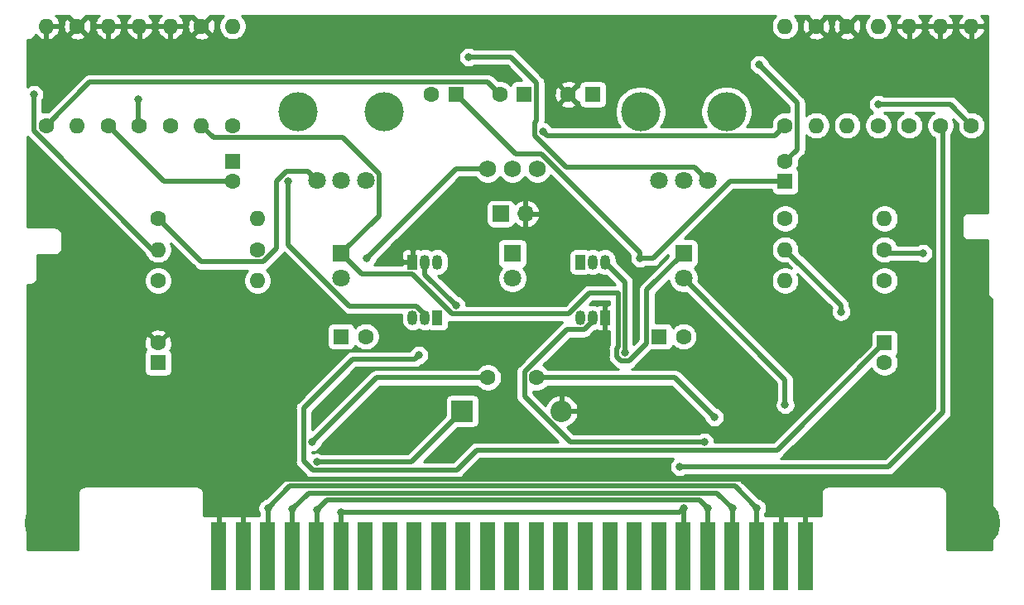
<source format=gbr>
G04 #@! TF.GenerationSoftware,KiCad,Pcbnew,(5.1.7)-1*
G04 #@! TF.CreationDate,2021-05-27T14:05:43-05:00*
G04 #@! TF.ProjectId,ConsolePedalShake,436f6e73-6f6c-4655-9065-64616c536861,rev?*
G04 #@! TF.SameCoordinates,Original*
G04 #@! TF.FileFunction,Copper,L2,Bot*
G04 #@! TF.FilePolarity,Positive*
%FSLAX46Y46*%
G04 Gerber Fmt 4.6, Leading zero omitted, Abs format (unit mm)*
G04 Created by KiCad (PCBNEW (5.1.7)-1) date 2021-05-27 14:05:43*
%MOMM*%
%LPD*%
G01*
G04 APERTURE LIST*
G04 #@! TA.AperFunction,ComponentPad*
%ADD10C,1.750000*%
G04 #@! TD*
G04 #@! TA.AperFunction,ComponentPad*
%ADD11R,1.800000X1.800000*%
G04 #@! TD*
G04 #@! TA.AperFunction,ComponentPad*
%ADD12C,1.800000*%
G04 #@! TD*
G04 #@! TA.AperFunction,ConnectorPad*
%ADD13R,1.500000X7.000000*%
G04 #@! TD*
G04 #@! TA.AperFunction,ComponentPad*
%ADD14C,5.000000*%
G04 #@! TD*
G04 #@! TA.AperFunction,ComponentPad*
%ADD15C,1.600000*%
G04 #@! TD*
G04 #@! TA.AperFunction,ComponentPad*
%ADD16O,1.600000X1.600000*%
G04 #@! TD*
G04 #@! TA.AperFunction,ComponentPad*
%ADD17R,2.200000X2.200000*%
G04 #@! TD*
G04 #@! TA.AperFunction,ComponentPad*
%ADD18O,2.200000X2.200000*%
G04 #@! TD*
G04 #@! TA.AperFunction,ComponentPad*
%ADD19R,1.700000X1.700000*%
G04 #@! TD*
G04 #@! TA.AperFunction,ComponentPad*
%ADD20O,1.700000X1.700000*%
G04 #@! TD*
G04 #@! TA.AperFunction,ComponentPad*
%ADD21R,1.050000X1.500000*%
G04 #@! TD*
G04 #@! TA.AperFunction,ComponentPad*
%ADD22O,1.050000X1.500000*%
G04 #@! TD*
G04 #@! TA.AperFunction,WasherPad*
%ADD23C,4.000000*%
G04 #@! TD*
G04 #@! TA.AperFunction,ComponentPad*
%ADD24R,1.600000X1.600000*%
G04 #@! TD*
G04 #@! TA.AperFunction,ViaPad*
%ADD25C,0.800000*%
G04 #@! TD*
G04 #@! TA.AperFunction,Conductor*
%ADD26C,0.500000*%
G04 #@! TD*
G04 #@! TA.AperFunction,Conductor*
%ADD27C,0.254000*%
G04 #@! TD*
G04 #@! TA.AperFunction,Conductor*
%ADD28C,0.100000*%
G04 #@! TD*
G04 APERTURE END LIST*
D10*
G04 #@! TO.P,SW1,1*
G04 #@! TO.N,Net-(C7-Pad2)*
X132750000Y-86360000D03*
G04 #@! TO.P,SW1,2*
G04 #@! TO.N,Net-(C8-Pad2)*
X130210000Y-86360000D03*
G04 #@! TO.P,SW1,3*
G04 #@! TO.N,Net-(R13-Pad1)*
X135290000Y-86360000D03*
G04 #@! TD*
D11*
G04 #@! TO.P,D1,1*
G04 #@! TO.N,Net-(D1-Pad1)*
X115250000Y-95000000D03*
D12*
G04 #@! TO.P,D1,2*
G04 #@! TO.N,/LEDPower*
X115250000Y-97540000D03*
G04 #@! TD*
G04 #@! TO.P,D2,2*
G04 #@! TO.N,/LEDPower*
X150250000Y-97540000D03*
D11*
G04 #@! TO.P,D2,1*
G04 #@! TO.N,Net-(D1-Pad1)*
X150250000Y-95000000D03*
G04 #@! TD*
D13*
G04 #@! TO.P,J1,26*
G04 #@! TO.N,GND*
X102715000Y-126000000D03*
G04 #@! TO.P,J1,27*
X105215000Y-126000000D03*
G04 #@! TO.P,J1,28*
G04 #@! TO.N,/Input*
X107715000Y-126000000D03*
G04 #@! TO.P,J1,29*
G04 #@! TO.N,/Output*
X110215000Y-126000000D03*
G04 #@! TO.P,J1,30*
G04 #@! TO.N,+9V*
X112715000Y-126000000D03*
G04 #@! TO.P,J1,31*
G04 #@! TO.N,/LEDPower*
X115215000Y-126000000D03*
G04 #@! TO.P,J1,32*
G04 #@! TO.N,N/C*
X117715000Y-126000000D03*
G04 #@! TO.P,J1,33*
X120215000Y-126000000D03*
G04 #@! TO.P,J1,34*
X122715000Y-126000000D03*
G04 #@! TO.P,J1,35*
X125215000Y-126000000D03*
G04 #@! TO.P,J1,36*
X127715000Y-126000000D03*
G04 #@! TO.P,J1,37*
X130215000Y-126000000D03*
G04 #@! TO.P,J1,38*
X132715000Y-126000000D03*
G04 #@! TO.P,J1,39*
X135215000Y-126000000D03*
G04 #@! TO.P,J1,40*
X137715000Y-126000000D03*
G04 #@! TO.P,J1,41*
X140215000Y-126000000D03*
G04 #@! TO.P,J1,42*
X142715000Y-126000000D03*
G04 #@! TO.P,J1,43*
X145215000Y-126000000D03*
G04 #@! TO.P,J1,44*
X147715000Y-126000000D03*
G04 #@! TO.P,J1,45*
G04 #@! TO.N,/LEDPower*
X150215000Y-126000000D03*
G04 #@! TO.P,J1,46*
G04 #@! TO.N,+9V*
X152715000Y-126000000D03*
G04 #@! TO.P,J1,47*
G04 #@! TO.N,/Output*
X155215000Y-126000000D03*
G04 #@! TO.P,J1,48*
G04 #@! TO.N,/Input*
X157715000Y-126000000D03*
G04 #@! TO.P,J1,49*
G04 #@! TO.N,GND*
X160215000Y-126000000D03*
G04 #@! TO.P,J1,50*
X162715000Y-126000000D03*
G04 #@! TD*
D14*
G04 #@! TO.P,H1,1*
G04 #@! TO.N,GND*
X85350000Y-122600000D03*
G04 #@! TD*
G04 #@! TO.P,H2,1*
G04 #@! TO.N,GND*
X180150000Y-122600000D03*
G04 #@! TD*
D15*
G04 #@! TO.P,R20,1*
G04 #@! TO.N,GND*
X100965000Y-71755000D03*
D16*
G04 #@! TO.P,R20,2*
G04 #@! TO.N,Net-(D1-Pad1)*
X100965000Y-81915000D03*
G04 #@! TD*
D15*
G04 #@! TO.P,C5,1*
G04 #@! TO.N,Net-(C5-Pad1)*
X135255000Y-107715000D03*
G04 #@! TO.P,C5,2*
G04 #@! TO.N,Net-(C5-Pad2)*
X130255000Y-107715000D03*
G04 #@! TD*
D11*
G04 #@! TO.P,D3,1*
G04 #@! TO.N,Net-(D3-Pad1)*
X132750000Y-95000000D03*
D12*
G04 #@! TO.P,D3,2*
G04 #@! TO.N,Net-(D3-Pad2)*
X132750000Y-97540000D03*
G04 #@! TD*
D17*
G04 #@! TO.P,D4,1*
G04 #@! TO.N,+9V*
X127635000Y-111125000D03*
D18*
G04 #@! TO.P,D4,2*
G04 #@! TO.N,GND*
X137795000Y-111125000D03*
G04 #@! TD*
D19*
G04 #@! TO.P,J2,1*
G04 #@! TO.N,Net-(D3-Pad1)*
X131572000Y-90932000D03*
D20*
G04 #@! TO.P,J2,2*
G04 #@! TO.N,GND*
X134112000Y-90932000D03*
G04 #@! TD*
D21*
G04 #@! TO.P,Q1,1*
G04 #@! TO.N,Net-(Q1-Pad1)*
X125095000Y-101600000D03*
D22*
G04 #@! TO.P,Q1,3*
G04 #@! TO.N,Net-(C4-Pad1)*
X122555000Y-101600000D03*
G04 #@! TO.P,Q1,2*
G04 #@! TO.N,Net-(C2-Pad1)*
X123825000Y-101600000D03*
G04 #@! TD*
D21*
G04 #@! TO.P,Q2,1*
G04 #@! TO.N,GND*
X122555000Y-95885000D03*
D22*
G04 #@! TO.P,Q2,3*
G04 #@! TO.N,Net-(C2-Pad2)*
X125095000Y-95885000D03*
G04 #@! TO.P,Q2,2*
G04 #@! TO.N,Net-(C5-Pad1)*
X123825000Y-95885000D03*
G04 #@! TD*
G04 #@! TO.P,Q3,2*
G04 #@! TO.N,Net-(C10-Pad1)*
X140970000Y-95885000D03*
G04 #@! TO.P,Q3,3*
G04 #@! TO.N,+9V*
X142240000Y-95885000D03*
D21*
G04 #@! TO.P,Q3,1*
G04 #@! TO.N,Net-(Q3-Pad1)*
X139700000Y-95885000D03*
G04 #@! TD*
D22*
G04 #@! TO.P,Q4,2*
G04 #@! TO.N,Net-(Q3-Pad1)*
X140970000Y-101600000D03*
G04 #@! TO.P,Q4,3*
G04 #@! TO.N,Net-(C5-Pad2)*
X139700000Y-101600000D03*
D21*
G04 #@! TO.P,Q4,1*
G04 #@! TO.N,GND*
X142240000Y-101600000D03*
G04 #@! TD*
D16*
G04 #@! TO.P,R1,2*
G04 #@! TO.N,/Input*
X163830000Y-81915000D03*
D15*
G04 #@! TO.P,R1,1*
G04 #@! TO.N,GND*
X163830000Y-71755000D03*
G04 #@! TD*
D16*
G04 #@! TO.P,R2,2*
G04 #@! TO.N,Net-(C2-Pad2)*
X160655000Y-94615000D03*
D15*
G04 #@! TO.P,R2,1*
G04 #@! TO.N,/Input*
X170815000Y-94615000D03*
G04 #@! TD*
G04 #@! TO.P,R3,1*
G04 #@! TO.N,Net-(C2-Pad2)*
X91440000Y-81915000D03*
D16*
G04 #@! TO.P,R3,2*
G04 #@! TO.N,GND*
X91440000Y-71755000D03*
G04 #@! TD*
D15*
G04 #@! TO.P,R4,1*
G04 #@! TO.N,Net-(C2-Pad1)*
X160655000Y-81915000D03*
D16*
G04 #@! TO.P,R4,2*
G04 #@! TO.N,Net-(C4-Pad1)*
X160655000Y-71755000D03*
G04 #@! TD*
G04 #@! TO.P,R5,2*
G04 #@! TO.N,Net-(C4-Pad1)*
X170180000Y-71755000D03*
D15*
G04 #@! TO.P,R5,1*
G04 #@! TO.N,Net-(C3-Pad1)*
X170180000Y-81915000D03*
G04 #@! TD*
D16*
G04 #@! TO.P,R6,2*
G04 #@! TO.N,Net-(C3-Pad1)*
X170815000Y-91440000D03*
D15*
G04 #@! TO.P,R6,1*
G04 #@! TO.N,+9V*
X160655000Y-91440000D03*
G04 #@! TD*
G04 #@! TO.P,R7,1*
G04 #@! TO.N,Net-(Q1-Pad1)*
X176530000Y-81915000D03*
D16*
G04 #@! TO.P,R7,2*
G04 #@! TO.N,GND*
X176530000Y-71755000D03*
G04 #@! TD*
D15*
G04 #@! TO.P,R8,1*
G04 #@! TO.N,/Output*
X173355000Y-81915000D03*
D16*
G04 #@! TO.P,R8,2*
G04 #@! TO.N,GND*
X173355000Y-71755000D03*
G04 #@! TD*
D15*
G04 #@! TO.P,R9,1*
G04 #@! TO.N,GND*
X88265000Y-71755000D03*
D16*
G04 #@! TO.P,R9,2*
G04 #@! TO.N,Net-(R9-Pad2)*
X88265000Y-81915000D03*
G04 #@! TD*
G04 #@! TO.P,R10,2*
G04 #@! TO.N,+9V*
X160655000Y-97790000D03*
D15*
G04 #@! TO.P,R10,1*
G04 #@! TO.N,Net-(C5-Pad1)*
X170815000Y-97790000D03*
G04 #@! TD*
G04 #@! TO.P,R11,1*
G04 #@! TO.N,Net-(C5-Pad1)*
X96520000Y-91440000D03*
D16*
G04 #@! TO.P,R11,2*
G04 #@! TO.N,Net-(C6-Pad2)*
X106680000Y-91440000D03*
G04 #@! TD*
G04 #@! TO.P,R12,2*
G04 #@! TO.N,GND*
X94615000Y-71755000D03*
D15*
G04 #@! TO.P,R12,1*
G04 #@! TO.N,Net-(C6-Pad2)*
X94615000Y-81915000D03*
G04 #@! TD*
G04 #@! TO.P,R13,1*
G04 #@! TO.N,Net-(R13-Pad1)*
X179705000Y-81915000D03*
D16*
G04 #@! TO.P,R13,2*
G04 #@! TO.N,GND*
X179705000Y-71755000D03*
G04 #@! TD*
G04 #@! TO.P,R14,2*
G04 #@! TO.N,GND*
X97790000Y-71755000D03*
D15*
G04 #@! TO.P,R14,1*
G04 #@! TO.N,Net-(C8-Pad2)*
X97790000Y-81915000D03*
G04 #@! TD*
D16*
G04 #@! TO.P,R15,2*
G04 #@! TO.N,GND*
X85090000Y-71755000D03*
D15*
G04 #@! TO.P,R15,1*
G04 #@! TO.N,Net-(C10-Pad2)*
X85090000Y-81915000D03*
G04 #@! TD*
D16*
G04 #@! TO.P,R16,2*
G04 #@! TO.N,Net-(C5-Pad2)*
X96520000Y-94615000D03*
D15*
G04 #@! TO.P,R16,1*
G04 #@! TO.N,Net-(R16-Pad1)*
X106680000Y-94615000D03*
G04 #@! TD*
G04 #@! TO.P,R17,1*
G04 #@! TO.N,GND*
X167005000Y-71755000D03*
D16*
G04 #@! TO.P,R17,2*
G04 #@! TO.N,Net-(Q3-Pad1)*
X167005000Y-81915000D03*
G04 #@! TD*
D15*
G04 #@! TO.P,R18,1*
G04 #@! TO.N,Net-(C5-Pad2)*
X96520000Y-97790000D03*
D16*
G04 #@! TO.P,R18,2*
G04 #@! TO.N,+9V*
X106680000Y-97790000D03*
G04 #@! TD*
D15*
G04 #@! TO.P,R19,1*
G04 #@! TO.N,Net-(D3-Pad2)*
X104140000Y-81915000D03*
D16*
G04 #@! TO.P,R19,2*
G04 #@! TO.N,Net-(C5-Pad2)*
X104140000Y-71755000D03*
G04 #@! TD*
D23*
G04 #@! TO.P,RV1,*
G04 #@! TO.N,*
X119650000Y-80500000D03*
X110850000Y-80500000D03*
D12*
G04 #@! TO.P,RV1,1*
G04 #@! TO.N,Net-(R9-Pad2)*
X117750000Y-87500000D03*
G04 #@! TO.P,RV1,2*
G04 #@! TO.N,Net-(C5-Pad1)*
X115250000Y-87500000D03*
G04 #@! TO.P,RV1,3*
X112750000Y-87500000D03*
G04 #@! TD*
G04 #@! TO.P,RV2,3*
G04 #@! TO.N,Net-(C10-Pad1)*
X147750000Y-87500000D03*
G04 #@! TO.P,RV2,2*
X150250000Y-87500000D03*
G04 #@! TO.P,RV2,1*
G04 #@! TO.N,Net-(R16-Pad1)*
X152750000Y-87500000D03*
D23*
G04 #@! TO.P,RV2,*
G04 #@! TO.N,*
X145850000Y-80500000D03*
X154650000Y-80500000D03*
G04 #@! TD*
D15*
G04 #@! TO.P,C3,2*
G04 #@! TO.N,GND*
X138470000Y-78740000D03*
D24*
G04 #@! TO.P,C3,1*
G04 #@! TO.N,Net-(C3-Pad1)*
X140970000Y-78740000D03*
G04 #@! TD*
G04 #@! TO.P,C8,1*
G04 #@! TO.N,Net-(C6-Pad2)*
X127000000Y-78740000D03*
D15*
G04 #@! TO.P,C8,2*
G04 #@! TO.N,Net-(C8-Pad2)*
X124500000Y-78740000D03*
G04 #@! TD*
G04 #@! TO.P,C10,2*
G04 #@! TO.N,Net-(C10-Pad2)*
X131485000Y-78740000D03*
D24*
G04 #@! TO.P,C10,1*
G04 #@! TO.N,Net-(C10-Pad1)*
X133985000Y-78740000D03*
G04 #@! TD*
G04 #@! TO.P,C2,1*
G04 #@! TO.N,Net-(C2-Pad1)*
X104140000Y-85630000D03*
D15*
G04 #@! TO.P,C2,2*
G04 #@! TO.N,Net-(C2-Pad2)*
X104140000Y-87630000D03*
G04 #@! TD*
D24*
G04 #@! TO.P,C4,1*
G04 #@! TO.N,Net-(C4-Pad1)*
X170815000Y-104172000D03*
D15*
G04 #@! TO.P,C4,2*
G04 #@! TO.N,/Output*
X170815000Y-106172000D03*
G04 #@! TD*
G04 #@! TO.P,C7,2*
G04 #@! TO.N,Net-(C7-Pad2)*
X160655000Y-85630000D03*
D24*
G04 #@! TO.P,C7,1*
G04 #@! TO.N,Net-(C6-Pad2)*
X160655000Y-87630000D03*
G04 #@! TD*
G04 #@! TO.P,C6,1*
G04 #@! TO.N,Net-(C5-Pad2)*
X147750000Y-103505000D03*
D15*
G04 #@! TO.P,C6,2*
G04 #@! TO.N,Net-(C6-Pad2)*
X150250000Y-103505000D03*
G04 #@! TD*
G04 #@! TO.P,C9,2*
G04 #@! TO.N,Net-(C8-Pad2)*
X117750000Y-103505000D03*
D24*
G04 #@! TO.P,C9,1*
G04 #@! TO.N,Net-(C10-Pad2)*
X115250000Y-103505000D03*
G04 #@! TD*
G04 #@! TO.P,C1,1*
G04 #@! TO.N,+9V*
X96520000Y-106172000D03*
D15*
G04 #@! TO.P,C1,2*
G04 #@! TO.N,GND*
X96520000Y-104172000D03*
G04 #@! TD*
D25*
G04 #@! TO.N,GND*
X105250000Y-120979000D03*
X160250000Y-120988000D03*
X102750000Y-121038000D03*
X162750000Y-120967000D03*
X140970000Y-97790000D03*
X154940000Y-91440000D03*
X148590000Y-100330000D03*
G04 #@! TO.N,/LEDPower*
X115250000Y-121454000D03*
X150250000Y-121073000D03*
X160655000Y-110490000D03*
G04 #@! TO.N,/Input*
X107750000Y-121066000D03*
X157750000Y-121066000D03*
X174752000Y-94996000D03*
G04 #@! TO.N,/Output*
X110250000Y-121195000D03*
X155250000Y-121068000D03*
G04 #@! TO.N,+9V*
X112750000Y-121235000D03*
X152750000Y-121108000D03*
X112750000Y-116358000D03*
X144272000Y-105156000D03*
G04 #@! TO.N,Net-(C7-Pad2)*
X157988000Y-75692000D03*
G04 #@! TO.N,Net-(C8-Pad2)*
X117856000Y-95504000D03*
G04 #@! TO.N,Net-(C2-Pad1)*
X135890000Y-82550000D03*
X109855000Y-87630000D03*
G04 #@! TO.N,Net-(C2-Pad2)*
X166370000Y-100965000D03*
G04 #@! TO.N,Net-(C4-Pad1)*
X123190000Y-105410000D03*
G04 #@! TO.N,Net-(C5-Pad1)*
X153416000Y-111760000D03*
X127000000Y-100330000D03*
G04 #@! TO.N,Net-(C5-Pad2)*
X112268000Y-114300000D03*
X83820000Y-78740000D03*
G04 #@! TO.N,Net-(C6-Pad2)*
X94488000Y-79248000D03*
X145796000Y-95504000D03*
G04 #@! TO.N,Net-(Q1-Pad1)*
X149860000Y-116840000D03*
G04 #@! TO.N,Net-(Q3-Pad1)*
X152400000Y-114300000D03*
G04 #@! TO.N,Net-(R13-Pad1)*
X170180000Y-79756000D03*
G04 #@! TO.N,Net-(R16-Pad1)*
X128270000Y-74930000D03*
G04 #@! TD*
D26*
G04 #@! TO.N,GND*
X105250000Y-126000000D02*
X105250000Y-120979000D01*
X160250000Y-126000000D02*
X160250000Y-120988000D01*
X157384969Y-118122969D02*
X160250000Y-120988000D01*
X108106031Y-118122969D02*
X157384969Y-118122969D01*
X105250000Y-120979000D02*
X108106031Y-118122969D01*
X102750000Y-126000000D02*
X102750000Y-121038000D01*
X162750000Y-120967000D02*
X162750000Y-126000000D01*
X162729000Y-120988000D02*
X162750000Y-120967000D01*
X160250000Y-120988000D02*
X162729000Y-120988000D01*
X105191000Y-121038000D02*
X105250000Y-120979000D01*
X102750000Y-121038000D02*
X105191000Y-121038000D01*
G04 #@! TO.N,/LEDPower*
X115250000Y-126000000D02*
X115250000Y-121454000D01*
X150250000Y-121073000D02*
X150250000Y-126000000D01*
X149869000Y-121454000D02*
X150250000Y-121073000D01*
X115250000Y-121454000D02*
X149869000Y-121454000D01*
X160655000Y-107945000D02*
X150250000Y-97540000D01*
X160655000Y-110490000D02*
X160655000Y-107945000D01*
G04 #@! TO.N,/Input*
X107750000Y-121066000D02*
X107750000Y-126000000D01*
X157750000Y-121066000D02*
X157750000Y-126000000D01*
X155506979Y-118822979D02*
X157750000Y-121066000D01*
X109993021Y-118822979D02*
X155506979Y-118822979D01*
X107750000Y-121066000D02*
X109993021Y-118822979D01*
X171196000Y-94996000D02*
X170815000Y-94615000D01*
X174752000Y-94996000D02*
X171196000Y-94996000D01*
G04 #@! TO.N,/Output*
X110250000Y-121195000D02*
X110250000Y-126000000D01*
X155250000Y-121068000D02*
X155250000Y-126000000D01*
X153704989Y-119522989D02*
X155250000Y-121068000D01*
X111922011Y-119522989D02*
X153704989Y-119522989D01*
X110250000Y-121195000D02*
X111922011Y-119522989D01*
G04 #@! TO.N,+9V*
X112750000Y-121235000D02*
X112750000Y-126000000D01*
X152750000Y-121108000D02*
X152750000Y-126000000D01*
X151864999Y-120222999D02*
X152750000Y-121108000D01*
X113762001Y-120222999D02*
X151864999Y-120222999D01*
X112750000Y-121235000D02*
X113762001Y-120222999D01*
X122402000Y-116358000D02*
X127635000Y-111125000D01*
X112750000Y-116358000D02*
X122402000Y-116358000D01*
X144272000Y-97917000D02*
X142240000Y-95885000D01*
X144272000Y-105156000D02*
X144272000Y-97917000D01*
G04 #@! TO.N,Net-(D1-Pad1)*
X102215001Y-83165001D02*
X100965000Y-81915000D01*
X115413003Y-83165001D02*
X102215001Y-83165001D01*
X119100001Y-86851999D02*
X115413003Y-83165001D01*
X119100001Y-91149999D02*
X119100001Y-86851999D01*
X115250000Y-95000000D02*
X119100001Y-91149999D01*
X146499999Y-98750001D02*
X150250000Y-95000000D01*
X146499999Y-104186003D02*
X146499999Y-98750001D01*
X144680001Y-106006001D02*
X146499999Y-104186003D01*
X143863999Y-106006001D02*
X144680001Y-106006001D01*
X143421999Y-104747999D02*
X143421999Y-105564001D01*
X143571990Y-104598008D02*
X143421999Y-104747999D01*
X143571990Y-99060000D02*
X143571990Y-104598008D01*
X140636128Y-99060000D02*
X143571990Y-99060000D01*
X143421999Y-105564001D02*
X143863999Y-106006001D01*
X138516127Y-101180001D02*
X140636128Y-99060000D01*
X126591999Y-101180001D02*
X138516127Y-101180001D01*
X122496999Y-97085001D02*
X126591999Y-101180001D01*
X117335001Y-97085001D02*
X122496999Y-97085001D01*
X115250000Y-95000000D02*
X117335001Y-97085001D01*
G04 #@! TO.N,Net-(C7-Pad2)*
X161905001Y-84379999D02*
X160655000Y-85630000D01*
X161905001Y-79609001D02*
X161905001Y-84379999D01*
X157988000Y-75692000D02*
X161905001Y-79609001D01*
G04 #@! TO.N,Net-(C8-Pad2)*
X127000000Y-86360000D02*
X130210000Y-86360000D01*
X117856000Y-95504000D02*
X127000000Y-86360000D01*
G04 #@! TO.N,Net-(C2-Pad1)*
X159619999Y-82950001D02*
X160655000Y-81915000D01*
X135890000Y-82550000D02*
X136290001Y-82950001D01*
X123825000Y-101266128D02*
X123825000Y-101600000D01*
X122958862Y-100399990D02*
X123825000Y-101266128D01*
X116111988Y-100399990D02*
X122958862Y-100399990D01*
X109855000Y-94143002D02*
X116111988Y-100399990D01*
X109855000Y-87630000D02*
X109855000Y-94143002D01*
X136290001Y-82950001D02*
X159619999Y-82950001D01*
G04 #@! TO.N,Net-(C2-Pad2)*
X97155000Y-87630000D02*
X104140000Y-87630000D01*
X91440000Y-81915000D02*
X97155000Y-87630000D01*
X166370000Y-100330000D02*
X160655000Y-94615000D01*
X166370000Y-100965000D02*
X166370000Y-100330000D01*
G04 #@! TO.N,Net-(C4-Pad1)*
X111417999Y-110843999D02*
X116431999Y-105829999D01*
X111417999Y-116284001D02*
X111417999Y-110843999D01*
X112341999Y-117208001D02*
X111417999Y-116284001D01*
X127062001Y-117208001D02*
X112341999Y-117208001D01*
X116431999Y-105829999D02*
X122770001Y-105829999D01*
X129120001Y-115150001D02*
X127062001Y-117208001D01*
X159836999Y-115150001D02*
X129120001Y-115150001D01*
X170815000Y-104172000D02*
X159836999Y-115150001D01*
X122770001Y-105829999D02*
X123190000Y-105410000D01*
X123190000Y-105410000D02*
X123190000Y-105410000D01*
G04 #@! TO.N,Net-(C5-Pad1)*
X149371000Y-107715000D02*
X135255000Y-107715000D01*
X153416000Y-111760000D02*
X149371000Y-107715000D01*
X123825000Y-97155000D02*
X123825000Y-95885000D01*
X127000000Y-100330000D02*
X123825000Y-97155000D01*
X100945001Y-95865001D02*
X96520000Y-91440000D01*
X107280001Y-95865001D02*
X100945001Y-95865001D01*
X108630011Y-87596987D02*
X108630011Y-94514991D01*
X109626997Y-86600001D02*
X108630011Y-87596987D01*
X108630011Y-94514991D02*
X107280001Y-95865001D01*
X111850001Y-86600001D02*
X109626997Y-86600001D01*
X112750000Y-87500000D02*
X111850001Y-86600001D01*
G04 #@! TO.N,Net-(C5-Pad2)*
X118853000Y-107715000D02*
X130255000Y-107715000D01*
X112268000Y-114300000D02*
X118853000Y-107715000D01*
X95939998Y-94615000D02*
X96520000Y-94615000D01*
X83820000Y-82495002D02*
X95939998Y-94615000D01*
X83820000Y-78740000D02*
X83820000Y-82495002D01*
G04 #@! TO.N,Net-(C6-Pad2)*
X94488000Y-81788000D02*
X94615000Y-81915000D01*
X94488000Y-79248000D02*
X94488000Y-81788000D01*
X155009998Y-87630000D02*
X160655000Y-87630000D01*
X147135998Y-95504000D02*
X155009998Y-87630000D01*
X145796000Y-95504000D02*
X147135998Y-95504000D01*
X145796000Y-94904998D02*
X135727002Y-84836000D01*
X145796000Y-95504000D02*
X145796000Y-94904998D01*
X133096000Y-84836000D02*
X127000000Y-78740000D01*
X135727002Y-84836000D02*
X133096000Y-84836000D01*
G04 #@! TO.N,Net-(C10-Pad2)*
X89515001Y-77489999D02*
X85090000Y-81915000D01*
X130234999Y-77489999D02*
X89515001Y-77489999D01*
X131485000Y-78740000D02*
X130234999Y-77489999D01*
G04 #@! TO.N,Net-(Q1-Pad1)*
X149860000Y-116840000D02*
X171196000Y-116840000D01*
X171196000Y-116840000D02*
X176784000Y-111252000D01*
X176784000Y-82169000D02*
X176530000Y-81915000D01*
X176784000Y-111252000D02*
X176784000Y-82169000D01*
G04 #@! TO.N,Net-(Q3-Pad1)*
X140970000Y-101933872D02*
X140970000Y-101600000D01*
X140103862Y-102800010D02*
X140970000Y-101933872D01*
X138319988Y-102800010D02*
X140103862Y-102800010D01*
X134004999Y-107114999D02*
X138319988Y-102800010D01*
X134004999Y-109629001D02*
X134004999Y-107114999D01*
X138675998Y-114300000D02*
X134004999Y-109629001D01*
X152400000Y-114300000D02*
X138675998Y-114300000D01*
G04 #@! TO.N,Net-(R13-Pad1)*
X177546000Y-79756000D02*
X179705000Y-81915000D01*
X170180000Y-79756000D02*
X177546000Y-79756000D01*
G04 #@! TO.N,Net-(R16-Pad1)*
X151399999Y-86149999D02*
X152750000Y-87500000D01*
X138231997Y-86149999D02*
X151399999Y-86149999D01*
X135039999Y-82958001D02*
X138231997Y-86149999D01*
X135039999Y-81648003D02*
X135039999Y-82958001D01*
X135235001Y-77579999D02*
X135235001Y-81453001D01*
X132585002Y-74930000D02*
X135235001Y-77579999D01*
X135235001Y-81453001D02*
X135039999Y-81648003D01*
X128270000Y-74930000D02*
X132585002Y-74930000D01*
G04 #@! TD*
D27*
G04 #@! TO.N,GND*
X87451903Y-70762298D02*
X88265000Y-71575395D01*
X89078097Y-70762298D01*
X89053070Y-70677000D01*
X90496122Y-70677000D01*
X90476586Y-70691481D01*
X90287615Y-70899869D01*
X90142930Y-71141119D01*
X90048091Y-71405960D01*
X90169376Y-71628000D01*
X91313000Y-71628000D01*
X91313000Y-71608000D01*
X91567000Y-71608000D01*
X91567000Y-71628000D01*
X92710624Y-71628000D01*
X92831909Y-71405960D01*
X92737070Y-71141119D01*
X92592385Y-70899869D01*
X92403414Y-70691481D01*
X92383878Y-70677000D01*
X93671122Y-70677000D01*
X93651586Y-70691481D01*
X93462615Y-70899869D01*
X93317930Y-71141119D01*
X93223091Y-71405960D01*
X93344376Y-71628000D01*
X94488000Y-71628000D01*
X94488000Y-71608000D01*
X94742000Y-71608000D01*
X94742000Y-71628000D01*
X95885624Y-71628000D01*
X96006909Y-71405960D01*
X95912070Y-71141119D01*
X95767385Y-70899869D01*
X95578414Y-70691481D01*
X95558878Y-70677000D01*
X96846122Y-70677000D01*
X96826586Y-70691481D01*
X96637615Y-70899869D01*
X96492930Y-71141119D01*
X96398091Y-71405960D01*
X96519376Y-71628000D01*
X97663000Y-71628000D01*
X97663000Y-71608000D01*
X97917000Y-71608000D01*
X97917000Y-71628000D01*
X99060624Y-71628000D01*
X99181909Y-71405960D01*
X99087070Y-71141119D01*
X98942385Y-70899869D01*
X98753414Y-70691481D01*
X98733878Y-70677000D01*
X100176930Y-70677000D01*
X100151903Y-70762298D01*
X100965000Y-71575395D01*
X101778097Y-70762298D01*
X101753070Y-70677000D01*
X103199916Y-70677000D01*
X103031576Y-70845340D01*
X102875409Y-71079062D01*
X102767838Y-71338759D01*
X102713000Y-71614453D01*
X102713000Y-71895547D01*
X102767838Y-72171241D01*
X102875409Y-72430938D01*
X103031576Y-72664660D01*
X103230340Y-72863424D01*
X103464062Y-73019591D01*
X103723759Y-73127162D01*
X103999453Y-73182000D01*
X104280547Y-73182000D01*
X104556241Y-73127162D01*
X104815938Y-73019591D01*
X105049660Y-72863424D01*
X105248424Y-72664660D01*
X105404591Y-72430938D01*
X105512162Y-72171241D01*
X105567000Y-71895547D01*
X105567000Y-71614453D01*
X105512162Y-71338759D01*
X105404591Y-71079062D01*
X105248424Y-70845340D01*
X105080084Y-70677000D01*
X159714916Y-70677000D01*
X159546576Y-70845340D01*
X159390409Y-71079062D01*
X159282838Y-71338759D01*
X159228000Y-71614453D01*
X159228000Y-71895547D01*
X159282838Y-72171241D01*
X159390409Y-72430938D01*
X159546576Y-72664660D01*
X159745340Y-72863424D01*
X159979062Y-73019591D01*
X160238759Y-73127162D01*
X160514453Y-73182000D01*
X160795547Y-73182000D01*
X161071241Y-73127162D01*
X161330938Y-73019591D01*
X161564660Y-72863424D01*
X161680382Y-72747702D01*
X163016903Y-72747702D01*
X163088486Y-72991671D01*
X163343996Y-73112571D01*
X163618184Y-73181300D01*
X163900512Y-73195217D01*
X164180130Y-73153787D01*
X164446292Y-73058603D01*
X164571514Y-72991671D01*
X164643097Y-72747702D01*
X166191903Y-72747702D01*
X166263486Y-72991671D01*
X166518996Y-73112571D01*
X166793184Y-73181300D01*
X167075512Y-73195217D01*
X167355130Y-73153787D01*
X167621292Y-73058603D01*
X167746514Y-72991671D01*
X167818097Y-72747702D01*
X167005000Y-71934605D01*
X166191903Y-72747702D01*
X164643097Y-72747702D01*
X163830000Y-71934605D01*
X163016903Y-72747702D01*
X161680382Y-72747702D01*
X161763424Y-72664660D01*
X161919591Y-72430938D01*
X162027162Y-72171241D01*
X162082000Y-71895547D01*
X162082000Y-71825512D01*
X162389783Y-71825512D01*
X162431213Y-72105130D01*
X162526397Y-72371292D01*
X162593329Y-72496514D01*
X162837298Y-72568097D01*
X163650395Y-71755000D01*
X164009605Y-71755000D01*
X164822702Y-72568097D01*
X165066671Y-72496514D01*
X165187571Y-72241004D01*
X165256300Y-71966816D01*
X165263265Y-71825512D01*
X165564783Y-71825512D01*
X165606213Y-72105130D01*
X165701397Y-72371292D01*
X165768329Y-72496514D01*
X166012298Y-72568097D01*
X166825395Y-71755000D01*
X167184605Y-71755000D01*
X167997702Y-72568097D01*
X168241671Y-72496514D01*
X168362571Y-72241004D01*
X168431300Y-71966816D01*
X168445217Y-71684488D01*
X168403787Y-71404870D01*
X168308603Y-71138708D01*
X168241671Y-71013486D01*
X167997702Y-70941903D01*
X167184605Y-71755000D01*
X166825395Y-71755000D01*
X166012298Y-70941903D01*
X165768329Y-71013486D01*
X165647429Y-71268996D01*
X165578700Y-71543184D01*
X165564783Y-71825512D01*
X165263265Y-71825512D01*
X165270217Y-71684488D01*
X165228787Y-71404870D01*
X165133603Y-71138708D01*
X165066671Y-71013486D01*
X164822702Y-70941903D01*
X164009605Y-71755000D01*
X163650395Y-71755000D01*
X162837298Y-70941903D01*
X162593329Y-71013486D01*
X162472429Y-71268996D01*
X162403700Y-71543184D01*
X162389783Y-71825512D01*
X162082000Y-71825512D01*
X162082000Y-71614453D01*
X162027162Y-71338759D01*
X161919591Y-71079062D01*
X161763424Y-70845340D01*
X161595084Y-70677000D01*
X163041930Y-70677000D01*
X163016903Y-70762298D01*
X163830000Y-71575395D01*
X164643097Y-70762298D01*
X164618070Y-70677000D01*
X166216930Y-70677000D01*
X166191903Y-70762298D01*
X167005000Y-71575395D01*
X167818097Y-70762298D01*
X167793070Y-70677000D01*
X169239916Y-70677000D01*
X169071576Y-70845340D01*
X168915409Y-71079062D01*
X168807838Y-71338759D01*
X168753000Y-71614453D01*
X168753000Y-71895547D01*
X168807838Y-72171241D01*
X168915409Y-72430938D01*
X169071576Y-72664660D01*
X169270340Y-72863424D01*
X169504062Y-73019591D01*
X169763759Y-73127162D01*
X170039453Y-73182000D01*
X170320547Y-73182000D01*
X170596241Y-73127162D01*
X170855938Y-73019591D01*
X171089660Y-72863424D01*
X171288424Y-72664660D01*
X171444591Y-72430938D01*
X171552162Y-72171241D01*
X171565528Y-72104040D01*
X171963091Y-72104040D01*
X172057930Y-72368881D01*
X172202615Y-72610131D01*
X172391586Y-72818519D01*
X172617580Y-72986037D01*
X172871913Y-73106246D01*
X173005961Y-73146904D01*
X173228000Y-73024915D01*
X173228000Y-71882000D01*
X173482000Y-71882000D01*
X173482000Y-73024915D01*
X173704039Y-73146904D01*
X173838087Y-73106246D01*
X174092420Y-72986037D01*
X174318414Y-72818519D01*
X174507385Y-72610131D01*
X174652070Y-72368881D01*
X174746909Y-72104040D01*
X175138091Y-72104040D01*
X175232930Y-72368881D01*
X175377615Y-72610131D01*
X175566586Y-72818519D01*
X175792580Y-72986037D01*
X176046913Y-73106246D01*
X176180961Y-73146904D01*
X176403000Y-73024915D01*
X176403000Y-71882000D01*
X176657000Y-71882000D01*
X176657000Y-73024915D01*
X176879039Y-73146904D01*
X177013087Y-73106246D01*
X177267420Y-72986037D01*
X177493414Y-72818519D01*
X177682385Y-72610131D01*
X177827070Y-72368881D01*
X177921909Y-72104040D01*
X178313091Y-72104040D01*
X178407930Y-72368881D01*
X178552615Y-72610131D01*
X178741586Y-72818519D01*
X178967580Y-72986037D01*
X179221913Y-73106246D01*
X179355961Y-73146904D01*
X179578000Y-73024915D01*
X179578000Y-71882000D01*
X179832000Y-71882000D01*
X179832000Y-73024915D01*
X180054039Y-73146904D01*
X180188087Y-73106246D01*
X180442420Y-72986037D01*
X180668414Y-72818519D01*
X180857385Y-72610131D01*
X181002070Y-72368881D01*
X181096909Y-72104040D01*
X180975624Y-71882000D01*
X179832000Y-71882000D01*
X179578000Y-71882000D01*
X178434376Y-71882000D01*
X178313091Y-72104040D01*
X177921909Y-72104040D01*
X177800624Y-71882000D01*
X176657000Y-71882000D01*
X176403000Y-71882000D01*
X175259376Y-71882000D01*
X175138091Y-72104040D01*
X174746909Y-72104040D01*
X174625624Y-71882000D01*
X173482000Y-71882000D01*
X173228000Y-71882000D01*
X172084376Y-71882000D01*
X171963091Y-72104040D01*
X171565528Y-72104040D01*
X171607000Y-71895547D01*
X171607000Y-71614453D01*
X171552162Y-71338759D01*
X171444591Y-71079062D01*
X171288424Y-70845340D01*
X171120084Y-70677000D01*
X172411122Y-70677000D01*
X172391586Y-70691481D01*
X172202615Y-70899869D01*
X172057930Y-71141119D01*
X171963091Y-71405960D01*
X172084376Y-71628000D01*
X173228000Y-71628000D01*
X173228000Y-71608000D01*
X173482000Y-71608000D01*
X173482000Y-71628000D01*
X174625624Y-71628000D01*
X174746909Y-71405960D01*
X174652070Y-71141119D01*
X174507385Y-70899869D01*
X174318414Y-70691481D01*
X174298878Y-70677000D01*
X175586122Y-70677000D01*
X175566586Y-70691481D01*
X175377615Y-70899869D01*
X175232930Y-71141119D01*
X175138091Y-71405960D01*
X175259376Y-71628000D01*
X176403000Y-71628000D01*
X176403000Y-71608000D01*
X176657000Y-71608000D01*
X176657000Y-71628000D01*
X177800624Y-71628000D01*
X177921909Y-71405960D01*
X177827070Y-71141119D01*
X177682385Y-70899869D01*
X177493414Y-70691481D01*
X177473878Y-70677000D01*
X178761122Y-70677000D01*
X178741586Y-70691481D01*
X178552615Y-70899869D01*
X178407930Y-71141119D01*
X178313091Y-71405960D01*
X178434376Y-71628000D01*
X179578000Y-71628000D01*
X179578000Y-71608000D01*
X179832000Y-71608000D01*
X179832000Y-71628000D01*
X180975624Y-71628000D01*
X181096909Y-71405960D01*
X181002070Y-71141119D01*
X180857385Y-70899869D01*
X180668414Y-70691481D01*
X180648878Y-70677000D01*
X181323000Y-70677000D01*
X181323001Y-90823000D01*
X179433252Y-90823000D01*
X179400000Y-90819725D01*
X179366748Y-90823000D01*
X179267285Y-90832796D01*
X179139670Y-90871508D01*
X179022059Y-90934372D01*
X178918973Y-91018973D01*
X178834372Y-91122059D01*
X178771508Y-91239670D01*
X178732796Y-91367285D01*
X178719725Y-91500000D01*
X178723001Y-91533262D01*
X178723000Y-92966747D01*
X178719725Y-93000000D01*
X178732796Y-93132715D01*
X178771508Y-93260330D01*
X178834372Y-93377941D01*
X178918973Y-93481027D01*
X179022059Y-93565628D01*
X179139670Y-93628492D01*
X179267285Y-93667204D01*
X179400000Y-93680275D01*
X179433252Y-93677000D01*
X181323000Y-93677000D01*
X181323001Y-98966738D01*
X181319725Y-99000000D01*
X181332796Y-99132715D01*
X181371508Y-99260330D01*
X181434372Y-99377941D01*
X181518973Y-99481027D01*
X181622059Y-99565628D01*
X181739670Y-99628492D01*
X181823001Y-99653770D01*
X181823000Y-125323000D01*
X177177000Y-125323000D01*
X177177000Y-119533252D01*
X177180275Y-119500000D01*
X177167204Y-119367285D01*
X177128492Y-119239670D01*
X177065628Y-119122059D01*
X176981027Y-119018973D01*
X176877941Y-118934372D01*
X176760330Y-118871508D01*
X176632715Y-118832796D01*
X176533252Y-118823000D01*
X176500000Y-118819725D01*
X176466748Y-118823000D01*
X165033252Y-118823000D01*
X165000000Y-118819725D01*
X164966748Y-118823000D01*
X164867285Y-118832796D01*
X164739670Y-118871508D01*
X164622059Y-118934372D01*
X164518973Y-119018973D01*
X164434372Y-119122059D01*
X164371508Y-119239670D01*
X164332796Y-119367285D01*
X164319725Y-119500000D01*
X164323001Y-119533262D01*
X164323001Y-121793000D01*
X158627000Y-121793000D01*
X158627000Y-121602027D01*
X158660115Y-121552467D01*
X158737533Y-121365565D01*
X158777000Y-121167151D01*
X158777000Y-120964849D01*
X158737533Y-120766435D01*
X158660115Y-120579533D01*
X158547723Y-120411326D01*
X158404674Y-120268277D01*
X158236467Y-120155885D01*
X158049565Y-120078467D01*
X157991103Y-120066838D01*
X156157576Y-118233311D01*
X156130112Y-118199846D01*
X155996571Y-118090252D01*
X155844216Y-118008817D01*
X155678901Y-117958669D01*
X155550058Y-117945979D01*
X155506979Y-117941736D01*
X155463900Y-117945979D01*
X127541769Y-117945979D01*
X127551593Y-117940728D01*
X127685134Y-117831134D01*
X127712598Y-117797669D01*
X129483266Y-116027001D01*
X149228188Y-116027001D01*
X149205326Y-116042277D01*
X149062277Y-116185326D01*
X148949885Y-116353533D01*
X148872467Y-116540435D01*
X148833000Y-116738849D01*
X148833000Y-116941151D01*
X148872467Y-117139565D01*
X148949885Y-117326467D01*
X149062277Y-117494674D01*
X149205326Y-117637723D01*
X149373533Y-117750115D01*
X149560435Y-117827533D01*
X149758849Y-117867000D01*
X149961151Y-117867000D01*
X150159565Y-117827533D01*
X150346467Y-117750115D01*
X150396027Y-117717000D01*
X171152921Y-117717000D01*
X171196000Y-117721243D01*
X171239079Y-117717000D01*
X171367922Y-117704310D01*
X171533237Y-117654162D01*
X171685592Y-117572727D01*
X171819133Y-117463133D01*
X171846597Y-117429668D01*
X177373669Y-111902596D01*
X177407133Y-111875133D01*
X177516727Y-111741592D01*
X177598162Y-111589237D01*
X177648310Y-111423922D01*
X177661000Y-111295079D01*
X177661000Y-111295070D01*
X177665242Y-111252001D01*
X177661000Y-111208931D01*
X177661000Y-82790872D01*
X177794591Y-82590938D01*
X177902162Y-82331241D01*
X177957000Y-82055547D01*
X177957000Y-81774453D01*
X177902162Y-81498759D01*
X177798688Y-81248954D01*
X178285663Y-81735928D01*
X178278000Y-81774453D01*
X178278000Y-82055547D01*
X178332838Y-82331241D01*
X178440409Y-82590938D01*
X178596576Y-82824660D01*
X178795340Y-83023424D01*
X179029062Y-83179591D01*
X179288759Y-83287162D01*
X179564453Y-83342000D01*
X179845547Y-83342000D01*
X180121241Y-83287162D01*
X180380938Y-83179591D01*
X180614660Y-83023424D01*
X180813424Y-82824660D01*
X180969591Y-82590938D01*
X181077162Y-82331241D01*
X181132000Y-82055547D01*
X181132000Y-81774453D01*
X181077162Y-81498759D01*
X180969591Y-81239062D01*
X180813424Y-81005340D01*
X180614660Y-80806576D01*
X180380938Y-80650409D01*
X180121241Y-80542838D01*
X179845547Y-80488000D01*
X179564453Y-80488000D01*
X179525928Y-80495663D01*
X178196597Y-79166332D01*
X178169133Y-79132867D01*
X178035592Y-79023273D01*
X177883237Y-78941838D01*
X177717922Y-78891690D01*
X177589079Y-78879000D01*
X177546000Y-78874757D01*
X177502921Y-78879000D01*
X170716027Y-78879000D01*
X170666467Y-78845885D01*
X170479565Y-78768467D01*
X170281151Y-78729000D01*
X170078849Y-78729000D01*
X169880435Y-78768467D01*
X169693533Y-78845885D01*
X169525326Y-78958277D01*
X169382277Y-79101326D01*
X169269885Y-79269533D01*
X169192467Y-79456435D01*
X169153000Y-79654849D01*
X169153000Y-79857151D01*
X169192467Y-80055565D01*
X169269885Y-80242467D01*
X169382277Y-80410674D01*
X169525326Y-80553723D01*
X169606515Y-80607971D01*
X169504062Y-80650409D01*
X169270340Y-80806576D01*
X169071576Y-81005340D01*
X168915409Y-81239062D01*
X168807838Y-81498759D01*
X168753000Y-81774453D01*
X168753000Y-82055547D01*
X168807838Y-82331241D01*
X168915409Y-82590938D01*
X169071576Y-82824660D01*
X169270340Y-83023424D01*
X169504062Y-83179591D01*
X169763759Y-83287162D01*
X170039453Y-83342000D01*
X170320547Y-83342000D01*
X170596241Y-83287162D01*
X170855938Y-83179591D01*
X171089660Y-83023424D01*
X171288424Y-82824660D01*
X171444591Y-82590938D01*
X171552162Y-82331241D01*
X171607000Y-82055547D01*
X171607000Y-81774453D01*
X171552162Y-81498759D01*
X171444591Y-81239062D01*
X171288424Y-81005340D01*
X171089660Y-80806576D01*
X170855938Y-80650409D01*
X170813909Y-80633000D01*
X172721091Y-80633000D01*
X172679062Y-80650409D01*
X172445340Y-80806576D01*
X172246576Y-81005340D01*
X172090409Y-81239062D01*
X171982838Y-81498759D01*
X171928000Y-81774453D01*
X171928000Y-82055547D01*
X171982838Y-82331241D01*
X172090409Y-82590938D01*
X172246576Y-82824660D01*
X172445340Y-83023424D01*
X172679062Y-83179591D01*
X172938759Y-83287162D01*
X173214453Y-83342000D01*
X173495547Y-83342000D01*
X173771241Y-83287162D01*
X174030938Y-83179591D01*
X174264660Y-83023424D01*
X174463424Y-82824660D01*
X174619591Y-82590938D01*
X174727162Y-82331241D01*
X174782000Y-82055547D01*
X174782000Y-81774453D01*
X174727162Y-81498759D01*
X174619591Y-81239062D01*
X174463424Y-81005340D01*
X174264660Y-80806576D01*
X174030938Y-80650409D01*
X173988909Y-80633000D01*
X175896091Y-80633000D01*
X175854062Y-80650409D01*
X175620340Y-80806576D01*
X175421576Y-81005340D01*
X175265409Y-81239062D01*
X175157838Y-81498759D01*
X175103000Y-81774453D01*
X175103000Y-82055547D01*
X175157838Y-82331241D01*
X175265409Y-82590938D01*
X175421576Y-82824660D01*
X175620340Y-83023424D01*
X175854062Y-83179591D01*
X175907001Y-83201519D01*
X175907000Y-110888735D01*
X170832735Y-115963000D01*
X160176412Y-115963000D01*
X160326591Y-115882728D01*
X160460132Y-115773134D01*
X160487596Y-115739669D01*
X169500300Y-106726966D01*
X169550409Y-106847938D01*
X169706576Y-107081660D01*
X169905340Y-107280424D01*
X170139062Y-107436591D01*
X170398759Y-107544162D01*
X170674453Y-107599000D01*
X170955547Y-107599000D01*
X171231241Y-107544162D01*
X171490938Y-107436591D01*
X171724660Y-107280424D01*
X171923424Y-107081660D01*
X172079591Y-106847938D01*
X172187162Y-106588241D01*
X172242000Y-106312547D01*
X172242000Y-106031453D01*
X172187162Y-105755759D01*
X172079591Y-105496062D01*
X172038928Y-105435205D01*
X172060501Y-105417501D01*
X172138853Y-105322028D01*
X172197075Y-105213103D01*
X172232927Y-105094913D01*
X172245033Y-104972000D01*
X172245033Y-103372000D01*
X172232927Y-103249087D01*
X172197075Y-103130897D01*
X172138853Y-103021972D01*
X172060501Y-102926499D01*
X171965028Y-102848147D01*
X171856103Y-102789925D01*
X171737913Y-102754073D01*
X171615000Y-102741967D01*
X170015000Y-102741967D01*
X169892087Y-102754073D01*
X169773897Y-102789925D01*
X169664972Y-102848147D01*
X169569499Y-102926499D01*
X169491147Y-103021972D01*
X169432925Y-103130897D01*
X169397073Y-103249087D01*
X169384967Y-103372000D01*
X169384967Y-104361767D01*
X159473734Y-114273001D01*
X153427000Y-114273001D01*
X153427000Y-114198849D01*
X153387533Y-114000435D01*
X153310115Y-113813533D01*
X153197723Y-113645326D01*
X153054674Y-113502277D01*
X152886467Y-113389885D01*
X152699565Y-113312467D01*
X152501151Y-113273000D01*
X152298849Y-113273000D01*
X152100435Y-113312467D01*
X151913533Y-113389885D01*
X151863973Y-113423000D01*
X139039264Y-113423000D01*
X138369604Y-112753340D01*
X138513054Y-112704442D01*
X138807391Y-112534008D01*
X139062822Y-112309427D01*
X139269531Y-112039329D01*
X139419575Y-111734094D01*
X139484175Y-111521122D01*
X139366125Y-111252000D01*
X137922000Y-111252000D01*
X137922000Y-111272000D01*
X137668000Y-111272000D01*
X137668000Y-111252000D01*
X137648000Y-111252000D01*
X137648000Y-110998000D01*
X137668000Y-110998000D01*
X137668000Y-109553400D01*
X137922000Y-109553400D01*
X137922000Y-110998000D01*
X139366125Y-110998000D01*
X139484175Y-110728878D01*
X139419575Y-110515906D01*
X139269531Y-110210671D01*
X139062822Y-109940573D01*
X138807391Y-109715992D01*
X138513054Y-109545558D01*
X138191123Y-109435821D01*
X137922000Y-109553400D01*
X137668000Y-109553400D01*
X137398877Y-109435821D01*
X137076946Y-109545558D01*
X136782609Y-109715992D01*
X136527178Y-109940573D01*
X136320469Y-110210671D01*
X136170425Y-110515906D01*
X136161522Y-110545258D01*
X134881999Y-109265736D01*
X134881999Y-109095763D01*
X135114453Y-109142000D01*
X135395547Y-109142000D01*
X135671241Y-109087162D01*
X135930938Y-108979591D01*
X136164660Y-108823424D01*
X136363424Y-108624660D01*
X136385247Y-108592000D01*
X149007735Y-108592000D01*
X152416838Y-112001104D01*
X152428467Y-112059565D01*
X152505885Y-112246467D01*
X152618277Y-112414674D01*
X152761326Y-112557723D01*
X152929533Y-112670115D01*
X153116435Y-112747533D01*
X153314849Y-112787000D01*
X153517151Y-112787000D01*
X153715565Y-112747533D01*
X153902467Y-112670115D01*
X154070674Y-112557723D01*
X154213723Y-112414674D01*
X154326115Y-112246467D01*
X154403533Y-112059565D01*
X154443000Y-111861151D01*
X154443000Y-111658849D01*
X154403533Y-111460435D01*
X154326115Y-111273533D01*
X154213723Y-111105326D01*
X154070674Y-110962277D01*
X153902467Y-110849885D01*
X153715565Y-110772467D01*
X153657104Y-110760838D01*
X150021597Y-107125332D01*
X149994133Y-107091867D01*
X149860592Y-106982273D01*
X149708237Y-106900838D01*
X149542922Y-106850690D01*
X149414079Y-106838000D01*
X149371000Y-106833757D01*
X149327921Y-106838000D01*
X144958438Y-106838000D01*
X145017238Y-106820163D01*
X145169593Y-106738728D01*
X145303134Y-106629134D01*
X145330598Y-106595669D01*
X146991235Y-104935033D01*
X148550000Y-104935033D01*
X148672913Y-104922927D01*
X148791103Y-104887075D01*
X148900028Y-104828853D01*
X148995501Y-104750501D01*
X149073853Y-104655028D01*
X149132075Y-104546103D01*
X149164879Y-104437963D01*
X149340340Y-104613424D01*
X149574062Y-104769591D01*
X149833759Y-104877162D01*
X150109453Y-104932000D01*
X150390547Y-104932000D01*
X150666241Y-104877162D01*
X150925938Y-104769591D01*
X151159660Y-104613424D01*
X151358424Y-104414660D01*
X151514591Y-104180938D01*
X151622162Y-103921241D01*
X151677000Y-103645547D01*
X151677000Y-103364453D01*
X151622162Y-103088759D01*
X151514591Y-102829062D01*
X151358424Y-102595340D01*
X151159660Y-102396576D01*
X150925938Y-102240409D01*
X150666241Y-102132838D01*
X150390547Y-102078000D01*
X150109453Y-102078000D01*
X149833759Y-102132838D01*
X149574062Y-102240409D01*
X149340340Y-102396576D01*
X149164879Y-102572037D01*
X149132075Y-102463897D01*
X149073853Y-102354972D01*
X148995501Y-102259499D01*
X148900028Y-102181147D01*
X148791103Y-102122925D01*
X148672913Y-102087073D01*
X148550000Y-102074967D01*
X147376999Y-102074967D01*
X147376999Y-99113266D01*
X148735753Y-97754512D01*
X148781681Y-97985410D01*
X148896790Y-98263306D01*
X149063901Y-98513406D01*
X149276594Y-98726099D01*
X149526694Y-98893210D01*
X149804590Y-99008319D01*
X150099604Y-99067000D01*
X150400396Y-99067000D01*
X150514115Y-99044380D01*
X159778001Y-108308267D01*
X159778000Y-109953972D01*
X159744885Y-110003533D01*
X159667467Y-110190435D01*
X159628000Y-110388849D01*
X159628000Y-110591151D01*
X159667467Y-110789565D01*
X159744885Y-110976467D01*
X159857277Y-111144674D01*
X160000326Y-111287723D01*
X160168533Y-111400115D01*
X160355435Y-111477533D01*
X160553849Y-111517000D01*
X160756151Y-111517000D01*
X160954565Y-111477533D01*
X161141467Y-111400115D01*
X161309674Y-111287723D01*
X161452723Y-111144674D01*
X161565115Y-110976467D01*
X161642533Y-110789565D01*
X161682000Y-110591151D01*
X161682000Y-110388849D01*
X161642533Y-110190435D01*
X161565115Y-110003533D01*
X161532000Y-109953973D01*
X161532000Y-107988076D01*
X161536243Y-107944999D01*
X161530523Y-107886922D01*
X161519310Y-107773078D01*
X161469162Y-107607763D01*
X161387727Y-107455408D01*
X161356618Y-107417501D01*
X161305594Y-107355328D01*
X161305592Y-107355326D01*
X161278133Y-107321867D01*
X161244674Y-107294408D01*
X151754380Y-97804115D01*
X151777000Y-97690396D01*
X151777000Y-97389604D01*
X151718319Y-97094590D01*
X151603210Y-96816694D01*
X151436099Y-96566594D01*
X151360779Y-96491274D01*
X151391103Y-96482075D01*
X151500028Y-96423853D01*
X151595501Y-96345501D01*
X151673853Y-96250028D01*
X151732075Y-96141103D01*
X151767927Y-96022913D01*
X151780033Y-95900000D01*
X151780033Y-94474453D01*
X159228000Y-94474453D01*
X159228000Y-94755547D01*
X159282838Y-95031241D01*
X159390409Y-95290938D01*
X159546576Y-95524660D01*
X159745340Y-95723424D01*
X159979062Y-95879591D01*
X160238759Y-95987162D01*
X160514453Y-96042000D01*
X160795547Y-96042000D01*
X160834072Y-96034337D01*
X161321047Y-96521312D01*
X161071241Y-96417838D01*
X160795547Y-96363000D01*
X160514453Y-96363000D01*
X160238759Y-96417838D01*
X159979062Y-96525409D01*
X159745340Y-96681576D01*
X159546576Y-96880340D01*
X159390409Y-97114062D01*
X159282838Y-97373759D01*
X159228000Y-97649453D01*
X159228000Y-97930547D01*
X159282838Y-98206241D01*
X159390409Y-98465938D01*
X159546576Y-98699660D01*
X159745340Y-98898424D01*
X159979062Y-99054591D01*
X160238759Y-99162162D01*
X160514453Y-99217000D01*
X160795547Y-99217000D01*
X161071241Y-99162162D01*
X161330938Y-99054591D01*
X161564660Y-98898424D01*
X161763424Y-98699660D01*
X161919591Y-98465938D01*
X162027162Y-98206241D01*
X162082000Y-97930547D01*
X162082000Y-97649453D01*
X162027162Y-97373759D01*
X161923688Y-97123953D01*
X165406690Y-100606955D01*
X165382467Y-100665435D01*
X165343000Y-100863849D01*
X165343000Y-101066151D01*
X165382467Y-101264565D01*
X165459885Y-101451467D01*
X165572277Y-101619674D01*
X165715326Y-101762723D01*
X165883533Y-101875115D01*
X166070435Y-101952533D01*
X166268849Y-101992000D01*
X166471151Y-101992000D01*
X166669565Y-101952533D01*
X166856467Y-101875115D01*
X167024674Y-101762723D01*
X167167723Y-101619674D01*
X167280115Y-101451467D01*
X167357533Y-101264565D01*
X167397000Y-101066151D01*
X167397000Y-100863849D01*
X167357533Y-100665435D01*
X167280115Y-100478533D01*
X167247000Y-100428973D01*
X167247000Y-100373079D01*
X167251243Y-100330000D01*
X167234310Y-100158077D01*
X167184162Y-99992763D01*
X167102727Y-99840408D01*
X167050572Y-99776857D01*
X166993133Y-99706867D01*
X166959668Y-99679403D01*
X164929718Y-97649453D01*
X169388000Y-97649453D01*
X169388000Y-97930547D01*
X169442838Y-98206241D01*
X169550409Y-98465938D01*
X169706576Y-98699660D01*
X169905340Y-98898424D01*
X170139062Y-99054591D01*
X170398759Y-99162162D01*
X170674453Y-99217000D01*
X170955547Y-99217000D01*
X171231241Y-99162162D01*
X171490938Y-99054591D01*
X171724660Y-98898424D01*
X171923424Y-98699660D01*
X172079591Y-98465938D01*
X172187162Y-98206241D01*
X172242000Y-97930547D01*
X172242000Y-97649453D01*
X172187162Y-97373759D01*
X172079591Y-97114062D01*
X171923424Y-96880340D01*
X171724660Y-96681576D01*
X171490938Y-96525409D01*
X171231241Y-96417838D01*
X170955547Y-96363000D01*
X170674453Y-96363000D01*
X170398759Y-96417838D01*
X170139062Y-96525409D01*
X169905340Y-96681576D01*
X169706576Y-96880340D01*
X169550409Y-97114062D01*
X169442838Y-97373759D01*
X169388000Y-97649453D01*
X164929718Y-97649453D01*
X162074337Y-94794072D01*
X162082000Y-94755547D01*
X162082000Y-94474453D01*
X169388000Y-94474453D01*
X169388000Y-94755547D01*
X169442838Y-95031241D01*
X169550409Y-95290938D01*
X169706576Y-95524660D01*
X169905340Y-95723424D01*
X170139062Y-95879591D01*
X170398759Y-95987162D01*
X170674453Y-96042000D01*
X170955547Y-96042000D01*
X171231241Y-95987162D01*
X171490938Y-95879591D01*
X171500802Y-95873000D01*
X174215973Y-95873000D01*
X174265533Y-95906115D01*
X174452435Y-95983533D01*
X174650849Y-96023000D01*
X174853151Y-96023000D01*
X175051565Y-95983533D01*
X175238467Y-95906115D01*
X175406674Y-95793723D01*
X175549723Y-95650674D01*
X175662115Y-95482467D01*
X175739533Y-95295565D01*
X175779000Y-95097151D01*
X175779000Y-94894849D01*
X175739533Y-94696435D01*
X175662115Y-94509533D01*
X175549723Y-94341326D01*
X175406674Y-94198277D01*
X175238467Y-94085885D01*
X175051565Y-94008467D01*
X174853151Y-93969000D01*
X174650849Y-93969000D01*
X174452435Y-94008467D01*
X174265533Y-94085885D01*
X174215973Y-94119000D01*
X172154124Y-94119000D01*
X172079591Y-93939062D01*
X171923424Y-93705340D01*
X171724660Y-93506576D01*
X171490938Y-93350409D01*
X171231241Y-93242838D01*
X170955547Y-93188000D01*
X170674453Y-93188000D01*
X170398759Y-93242838D01*
X170139062Y-93350409D01*
X169905340Y-93506576D01*
X169706576Y-93705340D01*
X169550409Y-93939062D01*
X169442838Y-94198759D01*
X169388000Y-94474453D01*
X162082000Y-94474453D01*
X162027162Y-94198759D01*
X161919591Y-93939062D01*
X161763424Y-93705340D01*
X161564660Y-93506576D01*
X161330938Y-93350409D01*
X161071241Y-93242838D01*
X160795547Y-93188000D01*
X160514453Y-93188000D01*
X160238759Y-93242838D01*
X159979062Y-93350409D01*
X159745340Y-93506576D01*
X159546576Y-93705340D01*
X159390409Y-93939062D01*
X159282838Y-94198759D01*
X159228000Y-94474453D01*
X151780033Y-94474453D01*
X151780033Y-94100000D01*
X151767927Y-93977087D01*
X151732075Y-93858897D01*
X151673853Y-93749972D01*
X151595501Y-93654499D01*
X151500028Y-93576147D01*
X151391103Y-93517925D01*
X151272913Y-93482073D01*
X151150000Y-93469967D01*
X150410296Y-93469967D01*
X152580810Y-91299453D01*
X159228000Y-91299453D01*
X159228000Y-91580547D01*
X159282838Y-91856241D01*
X159390409Y-92115938D01*
X159546576Y-92349660D01*
X159745340Y-92548424D01*
X159979062Y-92704591D01*
X160238759Y-92812162D01*
X160514453Y-92867000D01*
X160795547Y-92867000D01*
X161071241Y-92812162D01*
X161330938Y-92704591D01*
X161564660Y-92548424D01*
X161763424Y-92349660D01*
X161919591Y-92115938D01*
X162027162Y-91856241D01*
X162082000Y-91580547D01*
X162082000Y-91299453D01*
X169388000Y-91299453D01*
X169388000Y-91580547D01*
X169442838Y-91856241D01*
X169550409Y-92115938D01*
X169706576Y-92349660D01*
X169905340Y-92548424D01*
X170139062Y-92704591D01*
X170398759Y-92812162D01*
X170674453Y-92867000D01*
X170955547Y-92867000D01*
X171231241Y-92812162D01*
X171490938Y-92704591D01*
X171724660Y-92548424D01*
X171923424Y-92349660D01*
X172079591Y-92115938D01*
X172187162Y-91856241D01*
X172242000Y-91580547D01*
X172242000Y-91299453D01*
X172187162Y-91023759D01*
X172079591Y-90764062D01*
X171923424Y-90530340D01*
X171724660Y-90331576D01*
X171490938Y-90175409D01*
X171231241Y-90067838D01*
X170955547Y-90013000D01*
X170674453Y-90013000D01*
X170398759Y-90067838D01*
X170139062Y-90175409D01*
X169905340Y-90331576D01*
X169706576Y-90530340D01*
X169550409Y-90764062D01*
X169442838Y-91023759D01*
X169388000Y-91299453D01*
X162082000Y-91299453D01*
X162027162Y-91023759D01*
X161919591Y-90764062D01*
X161763424Y-90530340D01*
X161564660Y-90331576D01*
X161330938Y-90175409D01*
X161071241Y-90067838D01*
X160795547Y-90013000D01*
X160514453Y-90013000D01*
X160238759Y-90067838D01*
X159979062Y-90175409D01*
X159745340Y-90331576D01*
X159546576Y-90530340D01*
X159390409Y-90764062D01*
X159282838Y-91023759D01*
X159228000Y-91299453D01*
X152580810Y-91299453D01*
X155373263Y-88507000D01*
X159232551Y-88507000D01*
X159237073Y-88552913D01*
X159272925Y-88671103D01*
X159331147Y-88780028D01*
X159409499Y-88875501D01*
X159504972Y-88953853D01*
X159613897Y-89012075D01*
X159732087Y-89047927D01*
X159855000Y-89060033D01*
X161455000Y-89060033D01*
X161577913Y-89047927D01*
X161696103Y-89012075D01*
X161805028Y-88953853D01*
X161900501Y-88875501D01*
X161978853Y-88780028D01*
X162037075Y-88671103D01*
X162072927Y-88552913D01*
X162085033Y-88430000D01*
X162085033Y-86830000D01*
X162072927Y-86707087D01*
X162037075Y-86588897D01*
X161978853Y-86479972D01*
X161900501Y-86384499D01*
X161878928Y-86366795D01*
X161919591Y-86305938D01*
X162027162Y-86046241D01*
X162082000Y-85770547D01*
X162082000Y-85489453D01*
X162074337Y-85450928D01*
X162494669Y-85030596D01*
X162528134Y-85003132D01*
X162637728Y-84869591D01*
X162719163Y-84717236D01*
X162769311Y-84551921D01*
X162782001Y-84423078D01*
X162782001Y-84423069D01*
X162786243Y-84380000D01*
X162782001Y-84336930D01*
X162782001Y-82885085D01*
X162920340Y-83023424D01*
X163154062Y-83179591D01*
X163413759Y-83287162D01*
X163689453Y-83342000D01*
X163970547Y-83342000D01*
X164246241Y-83287162D01*
X164505938Y-83179591D01*
X164739660Y-83023424D01*
X164938424Y-82824660D01*
X165094591Y-82590938D01*
X165202162Y-82331241D01*
X165257000Y-82055547D01*
X165257000Y-81774453D01*
X165578000Y-81774453D01*
X165578000Y-82055547D01*
X165632838Y-82331241D01*
X165740409Y-82590938D01*
X165896576Y-82824660D01*
X166095340Y-83023424D01*
X166329062Y-83179591D01*
X166588759Y-83287162D01*
X166864453Y-83342000D01*
X167145547Y-83342000D01*
X167421241Y-83287162D01*
X167680938Y-83179591D01*
X167914660Y-83023424D01*
X168113424Y-82824660D01*
X168269591Y-82590938D01*
X168377162Y-82331241D01*
X168432000Y-82055547D01*
X168432000Y-81774453D01*
X168377162Y-81498759D01*
X168269591Y-81239062D01*
X168113424Y-81005340D01*
X167914660Y-80806576D01*
X167680938Y-80650409D01*
X167421241Y-80542838D01*
X167145547Y-80488000D01*
X166864453Y-80488000D01*
X166588759Y-80542838D01*
X166329062Y-80650409D01*
X166095340Y-80806576D01*
X165896576Y-81005340D01*
X165740409Y-81239062D01*
X165632838Y-81498759D01*
X165578000Y-81774453D01*
X165257000Y-81774453D01*
X165202162Y-81498759D01*
X165094591Y-81239062D01*
X164938424Y-81005340D01*
X164739660Y-80806576D01*
X164505938Y-80650409D01*
X164246241Y-80542838D01*
X163970547Y-80488000D01*
X163689453Y-80488000D01*
X163413759Y-80542838D01*
X163154062Y-80650409D01*
X162920340Y-80806576D01*
X162782001Y-80944915D01*
X162782001Y-79652080D01*
X162786244Y-79609001D01*
X162769311Y-79437078D01*
X162719163Y-79271764D01*
X162644921Y-79132867D01*
X162637728Y-79119409D01*
X162572202Y-79039565D01*
X162555595Y-79019329D01*
X162555593Y-79019327D01*
X162528134Y-78985868D01*
X162494676Y-78958410D01*
X158987162Y-75450897D01*
X158975533Y-75392435D01*
X158898115Y-75205533D01*
X158785723Y-75037326D01*
X158642674Y-74894277D01*
X158474467Y-74781885D01*
X158287565Y-74704467D01*
X158089151Y-74665000D01*
X157886849Y-74665000D01*
X157688435Y-74704467D01*
X157501533Y-74781885D01*
X157333326Y-74894277D01*
X157190277Y-75037326D01*
X157077885Y-75205533D01*
X157000467Y-75392435D01*
X156961000Y-75590849D01*
X156961000Y-75793151D01*
X157000467Y-75991565D01*
X157077885Y-76178467D01*
X157190277Y-76346674D01*
X157333326Y-76489723D01*
X157501533Y-76602115D01*
X157688435Y-76679533D01*
X157746897Y-76691162D01*
X161028001Y-79972267D01*
X161028001Y-80534237D01*
X160795547Y-80488000D01*
X160514453Y-80488000D01*
X160238759Y-80542838D01*
X159979062Y-80650409D01*
X159745340Y-80806576D01*
X159546576Y-81005340D01*
X159390409Y-81239062D01*
X159282838Y-81498759D01*
X159228000Y-81774453D01*
X159228000Y-82055547D01*
X159231472Y-82073001D01*
X156758420Y-82073001D01*
X156978017Y-81744351D01*
X157176046Y-81266268D01*
X157277000Y-80758737D01*
X157277000Y-80241263D01*
X157176046Y-79733732D01*
X156978017Y-79255649D01*
X156690524Y-78825385D01*
X156324615Y-78459476D01*
X155894351Y-78171983D01*
X155416268Y-77973954D01*
X154908737Y-77873000D01*
X154391263Y-77873000D01*
X153883732Y-77973954D01*
X153405649Y-78171983D01*
X152975385Y-78459476D01*
X152609476Y-78825385D01*
X152321983Y-79255649D01*
X152123954Y-79733732D01*
X152023000Y-80241263D01*
X152023000Y-80758737D01*
X152123954Y-81266268D01*
X152321983Y-81744351D01*
X152541580Y-82073001D01*
X147958420Y-82073001D01*
X148178017Y-81744351D01*
X148376046Y-81266268D01*
X148477000Y-80758737D01*
X148477000Y-80241263D01*
X148376046Y-79733732D01*
X148178017Y-79255649D01*
X147890524Y-78825385D01*
X147524615Y-78459476D01*
X147094351Y-78171983D01*
X146616268Y-77973954D01*
X146108737Y-77873000D01*
X145591263Y-77873000D01*
X145083732Y-77973954D01*
X144605649Y-78171983D01*
X144175385Y-78459476D01*
X143809476Y-78825385D01*
X143521983Y-79255649D01*
X143323954Y-79733732D01*
X143223000Y-80241263D01*
X143223000Y-80758737D01*
X143323954Y-81266268D01*
X143521983Y-81744351D01*
X143741580Y-82073001D01*
X136804037Y-82073001D01*
X136800115Y-82063533D01*
X136687723Y-81895326D01*
X136544674Y-81752277D01*
X136376467Y-81639885D01*
X136189565Y-81562467D01*
X136107078Y-81546059D01*
X136112001Y-81496080D01*
X136112001Y-81496071D01*
X136116243Y-81453002D01*
X136112001Y-81409932D01*
X136112001Y-79732702D01*
X137656903Y-79732702D01*
X137728486Y-79976671D01*
X137983996Y-80097571D01*
X138258184Y-80166300D01*
X138540512Y-80180217D01*
X138820130Y-80138787D01*
X139086292Y-80043603D01*
X139211514Y-79976671D01*
X139283097Y-79732702D01*
X138470000Y-78919605D01*
X137656903Y-79732702D01*
X136112001Y-79732702D01*
X136112001Y-78810512D01*
X137029783Y-78810512D01*
X137071213Y-79090130D01*
X137166397Y-79356292D01*
X137233329Y-79481514D01*
X137477298Y-79553097D01*
X138290395Y-78740000D01*
X138649605Y-78740000D01*
X139462702Y-79553097D01*
X139539967Y-79530427D01*
X139539967Y-79540000D01*
X139552073Y-79662913D01*
X139587925Y-79781103D01*
X139646147Y-79890028D01*
X139724499Y-79985501D01*
X139819972Y-80063853D01*
X139928897Y-80122075D01*
X140047087Y-80157927D01*
X140170000Y-80170033D01*
X141770000Y-80170033D01*
X141892913Y-80157927D01*
X142011103Y-80122075D01*
X142120028Y-80063853D01*
X142215501Y-79985501D01*
X142293853Y-79890028D01*
X142352075Y-79781103D01*
X142387927Y-79662913D01*
X142400033Y-79540000D01*
X142400033Y-77940000D01*
X142387927Y-77817087D01*
X142352075Y-77698897D01*
X142293853Y-77589972D01*
X142215501Y-77494499D01*
X142120028Y-77416147D01*
X142011103Y-77357925D01*
X141892913Y-77322073D01*
X141770000Y-77309967D01*
X140170000Y-77309967D01*
X140047087Y-77322073D01*
X139928897Y-77357925D01*
X139819972Y-77416147D01*
X139724499Y-77494499D01*
X139646147Y-77589972D01*
X139587925Y-77698897D01*
X139552073Y-77817087D01*
X139539967Y-77940000D01*
X139539967Y-77949573D01*
X139462702Y-77926903D01*
X138649605Y-78740000D01*
X138290395Y-78740000D01*
X137477298Y-77926903D01*
X137233329Y-77998486D01*
X137112429Y-78253996D01*
X137043700Y-78528184D01*
X137029783Y-78810512D01*
X136112001Y-78810512D01*
X136112001Y-77747298D01*
X137656903Y-77747298D01*
X138470000Y-78560395D01*
X139283097Y-77747298D01*
X139211514Y-77503329D01*
X138956004Y-77382429D01*
X138681816Y-77313700D01*
X138399488Y-77299783D01*
X138119870Y-77341213D01*
X137853708Y-77436397D01*
X137728486Y-77503329D01*
X137656903Y-77747298D01*
X136112001Y-77747298D01*
X136112001Y-77623078D01*
X136116244Y-77579999D01*
X136099311Y-77408076D01*
X136049163Y-77242762D01*
X135967728Y-77090407D01*
X135858134Y-76956866D01*
X135824670Y-76929403D01*
X133235599Y-74340332D01*
X133208135Y-74306867D01*
X133074594Y-74197273D01*
X132922239Y-74115838D01*
X132756924Y-74065690D01*
X132628081Y-74053000D01*
X132585002Y-74048757D01*
X132541923Y-74053000D01*
X128806027Y-74053000D01*
X128756467Y-74019885D01*
X128569565Y-73942467D01*
X128371151Y-73903000D01*
X128168849Y-73903000D01*
X127970435Y-73942467D01*
X127783533Y-74019885D01*
X127615326Y-74132277D01*
X127472277Y-74275326D01*
X127359885Y-74443533D01*
X127282467Y-74630435D01*
X127243000Y-74828849D01*
X127243000Y-75031151D01*
X127282467Y-75229565D01*
X127359885Y-75416467D01*
X127472277Y-75584674D01*
X127615326Y-75727723D01*
X127783533Y-75840115D01*
X127970435Y-75917533D01*
X128168849Y-75957000D01*
X128371151Y-75957000D01*
X128569565Y-75917533D01*
X128756467Y-75840115D01*
X128806027Y-75807000D01*
X132221737Y-75807000D01*
X133724704Y-77309967D01*
X133185000Y-77309967D01*
X133062087Y-77322073D01*
X132943897Y-77357925D01*
X132834972Y-77416147D01*
X132739499Y-77494499D01*
X132661147Y-77589972D01*
X132602925Y-77698897D01*
X132570121Y-77807037D01*
X132394660Y-77631576D01*
X132160938Y-77475409D01*
X131901241Y-77367838D01*
X131625547Y-77313000D01*
X131344453Y-77313000D01*
X131305928Y-77320663D01*
X130885596Y-76900331D01*
X130858132Y-76866866D01*
X130724591Y-76757272D01*
X130572236Y-76675837D01*
X130406921Y-76625689D01*
X130278078Y-76612999D01*
X130234999Y-76608756D01*
X130191920Y-76612999D01*
X89558070Y-76612999D01*
X89515000Y-76608757D01*
X89471931Y-76612999D01*
X89471922Y-76612999D01*
X89343079Y-76625689D01*
X89177764Y-76675837D01*
X89025409Y-76757272D01*
X88891868Y-76866866D01*
X88864404Y-76900331D01*
X85269072Y-80495663D01*
X85230547Y-80488000D01*
X84949453Y-80488000D01*
X84697000Y-80538215D01*
X84697000Y-79276027D01*
X84730115Y-79226467D01*
X84807533Y-79039565D01*
X84847000Y-78841151D01*
X84847000Y-78638849D01*
X84807533Y-78440435D01*
X84730115Y-78253533D01*
X84617723Y-78085326D01*
X84474674Y-77942277D01*
X84306467Y-77829885D01*
X84119565Y-77752467D01*
X83921151Y-77713000D01*
X83718849Y-77713000D01*
X83520435Y-77752467D01*
X83333533Y-77829885D01*
X83177000Y-77934477D01*
X83177000Y-73177000D01*
X83266748Y-73177000D01*
X83300000Y-73180275D01*
X83333252Y-73177000D01*
X83432715Y-73167204D01*
X83560330Y-73128492D01*
X83677941Y-73065628D01*
X83781027Y-72981027D01*
X83865628Y-72877941D01*
X83928492Y-72760330D01*
X83964921Y-72640242D01*
X84126586Y-72818519D01*
X84352580Y-72986037D01*
X84606913Y-73106246D01*
X84740961Y-73146904D01*
X84963000Y-73024915D01*
X84963000Y-71882000D01*
X85217000Y-71882000D01*
X85217000Y-73024915D01*
X85439039Y-73146904D01*
X85573087Y-73106246D01*
X85827420Y-72986037D01*
X86053414Y-72818519D01*
X86117632Y-72747702D01*
X87451903Y-72747702D01*
X87523486Y-72991671D01*
X87778996Y-73112571D01*
X88053184Y-73181300D01*
X88335512Y-73195217D01*
X88615130Y-73153787D01*
X88881292Y-73058603D01*
X89006514Y-72991671D01*
X89078097Y-72747702D01*
X88265000Y-71934605D01*
X87451903Y-72747702D01*
X86117632Y-72747702D01*
X86242385Y-72610131D01*
X86387070Y-72368881D01*
X86481909Y-72104040D01*
X86360624Y-71882000D01*
X85217000Y-71882000D01*
X84963000Y-71882000D01*
X84943000Y-71882000D01*
X84943000Y-71825512D01*
X86824783Y-71825512D01*
X86866213Y-72105130D01*
X86961397Y-72371292D01*
X87028329Y-72496514D01*
X87272298Y-72568097D01*
X88085395Y-71755000D01*
X88444605Y-71755000D01*
X89257702Y-72568097D01*
X89501671Y-72496514D01*
X89622571Y-72241004D01*
X89656902Y-72104040D01*
X90048091Y-72104040D01*
X90142930Y-72368881D01*
X90287615Y-72610131D01*
X90476586Y-72818519D01*
X90702580Y-72986037D01*
X90956913Y-73106246D01*
X91090961Y-73146904D01*
X91313000Y-73024915D01*
X91313000Y-71882000D01*
X91567000Y-71882000D01*
X91567000Y-73024915D01*
X91789039Y-73146904D01*
X91923087Y-73106246D01*
X92177420Y-72986037D01*
X92403414Y-72818519D01*
X92592385Y-72610131D01*
X92737070Y-72368881D01*
X92831909Y-72104040D01*
X93223091Y-72104040D01*
X93317930Y-72368881D01*
X93462615Y-72610131D01*
X93651586Y-72818519D01*
X93877580Y-72986037D01*
X94131913Y-73106246D01*
X94265961Y-73146904D01*
X94488000Y-73024915D01*
X94488000Y-71882000D01*
X94742000Y-71882000D01*
X94742000Y-73024915D01*
X94964039Y-73146904D01*
X95098087Y-73106246D01*
X95352420Y-72986037D01*
X95578414Y-72818519D01*
X95767385Y-72610131D01*
X95912070Y-72368881D01*
X96006909Y-72104040D01*
X96398091Y-72104040D01*
X96492930Y-72368881D01*
X96637615Y-72610131D01*
X96826586Y-72818519D01*
X97052580Y-72986037D01*
X97306913Y-73106246D01*
X97440961Y-73146904D01*
X97663000Y-73024915D01*
X97663000Y-71882000D01*
X97917000Y-71882000D01*
X97917000Y-73024915D01*
X98139039Y-73146904D01*
X98273087Y-73106246D01*
X98527420Y-72986037D01*
X98753414Y-72818519D01*
X98817632Y-72747702D01*
X100151903Y-72747702D01*
X100223486Y-72991671D01*
X100478996Y-73112571D01*
X100753184Y-73181300D01*
X101035512Y-73195217D01*
X101315130Y-73153787D01*
X101581292Y-73058603D01*
X101706514Y-72991671D01*
X101778097Y-72747702D01*
X100965000Y-71934605D01*
X100151903Y-72747702D01*
X98817632Y-72747702D01*
X98942385Y-72610131D01*
X99087070Y-72368881D01*
X99181909Y-72104040D01*
X99060624Y-71882000D01*
X97917000Y-71882000D01*
X97663000Y-71882000D01*
X96519376Y-71882000D01*
X96398091Y-72104040D01*
X96006909Y-72104040D01*
X95885624Y-71882000D01*
X94742000Y-71882000D01*
X94488000Y-71882000D01*
X93344376Y-71882000D01*
X93223091Y-72104040D01*
X92831909Y-72104040D01*
X92710624Y-71882000D01*
X91567000Y-71882000D01*
X91313000Y-71882000D01*
X90169376Y-71882000D01*
X90048091Y-72104040D01*
X89656902Y-72104040D01*
X89691300Y-71966816D01*
X89698265Y-71825512D01*
X99524783Y-71825512D01*
X99566213Y-72105130D01*
X99661397Y-72371292D01*
X99728329Y-72496514D01*
X99972298Y-72568097D01*
X100785395Y-71755000D01*
X101144605Y-71755000D01*
X101957702Y-72568097D01*
X102201671Y-72496514D01*
X102322571Y-72241004D01*
X102391300Y-71966816D01*
X102405217Y-71684488D01*
X102363787Y-71404870D01*
X102268603Y-71138708D01*
X102201671Y-71013486D01*
X101957702Y-70941903D01*
X101144605Y-71755000D01*
X100785395Y-71755000D01*
X99972298Y-70941903D01*
X99728329Y-71013486D01*
X99607429Y-71268996D01*
X99538700Y-71543184D01*
X99524783Y-71825512D01*
X89698265Y-71825512D01*
X89705217Y-71684488D01*
X89663787Y-71404870D01*
X89568603Y-71138708D01*
X89501671Y-71013486D01*
X89257702Y-70941903D01*
X88444605Y-71755000D01*
X88085395Y-71755000D01*
X87272298Y-70941903D01*
X87028329Y-71013486D01*
X86907429Y-71268996D01*
X86838700Y-71543184D01*
X86824783Y-71825512D01*
X84943000Y-71825512D01*
X84943000Y-71628000D01*
X84963000Y-71628000D01*
X84963000Y-71608000D01*
X85217000Y-71608000D01*
X85217000Y-71628000D01*
X86360624Y-71628000D01*
X86481909Y-71405960D01*
X86387070Y-71141119D01*
X86242385Y-70899869D01*
X86053414Y-70691481D01*
X86033878Y-70677000D01*
X87476930Y-70677000D01*
X87451903Y-70762298D01*
G04 #@! TA.AperFunction,Conductor*
D28*
G36*
X87451903Y-70762298D02*
G01*
X88265000Y-71575395D01*
X89078097Y-70762298D01*
X89053070Y-70677000D01*
X90496122Y-70677000D01*
X90476586Y-70691481D01*
X90287615Y-70899869D01*
X90142930Y-71141119D01*
X90048091Y-71405960D01*
X90169376Y-71628000D01*
X91313000Y-71628000D01*
X91313000Y-71608000D01*
X91567000Y-71608000D01*
X91567000Y-71628000D01*
X92710624Y-71628000D01*
X92831909Y-71405960D01*
X92737070Y-71141119D01*
X92592385Y-70899869D01*
X92403414Y-70691481D01*
X92383878Y-70677000D01*
X93671122Y-70677000D01*
X93651586Y-70691481D01*
X93462615Y-70899869D01*
X93317930Y-71141119D01*
X93223091Y-71405960D01*
X93344376Y-71628000D01*
X94488000Y-71628000D01*
X94488000Y-71608000D01*
X94742000Y-71608000D01*
X94742000Y-71628000D01*
X95885624Y-71628000D01*
X96006909Y-71405960D01*
X95912070Y-71141119D01*
X95767385Y-70899869D01*
X95578414Y-70691481D01*
X95558878Y-70677000D01*
X96846122Y-70677000D01*
X96826586Y-70691481D01*
X96637615Y-70899869D01*
X96492930Y-71141119D01*
X96398091Y-71405960D01*
X96519376Y-71628000D01*
X97663000Y-71628000D01*
X97663000Y-71608000D01*
X97917000Y-71608000D01*
X97917000Y-71628000D01*
X99060624Y-71628000D01*
X99181909Y-71405960D01*
X99087070Y-71141119D01*
X98942385Y-70899869D01*
X98753414Y-70691481D01*
X98733878Y-70677000D01*
X100176930Y-70677000D01*
X100151903Y-70762298D01*
X100965000Y-71575395D01*
X101778097Y-70762298D01*
X101753070Y-70677000D01*
X103199916Y-70677000D01*
X103031576Y-70845340D01*
X102875409Y-71079062D01*
X102767838Y-71338759D01*
X102713000Y-71614453D01*
X102713000Y-71895547D01*
X102767838Y-72171241D01*
X102875409Y-72430938D01*
X103031576Y-72664660D01*
X103230340Y-72863424D01*
X103464062Y-73019591D01*
X103723759Y-73127162D01*
X103999453Y-73182000D01*
X104280547Y-73182000D01*
X104556241Y-73127162D01*
X104815938Y-73019591D01*
X105049660Y-72863424D01*
X105248424Y-72664660D01*
X105404591Y-72430938D01*
X105512162Y-72171241D01*
X105567000Y-71895547D01*
X105567000Y-71614453D01*
X105512162Y-71338759D01*
X105404591Y-71079062D01*
X105248424Y-70845340D01*
X105080084Y-70677000D01*
X159714916Y-70677000D01*
X159546576Y-70845340D01*
X159390409Y-71079062D01*
X159282838Y-71338759D01*
X159228000Y-71614453D01*
X159228000Y-71895547D01*
X159282838Y-72171241D01*
X159390409Y-72430938D01*
X159546576Y-72664660D01*
X159745340Y-72863424D01*
X159979062Y-73019591D01*
X160238759Y-73127162D01*
X160514453Y-73182000D01*
X160795547Y-73182000D01*
X161071241Y-73127162D01*
X161330938Y-73019591D01*
X161564660Y-72863424D01*
X161680382Y-72747702D01*
X163016903Y-72747702D01*
X163088486Y-72991671D01*
X163343996Y-73112571D01*
X163618184Y-73181300D01*
X163900512Y-73195217D01*
X164180130Y-73153787D01*
X164446292Y-73058603D01*
X164571514Y-72991671D01*
X164643097Y-72747702D01*
X166191903Y-72747702D01*
X166263486Y-72991671D01*
X166518996Y-73112571D01*
X166793184Y-73181300D01*
X167075512Y-73195217D01*
X167355130Y-73153787D01*
X167621292Y-73058603D01*
X167746514Y-72991671D01*
X167818097Y-72747702D01*
X167005000Y-71934605D01*
X166191903Y-72747702D01*
X164643097Y-72747702D01*
X163830000Y-71934605D01*
X163016903Y-72747702D01*
X161680382Y-72747702D01*
X161763424Y-72664660D01*
X161919591Y-72430938D01*
X162027162Y-72171241D01*
X162082000Y-71895547D01*
X162082000Y-71825512D01*
X162389783Y-71825512D01*
X162431213Y-72105130D01*
X162526397Y-72371292D01*
X162593329Y-72496514D01*
X162837298Y-72568097D01*
X163650395Y-71755000D01*
X164009605Y-71755000D01*
X164822702Y-72568097D01*
X165066671Y-72496514D01*
X165187571Y-72241004D01*
X165256300Y-71966816D01*
X165263265Y-71825512D01*
X165564783Y-71825512D01*
X165606213Y-72105130D01*
X165701397Y-72371292D01*
X165768329Y-72496514D01*
X166012298Y-72568097D01*
X166825395Y-71755000D01*
X167184605Y-71755000D01*
X167997702Y-72568097D01*
X168241671Y-72496514D01*
X168362571Y-72241004D01*
X168431300Y-71966816D01*
X168445217Y-71684488D01*
X168403787Y-71404870D01*
X168308603Y-71138708D01*
X168241671Y-71013486D01*
X167997702Y-70941903D01*
X167184605Y-71755000D01*
X166825395Y-71755000D01*
X166012298Y-70941903D01*
X165768329Y-71013486D01*
X165647429Y-71268996D01*
X165578700Y-71543184D01*
X165564783Y-71825512D01*
X165263265Y-71825512D01*
X165270217Y-71684488D01*
X165228787Y-71404870D01*
X165133603Y-71138708D01*
X165066671Y-71013486D01*
X164822702Y-70941903D01*
X164009605Y-71755000D01*
X163650395Y-71755000D01*
X162837298Y-70941903D01*
X162593329Y-71013486D01*
X162472429Y-71268996D01*
X162403700Y-71543184D01*
X162389783Y-71825512D01*
X162082000Y-71825512D01*
X162082000Y-71614453D01*
X162027162Y-71338759D01*
X161919591Y-71079062D01*
X161763424Y-70845340D01*
X161595084Y-70677000D01*
X163041930Y-70677000D01*
X163016903Y-70762298D01*
X163830000Y-71575395D01*
X164643097Y-70762298D01*
X164618070Y-70677000D01*
X166216930Y-70677000D01*
X166191903Y-70762298D01*
X167005000Y-71575395D01*
X167818097Y-70762298D01*
X167793070Y-70677000D01*
X169239916Y-70677000D01*
X169071576Y-70845340D01*
X168915409Y-71079062D01*
X168807838Y-71338759D01*
X168753000Y-71614453D01*
X168753000Y-71895547D01*
X168807838Y-72171241D01*
X168915409Y-72430938D01*
X169071576Y-72664660D01*
X169270340Y-72863424D01*
X169504062Y-73019591D01*
X169763759Y-73127162D01*
X170039453Y-73182000D01*
X170320547Y-73182000D01*
X170596241Y-73127162D01*
X170855938Y-73019591D01*
X171089660Y-72863424D01*
X171288424Y-72664660D01*
X171444591Y-72430938D01*
X171552162Y-72171241D01*
X171565528Y-72104040D01*
X171963091Y-72104040D01*
X172057930Y-72368881D01*
X172202615Y-72610131D01*
X172391586Y-72818519D01*
X172617580Y-72986037D01*
X172871913Y-73106246D01*
X173005961Y-73146904D01*
X173228000Y-73024915D01*
X173228000Y-71882000D01*
X173482000Y-71882000D01*
X173482000Y-73024915D01*
X173704039Y-73146904D01*
X173838087Y-73106246D01*
X174092420Y-72986037D01*
X174318414Y-72818519D01*
X174507385Y-72610131D01*
X174652070Y-72368881D01*
X174746909Y-72104040D01*
X175138091Y-72104040D01*
X175232930Y-72368881D01*
X175377615Y-72610131D01*
X175566586Y-72818519D01*
X175792580Y-72986037D01*
X176046913Y-73106246D01*
X176180961Y-73146904D01*
X176403000Y-73024915D01*
X176403000Y-71882000D01*
X176657000Y-71882000D01*
X176657000Y-73024915D01*
X176879039Y-73146904D01*
X177013087Y-73106246D01*
X177267420Y-72986037D01*
X177493414Y-72818519D01*
X177682385Y-72610131D01*
X177827070Y-72368881D01*
X177921909Y-72104040D01*
X178313091Y-72104040D01*
X178407930Y-72368881D01*
X178552615Y-72610131D01*
X178741586Y-72818519D01*
X178967580Y-72986037D01*
X179221913Y-73106246D01*
X179355961Y-73146904D01*
X179578000Y-73024915D01*
X179578000Y-71882000D01*
X179832000Y-71882000D01*
X179832000Y-73024915D01*
X180054039Y-73146904D01*
X180188087Y-73106246D01*
X180442420Y-72986037D01*
X180668414Y-72818519D01*
X180857385Y-72610131D01*
X181002070Y-72368881D01*
X181096909Y-72104040D01*
X180975624Y-71882000D01*
X179832000Y-71882000D01*
X179578000Y-71882000D01*
X178434376Y-71882000D01*
X178313091Y-72104040D01*
X177921909Y-72104040D01*
X177800624Y-71882000D01*
X176657000Y-71882000D01*
X176403000Y-71882000D01*
X175259376Y-71882000D01*
X175138091Y-72104040D01*
X174746909Y-72104040D01*
X174625624Y-71882000D01*
X173482000Y-71882000D01*
X173228000Y-71882000D01*
X172084376Y-71882000D01*
X171963091Y-72104040D01*
X171565528Y-72104040D01*
X171607000Y-71895547D01*
X171607000Y-71614453D01*
X171552162Y-71338759D01*
X171444591Y-71079062D01*
X171288424Y-70845340D01*
X171120084Y-70677000D01*
X172411122Y-70677000D01*
X172391586Y-70691481D01*
X172202615Y-70899869D01*
X172057930Y-71141119D01*
X171963091Y-71405960D01*
X172084376Y-71628000D01*
X173228000Y-71628000D01*
X173228000Y-71608000D01*
X173482000Y-71608000D01*
X173482000Y-71628000D01*
X174625624Y-71628000D01*
X174746909Y-71405960D01*
X174652070Y-71141119D01*
X174507385Y-70899869D01*
X174318414Y-70691481D01*
X174298878Y-70677000D01*
X175586122Y-70677000D01*
X175566586Y-70691481D01*
X175377615Y-70899869D01*
X175232930Y-71141119D01*
X175138091Y-71405960D01*
X175259376Y-71628000D01*
X176403000Y-71628000D01*
X176403000Y-71608000D01*
X176657000Y-71608000D01*
X176657000Y-71628000D01*
X177800624Y-71628000D01*
X177921909Y-71405960D01*
X177827070Y-71141119D01*
X177682385Y-70899869D01*
X177493414Y-70691481D01*
X177473878Y-70677000D01*
X178761122Y-70677000D01*
X178741586Y-70691481D01*
X178552615Y-70899869D01*
X178407930Y-71141119D01*
X178313091Y-71405960D01*
X178434376Y-71628000D01*
X179578000Y-71628000D01*
X179578000Y-71608000D01*
X179832000Y-71608000D01*
X179832000Y-71628000D01*
X180975624Y-71628000D01*
X181096909Y-71405960D01*
X181002070Y-71141119D01*
X180857385Y-70899869D01*
X180668414Y-70691481D01*
X180648878Y-70677000D01*
X181323000Y-70677000D01*
X181323001Y-90823000D01*
X179433252Y-90823000D01*
X179400000Y-90819725D01*
X179366748Y-90823000D01*
X179267285Y-90832796D01*
X179139670Y-90871508D01*
X179022059Y-90934372D01*
X178918973Y-91018973D01*
X178834372Y-91122059D01*
X178771508Y-91239670D01*
X178732796Y-91367285D01*
X178719725Y-91500000D01*
X178723001Y-91533262D01*
X178723000Y-92966747D01*
X178719725Y-93000000D01*
X178732796Y-93132715D01*
X178771508Y-93260330D01*
X178834372Y-93377941D01*
X178918973Y-93481027D01*
X179022059Y-93565628D01*
X179139670Y-93628492D01*
X179267285Y-93667204D01*
X179400000Y-93680275D01*
X179433252Y-93677000D01*
X181323000Y-93677000D01*
X181323001Y-98966738D01*
X181319725Y-99000000D01*
X181332796Y-99132715D01*
X181371508Y-99260330D01*
X181434372Y-99377941D01*
X181518973Y-99481027D01*
X181622059Y-99565628D01*
X181739670Y-99628492D01*
X181823001Y-99653770D01*
X181823000Y-125323000D01*
X177177000Y-125323000D01*
X177177000Y-119533252D01*
X177180275Y-119500000D01*
X177167204Y-119367285D01*
X177128492Y-119239670D01*
X177065628Y-119122059D01*
X176981027Y-119018973D01*
X176877941Y-118934372D01*
X176760330Y-118871508D01*
X176632715Y-118832796D01*
X176533252Y-118823000D01*
X176500000Y-118819725D01*
X176466748Y-118823000D01*
X165033252Y-118823000D01*
X165000000Y-118819725D01*
X164966748Y-118823000D01*
X164867285Y-118832796D01*
X164739670Y-118871508D01*
X164622059Y-118934372D01*
X164518973Y-119018973D01*
X164434372Y-119122059D01*
X164371508Y-119239670D01*
X164332796Y-119367285D01*
X164319725Y-119500000D01*
X164323001Y-119533262D01*
X164323001Y-121793000D01*
X158627000Y-121793000D01*
X158627000Y-121602027D01*
X158660115Y-121552467D01*
X158737533Y-121365565D01*
X158777000Y-121167151D01*
X158777000Y-120964849D01*
X158737533Y-120766435D01*
X158660115Y-120579533D01*
X158547723Y-120411326D01*
X158404674Y-120268277D01*
X158236467Y-120155885D01*
X158049565Y-120078467D01*
X157991103Y-120066838D01*
X156157576Y-118233311D01*
X156130112Y-118199846D01*
X155996571Y-118090252D01*
X155844216Y-118008817D01*
X155678901Y-117958669D01*
X155550058Y-117945979D01*
X155506979Y-117941736D01*
X155463900Y-117945979D01*
X127541769Y-117945979D01*
X127551593Y-117940728D01*
X127685134Y-117831134D01*
X127712598Y-117797669D01*
X129483266Y-116027001D01*
X149228188Y-116027001D01*
X149205326Y-116042277D01*
X149062277Y-116185326D01*
X148949885Y-116353533D01*
X148872467Y-116540435D01*
X148833000Y-116738849D01*
X148833000Y-116941151D01*
X148872467Y-117139565D01*
X148949885Y-117326467D01*
X149062277Y-117494674D01*
X149205326Y-117637723D01*
X149373533Y-117750115D01*
X149560435Y-117827533D01*
X149758849Y-117867000D01*
X149961151Y-117867000D01*
X150159565Y-117827533D01*
X150346467Y-117750115D01*
X150396027Y-117717000D01*
X171152921Y-117717000D01*
X171196000Y-117721243D01*
X171239079Y-117717000D01*
X171367922Y-117704310D01*
X171533237Y-117654162D01*
X171685592Y-117572727D01*
X171819133Y-117463133D01*
X171846597Y-117429668D01*
X177373669Y-111902596D01*
X177407133Y-111875133D01*
X177516727Y-111741592D01*
X177598162Y-111589237D01*
X177648310Y-111423922D01*
X177661000Y-111295079D01*
X177661000Y-111295070D01*
X177665242Y-111252001D01*
X177661000Y-111208931D01*
X177661000Y-82790872D01*
X177794591Y-82590938D01*
X177902162Y-82331241D01*
X177957000Y-82055547D01*
X177957000Y-81774453D01*
X177902162Y-81498759D01*
X177798688Y-81248954D01*
X178285663Y-81735928D01*
X178278000Y-81774453D01*
X178278000Y-82055547D01*
X178332838Y-82331241D01*
X178440409Y-82590938D01*
X178596576Y-82824660D01*
X178795340Y-83023424D01*
X179029062Y-83179591D01*
X179288759Y-83287162D01*
X179564453Y-83342000D01*
X179845547Y-83342000D01*
X180121241Y-83287162D01*
X180380938Y-83179591D01*
X180614660Y-83023424D01*
X180813424Y-82824660D01*
X180969591Y-82590938D01*
X181077162Y-82331241D01*
X181132000Y-82055547D01*
X181132000Y-81774453D01*
X181077162Y-81498759D01*
X180969591Y-81239062D01*
X180813424Y-81005340D01*
X180614660Y-80806576D01*
X180380938Y-80650409D01*
X180121241Y-80542838D01*
X179845547Y-80488000D01*
X179564453Y-80488000D01*
X179525928Y-80495663D01*
X178196597Y-79166332D01*
X178169133Y-79132867D01*
X178035592Y-79023273D01*
X177883237Y-78941838D01*
X177717922Y-78891690D01*
X177589079Y-78879000D01*
X177546000Y-78874757D01*
X177502921Y-78879000D01*
X170716027Y-78879000D01*
X170666467Y-78845885D01*
X170479565Y-78768467D01*
X170281151Y-78729000D01*
X170078849Y-78729000D01*
X169880435Y-78768467D01*
X169693533Y-78845885D01*
X169525326Y-78958277D01*
X169382277Y-79101326D01*
X169269885Y-79269533D01*
X169192467Y-79456435D01*
X169153000Y-79654849D01*
X169153000Y-79857151D01*
X169192467Y-80055565D01*
X169269885Y-80242467D01*
X169382277Y-80410674D01*
X169525326Y-80553723D01*
X169606515Y-80607971D01*
X169504062Y-80650409D01*
X169270340Y-80806576D01*
X169071576Y-81005340D01*
X168915409Y-81239062D01*
X168807838Y-81498759D01*
X168753000Y-81774453D01*
X168753000Y-82055547D01*
X168807838Y-82331241D01*
X168915409Y-82590938D01*
X169071576Y-82824660D01*
X169270340Y-83023424D01*
X169504062Y-83179591D01*
X169763759Y-83287162D01*
X170039453Y-83342000D01*
X170320547Y-83342000D01*
X170596241Y-83287162D01*
X170855938Y-83179591D01*
X171089660Y-83023424D01*
X171288424Y-82824660D01*
X171444591Y-82590938D01*
X171552162Y-82331241D01*
X171607000Y-82055547D01*
X171607000Y-81774453D01*
X171552162Y-81498759D01*
X171444591Y-81239062D01*
X171288424Y-81005340D01*
X171089660Y-80806576D01*
X170855938Y-80650409D01*
X170813909Y-80633000D01*
X172721091Y-80633000D01*
X172679062Y-80650409D01*
X172445340Y-80806576D01*
X172246576Y-81005340D01*
X172090409Y-81239062D01*
X171982838Y-81498759D01*
X171928000Y-81774453D01*
X171928000Y-82055547D01*
X171982838Y-82331241D01*
X172090409Y-82590938D01*
X172246576Y-82824660D01*
X172445340Y-83023424D01*
X172679062Y-83179591D01*
X172938759Y-83287162D01*
X173214453Y-83342000D01*
X173495547Y-83342000D01*
X173771241Y-83287162D01*
X174030938Y-83179591D01*
X174264660Y-83023424D01*
X174463424Y-82824660D01*
X174619591Y-82590938D01*
X174727162Y-82331241D01*
X174782000Y-82055547D01*
X174782000Y-81774453D01*
X174727162Y-81498759D01*
X174619591Y-81239062D01*
X174463424Y-81005340D01*
X174264660Y-80806576D01*
X174030938Y-80650409D01*
X173988909Y-80633000D01*
X175896091Y-80633000D01*
X175854062Y-80650409D01*
X175620340Y-80806576D01*
X175421576Y-81005340D01*
X175265409Y-81239062D01*
X175157838Y-81498759D01*
X175103000Y-81774453D01*
X175103000Y-82055547D01*
X175157838Y-82331241D01*
X175265409Y-82590938D01*
X175421576Y-82824660D01*
X175620340Y-83023424D01*
X175854062Y-83179591D01*
X175907001Y-83201519D01*
X175907000Y-110888735D01*
X170832735Y-115963000D01*
X160176412Y-115963000D01*
X160326591Y-115882728D01*
X160460132Y-115773134D01*
X160487596Y-115739669D01*
X169500300Y-106726966D01*
X169550409Y-106847938D01*
X169706576Y-107081660D01*
X169905340Y-107280424D01*
X170139062Y-107436591D01*
X170398759Y-107544162D01*
X170674453Y-107599000D01*
X170955547Y-107599000D01*
X171231241Y-107544162D01*
X171490938Y-107436591D01*
X171724660Y-107280424D01*
X171923424Y-107081660D01*
X172079591Y-106847938D01*
X172187162Y-106588241D01*
X172242000Y-106312547D01*
X172242000Y-106031453D01*
X172187162Y-105755759D01*
X172079591Y-105496062D01*
X172038928Y-105435205D01*
X172060501Y-105417501D01*
X172138853Y-105322028D01*
X172197075Y-105213103D01*
X172232927Y-105094913D01*
X172245033Y-104972000D01*
X172245033Y-103372000D01*
X172232927Y-103249087D01*
X172197075Y-103130897D01*
X172138853Y-103021972D01*
X172060501Y-102926499D01*
X171965028Y-102848147D01*
X171856103Y-102789925D01*
X171737913Y-102754073D01*
X171615000Y-102741967D01*
X170015000Y-102741967D01*
X169892087Y-102754073D01*
X169773897Y-102789925D01*
X169664972Y-102848147D01*
X169569499Y-102926499D01*
X169491147Y-103021972D01*
X169432925Y-103130897D01*
X169397073Y-103249087D01*
X169384967Y-103372000D01*
X169384967Y-104361767D01*
X159473734Y-114273001D01*
X153427000Y-114273001D01*
X153427000Y-114198849D01*
X153387533Y-114000435D01*
X153310115Y-113813533D01*
X153197723Y-113645326D01*
X153054674Y-113502277D01*
X152886467Y-113389885D01*
X152699565Y-113312467D01*
X152501151Y-113273000D01*
X152298849Y-113273000D01*
X152100435Y-113312467D01*
X151913533Y-113389885D01*
X151863973Y-113423000D01*
X139039264Y-113423000D01*
X138369604Y-112753340D01*
X138513054Y-112704442D01*
X138807391Y-112534008D01*
X139062822Y-112309427D01*
X139269531Y-112039329D01*
X139419575Y-111734094D01*
X139484175Y-111521122D01*
X139366125Y-111252000D01*
X137922000Y-111252000D01*
X137922000Y-111272000D01*
X137668000Y-111272000D01*
X137668000Y-111252000D01*
X137648000Y-111252000D01*
X137648000Y-110998000D01*
X137668000Y-110998000D01*
X137668000Y-109553400D01*
X137922000Y-109553400D01*
X137922000Y-110998000D01*
X139366125Y-110998000D01*
X139484175Y-110728878D01*
X139419575Y-110515906D01*
X139269531Y-110210671D01*
X139062822Y-109940573D01*
X138807391Y-109715992D01*
X138513054Y-109545558D01*
X138191123Y-109435821D01*
X137922000Y-109553400D01*
X137668000Y-109553400D01*
X137398877Y-109435821D01*
X137076946Y-109545558D01*
X136782609Y-109715992D01*
X136527178Y-109940573D01*
X136320469Y-110210671D01*
X136170425Y-110515906D01*
X136161522Y-110545258D01*
X134881999Y-109265736D01*
X134881999Y-109095763D01*
X135114453Y-109142000D01*
X135395547Y-109142000D01*
X135671241Y-109087162D01*
X135930938Y-108979591D01*
X136164660Y-108823424D01*
X136363424Y-108624660D01*
X136385247Y-108592000D01*
X149007735Y-108592000D01*
X152416838Y-112001104D01*
X152428467Y-112059565D01*
X152505885Y-112246467D01*
X152618277Y-112414674D01*
X152761326Y-112557723D01*
X152929533Y-112670115D01*
X153116435Y-112747533D01*
X153314849Y-112787000D01*
X153517151Y-112787000D01*
X153715565Y-112747533D01*
X153902467Y-112670115D01*
X154070674Y-112557723D01*
X154213723Y-112414674D01*
X154326115Y-112246467D01*
X154403533Y-112059565D01*
X154443000Y-111861151D01*
X154443000Y-111658849D01*
X154403533Y-111460435D01*
X154326115Y-111273533D01*
X154213723Y-111105326D01*
X154070674Y-110962277D01*
X153902467Y-110849885D01*
X153715565Y-110772467D01*
X153657104Y-110760838D01*
X150021597Y-107125332D01*
X149994133Y-107091867D01*
X149860592Y-106982273D01*
X149708237Y-106900838D01*
X149542922Y-106850690D01*
X149414079Y-106838000D01*
X149371000Y-106833757D01*
X149327921Y-106838000D01*
X144958438Y-106838000D01*
X145017238Y-106820163D01*
X145169593Y-106738728D01*
X145303134Y-106629134D01*
X145330598Y-106595669D01*
X146991235Y-104935033D01*
X148550000Y-104935033D01*
X148672913Y-104922927D01*
X148791103Y-104887075D01*
X148900028Y-104828853D01*
X148995501Y-104750501D01*
X149073853Y-104655028D01*
X149132075Y-104546103D01*
X149164879Y-104437963D01*
X149340340Y-104613424D01*
X149574062Y-104769591D01*
X149833759Y-104877162D01*
X150109453Y-104932000D01*
X150390547Y-104932000D01*
X150666241Y-104877162D01*
X150925938Y-104769591D01*
X151159660Y-104613424D01*
X151358424Y-104414660D01*
X151514591Y-104180938D01*
X151622162Y-103921241D01*
X151677000Y-103645547D01*
X151677000Y-103364453D01*
X151622162Y-103088759D01*
X151514591Y-102829062D01*
X151358424Y-102595340D01*
X151159660Y-102396576D01*
X150925938Y-102240409D01*
X150666241Y-102132838D01*
X150390547Y-102078000D01*
X150109453Y-102078000D01*
X149833759Y-102132838D01*
X149574062Y-102240409D01*
X149340340Y-102396576D01*
X149164879Y-102572037D01*
X149132075Y-102463897D01*
X149073853Y-102354972D01*
X148995501Y-102259499D01*
X148900028Y-102181147D01*
X148791103Y-102122925D01*
X148672913Y-102087073D01*
X148550000Y-102074967D01*
X147376999Y-102074967D01*
X147376999Y-99113266D01*
X148735753Y-97754512D01*
X148781681Y-97985410D01*
X148896790Y-98263306D01*
X149063901Y-98513406D01*
X149276594Y-98726099D01*
X149526694Y-98893210D01*
X149804590Y-99008319D01*
X150099604Y-99067000D01*
X150400396Y-99067000D01*
X150514115Y-99044380D01*
X159778001Y-108308267D01*
X159778000Y-109953972D01*
X159744885Y-110003533D01*
X159667467Y-110190435D01*
X159628000Y-110388849D01*
X159628000Y-110591151D01*
X159667467Y-110789565D01*
X159744885Y-110976467D01*
X159857277Y-111144674D01*
X160000326Y-111287723D01*
X160168533Y-111400115D01*
X160355435Y-111477533D01*
X160553849Y-111517000D01*
X160756151Y-111517000D01*
X160954565Y-111477533D01*
X161141467Y-111400115D01*
X161309674Y-111287723D01*
X161452723Y-111144674D01*
X161565115Y-110976467D01*
X161642533Y-110789565D01*
X161682000Y-110591151D01*
X161682000Y-110388849D01*
X161642533Y-110190435D01*
X161565115Y-110003533D01*
X161532000Y-109953973D01*
X161532000Y-107988076D01*
X161536243Y-107944999D01*
X161530523Y-107886922D01*
X161519310Y-107773078D01*
X161469162Y-107607763D01*
X161387727Y-107455408D01*
X161356618Y-107417501D01*
X161305594Y-107355328D01*
X161305592Y-107355326D01*
X161278133Y-107321867D01*
X161244674Y-107294408D01*
X151754380Y-97804115D01*
X151777000Y-97690396D01*
X151777000Y-97389604D01*
X151718319Y-97094590D01*
X151603210Y-96816694D01*
X151436099Y-96566594D01*
X151360779Y-96491274D01*
X151391103Y-96482075D01*
X151500028Y-96423853D01*
X151595501Y-96345501D01*
X151673853Y-96250028D01*
X151732075Y-96141103D01*
X151767927Y-96022913D01*
X151780033Y-95900000D01*
X151780033Y-94474453D01*
X159228000Y-94474453D01*
X159228000Y-94755547D01*
X159282838Y-95031241D01*
X159390409Y-95290938D01*
X159546576Y-95524660D01*
X159745340Y-95723424D01*
X159979062Y-95879591D01*
X160238759Y-95987162D01*
X160514453Y-96042000D01*
X160795547Y-96042000D01*
X160834072Y-96034337D01*
X161321047Y-96521312D01*
X161071241Y-96417838D01*
X160795547Y-96363000D01*
X160514453Y-96363000D01*
X160238759Y-96417838D01*
X159979062Y-96525409D01*
X159745340Y-96681576D01*
X159546576Y-96880340D01*
X159390409Y-97114062D01*
X159282838Y-97373759D01*
X159228000Y-97649453D01*
X159228000Y-97930547D01*
X159282838Y-98206241D01*
X159390409Y-98465938D01*
X159546576Y-98699660D01*
X159745340Y-98898424D01*
X159979062Y-99054591D01*
X160238759Y-99162162D01*
X160514453Y-99217000D01*
X160795547Y-99217000D01*
X161071241Y-99162162D01*
X161330938Y-99054591D01*
X161564660Y-98898424D01*
X161763424Y-98699660D01*
X161919591Y-98465938D01*
X162027162Y-98206241D01*
X162082000Y-97930547D01*
X162082000Y-97649453D01*
X162027162Y-97373759D01*
X161923688Y-97123953D01*
X165406690Y-100606955D01*
X165382467Y-100665435D01*
X165343000Y-100863849D01*
X165343000Y-101066151D01*
X165382467Y-101264565D01*
X165459885Y-101451467D01*
X165572277Y-101619674D01*
X165715326Y-101762723D01*
X165883533Y-101875115D01*
X166070435Y-101952533D01*
X166268849Y-101992000D01*
X166471151Y-101992000D01*
X166669565Y-101952533D01*
X166856467Y-101875115D01*
X167024674Y-101762723D01*
X167167723Y-101619674D01*
X167280115Y-101451467D01*
X167357533Y-101264565D01*
X167397000Y-101066151D01*
X167397000Y-100863849D01*
X167357533Y-100665435D01*
X167280115Y-100478533D01*
X167247000Y-100428973D01*
X167247000Y-100373079D01*
X167251243Y-100330000D01*
X167234310Y-100158077D01*
X167184162Y-99992763D01*
X167102727Y-99840408D01*
X167050572Y-99776857D01*
X166993133Y-99706867D01*
X166959668Y-99679403D01*
X164929718Y-97649453D01*
X169388000Y-97649453D01*
X169388000Y-97930547D01*
X169442838Y-98206241D01*
X169550409Y-98465938D01*
X169706576Y-98699660D01*
X169905340Y-98898424D01*
X170139062Y-99054591D01*
X170398759Y-99162162D01*
X170674453Y-99217000D01*
X170955547Y-99217000D01*
X171231241Y-99162162D01*
X171490938Y-99054591D01*
X171724660Y-98898424D01*
X171923424Y-98699660D01*
X172079591Y-98465938D01*
X172187162Y-98206241D01*
X172242000Y-97930547D01*
X172242000Y-97649453D01*
X172187162Y-97373759D01*
X172079591Y-97114062D01*
X171923424Y-96880340D01*
X171724660Y-96681576D01*
X171490938Y-96525409D01*
X171231241Y-96417838D01*
X170955547Y-96363000D01*
X170674453Y-96363000D01*
X170398759Y-96417838D01*
X170139062Y-96525409D01*
X169905340Y-96681576D01*
X169706576Y-96880340D01*
X169550409Y-97114062D01*
X169442838Y-97373759D01*
X169388000Y-97649453D01*
X164929718Y-97649453D01*
X162074337Y-94794072D01*
X162082000Y-94755547D01*
X162082000Y-94474453D01*
X169388000Y-94474453D01*
X169388000Y-94755547D01*
X169442838Y-95031241D01*
X169550409Y-95290938D01*
X169706576Y-95524660D01*
X169905340Y-95723424D01*
X170139062Y-95879591D01*
X170398759Y-95987162D01*
X170674453Y-96042000D01*
X170955547Y-96042000D01*
X171231241Y-95987162D01*
X171490938Y-95879591D01*
X171500802Y-95873000D01*
X174215973Y-95873000D01*
X174265533Y-95906115D01*
X174452435Y-95983533D01*
X174650849Y-96023000D01*
X174853151Y-96023000D01*
X175051565Y-95983533D01*
X175238467Y-95906115D01*
X175406674Y-95793723D01*
X175549723Y-95650674D01*
X175662115Y-95482467D01*
X175739533Y-95295565D01*
X175779000Y-95097151D01*
X175779000Y-94894849D01*
X175739533Y-94696435D01*
X175662115Y-94509533D01*
X175549723Y-94341326D01*
X175406674Y-94198277D01*
X175238467Y-94085885D01*
X175051565Y-94008467D01*
X174853151Y-93969000D01*
X174650849Y-93969000D01*
X174452435Y-94008467D01*
X174265533Y-94085885D01*
X174215973Y-94119000D01*
X172154124Y-94119000D01*
X172079591Y-93939062D01*
X171923424Y-93705340D01*
X171724660Y-93506576D01*
X171490938Y-93350409D01*
X171231241Y-93242838D01*
X170955547Y-93188000D01*
X170674453Y-93188000D01*
X170398759Y-93242838D01*
X170139062Y-93350409D01*
X169905340Y-93506576D01*
X169706576Y-93705340D01*
X169550409Y-93939062D01*
X169442838Y-94198759D01*
X169388000Y-94474453D01*
X162082000Y-94474453D01*
X162027162Y-94198759D01*
X161919591Y-93939062D01*
X161763424Y-93705340D01*
X161564660Y-93506576D01*
X161330938Y-93350409D01*
X161071241Y-93242838D01*
X160795547Y-93188000D01*
X160514453Y-93188000D01*
X160238759Y-93242838D01*
X159979062Y-93350409D01*
X159745340Y-93506576D01*
X159546576Y-93705340D01*
X159390409Y-93939062D01*
X159282838Y-94198759D01*
X159228000Y-94474453D01*
X151780033Y-94474453D01*
X151780033Y-94100000D01*
X151767927Y-93977087D01*
X151732075Y-93858897D01*
X151673853Y-93749972D01*
X151595501Y-93654499D01*
X151500028Y-93576147D01*
X151391103Y-93517925D01*
X151272913Y-93482073D01*
X151150000Y-93469967D01*
X150410296Y-93469967D01*
X152580810Y-91299453D01*
X159228000Y-91299453D01*
X159228000Y-91580547D01*
X159282838Y-91856241D01*
X159390409Y-92115938D01*
X159546576Y-92349660D01*
X159745340Y-92548424D01*
X159979062Y-92704591D01*
X160238759Y-92812162D01*
X160514453Y-92867000D01*
X160795547Y-92867000D01*
X161071241Y-92812162D01*
X161330938Y-92704591D01*
X161564660Y-92548424D01*
X161763424Y-92349660D01*
X161919591Y-92115938D01*
X162027162Y-91856241D01*
X162082000Y-91580547D01*
X162082000Y-91299453D01*
X169388000Y-91299453D01*
X169388000Y-91580547D01*
X169442838Y-91856241D01*
X169550409Y-92115938D01*
X169706576Y-92349660D01*
X169905340Y-92548424D01*
X170139062Y-92704591D01*
X170398759Y-92812162D01*
X170674453Y-92867000D01*
X170955547Y-92867000D01*
X171231241Y-92812162D01*
X171490938Y-92704591D01*
X171724660Y-92548424D01*
X171923424Y-92349660D01*
X172079591Y-92115938D01*
X172187162Y-91856241D01*
X172242000Y-91580547D01*
X172242000Y-91299453D01*
X172187162Y-91023759D01*
X172079591Y-90764062D01*
X171923424Y-90530340D01*
X171724660Y-90331576D01*
X171490938Y-90175409D01*
X171231241Y-90067838D01*
X170955547Y-90013000D01*
X170674453Y-90013000D01*
X170398759Y-90067838D01*
X170139062Y-90175409D01*
X169905340Y-90331576D01*
X169706576Y-90530340D01*
X169550409Y-90764062D01*
X169442838Y-91023759D01*
X169388000Y-91299453D01*
X162082000Y-91299453D01*
X162027162Y-91023759D01*
X161919591Y-90764062D01*
X161763424Y-90530340D01*
X161564660Y-90331576D01*
X161330938Y-90175409D01*
X161071241Y-90067838D01*
X160795547Y-90013000D01*
X160514453Y-90013000D01*
X160238759Y-90067838D01*
X159979062Y-90175409D01*
X159745340Y-90331576D01*
X159546576Y-90530340D01*
X159390409Y-90764062D01*
X159282838Y-91023759D01*
X159228000Y-91299453D01*
X152580810Y-91299453D01*
X155373263Y-88507000D01*
X159232551Y-88507000D01*
X159237073Y-88552913D01*
X159272925Y-88671103D01*
X159331147Y-88780028D01*
X159409499Y-88875501D01*
X159504972Y-88953853D01*
X159613897Y-89012075D01*
X159732087Y-89047927D01*
X159855000Y-89060033D01*
X161455000Y-89060033D01*
X161577913Y-89047927D01*
X161696103Y-89012075D01*
X161805028Y-88953853D01*
X161900501Y-88875501D01*
X161978853Y-88780028D01*
X162037075Y-88671103D01*
X162072927Y-88552913D01*
X162085033Y-88430000D01*
X162085033Y-86830000D01*
X162072927Y-86707087D01*
X162037075Y-86588897D01*
X161978853Y-86479972D01*
X161900501Y-86384499D01*
X161878928Y-86366795D01*
X161919591Y-86305938D01*
X162027162Y-86046241D01*
X162082000Y-85770547D01*
X162082000Y-85489453D01*
X162074337Y-85450928D01*
X162494669Y-85030596D01*
X162528134Y-85003132D01*
X162637728Y-84869591D01*
X162719163Y-84717236D01*
X162769311Y-84551921D01*
X162782001Y-84423078D01*
X162782001Y-84423069D01*
X162786243Y-84380000D01*
X162782001Y-84336930D01*
X162782001Y-82885085D01*
X162920340Y-83023424D01*
X163154062Y-83179591D01*
X163413759Y-83287162D01*
X163689453Y-83342000D01*
X163970547Y-83342000D01*
X164246241Y-83287162D01*
X164505938Y-83179591D01*
X164739660Y-83023424D01*
X164938424Y-82824660D01*
X165094591Y-82590938D01*
X165202162Y-82331241D01*
X165257000Y-82055547D01*
X165257000Y-81774453D01*
X165578000Y-81774453D01*
X165578000Y-82055547D01*
X165632838Y-82331241D01*
X165740409Y-82590938D01*
X165896576Y-82824660D01*
X166095340Y-83023424D01*
X166329062Y-83179591D01*
X166588759Y-83287162D01*
X166864453Y-83342000D01*
X167145547Y-83342000D01*
X167421241Y-83287162D01*
X167680938Y-83179591D01*
X167914660Y-83023424D01*
X168113424Y-82824660D01*
X168269591Y-82590938D01*
X168377162Y-82331241D01*
X168432000Y-82055547D01*
X168432000Y-81774453D01*
X168377162Y-81498759D01*
X168269591Y-81239062D01*
X168113424Y-81005340D01*
X167914660Y-80806576D01*
X167680938Y-80650409D01*
X167421241Y-80542838D01*
X167145547Y-80488000D01*
X166864453Y-80488000D01*
X166588759Y-80542838D01*
X166329062Y-80650409D01*
X166095340Y-80806576D01*
X165896576Y-81005340D01*
X165740409Y-81239062D01*
X165632838Y-81498759D01*
X165578000Y-81774453D01*
X165257000Y-81774453D01*
X165202162Y-81498759D01*
X165094591Y-81239062D01*
X164938424Y-81005340D01*
X164739660Y-80806576D01*
X164505938Y-80650409D01*
X164246241Y-80542838D01*
X163970547Y-80488000D01*
X163689453Y-80488000D01*
X163413759Y-80542838D01*
X163154062Y-80650409D01*
X162920340Y-80806576D01*
X162782001Y-80944915D01*
X162782001Y-79652080D01*
X162786244Y-79609001D01*
X162769311Y-79437078D01*
X162719163Y-79271764D01*
X162644921Y-79132867D01*
X162637728Y-79119409D01*
X162572202Y-79039565D01*
X162555595Y-79019329D01*
X162555593Y-79019327D01*
X162528134Y-78985868D01*
X162494676Y-78958410D01*
X158987162Y-75450897D01*
X158975533Y-75392435D01*
X158898115Y-75205533D01*
X158785723Y-75037326D01*
X158642674Y-74894277D01*
X158474467Y-74781885D01*
X158287565Y-74704467D01*
X158089151Y-74665000D01*
X157886849Y-74665000D01*
X157688435Y-74704467D01*
X157501533Y-74781885D01*
X157333326Y-74894277D01*
X157190277Y-75037326D01*
X157077885Y-75205533D01*
X157000467Y-75392435D01*
X156961000Y-75590849D01*
X156961000Y-75793151D01*
X157000467Y-75991565D01*
X157077885Y-76178467D01*
X157190277Y-76346674D01*
X157333326Y-76489723D01*
X157501533Y-76602115D01*
X157688435Y-76679533D01*
X157746897Y-76691162D01*
X161028001Y-79972267D01*
X161028001Y-80534237D01*
X160795547Y-80488000D01*
X160514453Y-80488000D01*
X160238759Y-80542838D01*
X159979062Y-80650409D01*
X159745340Y-80806576D01*
X159546576Y-81005340D01*
X159390409Y-81239062D01*
X159282838Y-81498759D01*
X159228000Y-81774453D01*
X159228000Y-82055547D01*
X159231472Y-82073001D01*
X156758420Y-82073001D01*
X156978017Y-81744351D01*
X157176046Y-81266268D01*
X157277000Y-80758737D01*
X157277000Y-80241263D01*
X157176046Y-79733732D01*
X156978017Y-79255649D01*
X156690524Y-78825385D01*
X156324615Y-78459476D01*
X155894351Y-78171983D01*
X155416268Y-77973954D01*
X154908737Y-77873000D01*
X154391263Y-77873000D01*
X153883732Y-77973954D01*
X153405649Y-78171983D01*
X152975385Y-78459476D01*
X152609476Y-78825385D01*
X152321983Y-79255649D01*
X152123954Y-79733732D01*
X152023000Y-80241263D01*
X152023000Y-80758737D01*
X152123954Y-81266268D01*
X152321983Y-81744351D01*
X152541580Y-82073001D01*
X147958420Y-82073001D01*
X148178017Y-81744351D01*
X148376046Y-81266268D01*
X148477000Y-80758737D01*
X148477000Y-80241263D01*
X148376046Y-79733732D01*
X148178017Y-79255649D01*
X147890524Y-78825385D01*
X147524615Y-78459476D01*
X147094351Y-78171983D01*
X146616268Y-77973954D01*
X146108737Y-77873000D01*
X145591263Y-77873000D01*
X145083732Y-77973954D01*
X144605649Y-78171983D01*
X144175385Y-78459476D01*
X143809476Y-78825385D01*
X143521983Y-79255649D01*
X143323954Y-79733732D01*
X143223000Y-80241263D01*
X143223000Y-80758737D01*
X143323954Y-81266268D01*
X143521983Y-81744351D01*
X143741580Y-82073001D01*
X136804037Y-82073001D01*
X136800115Y-82063533D01*
X136687723Y-81895326D01*
X136544674Y-81752277D01*
X136376467Y-81639885D01*
X136189565Y-81562467D01*
X136107078Y-81546059D01*
X136112001Y-81496080D01*
X136112001Y-81496071D01*
X136116243Y-81453002D01*
X136112001Y-81409932D01*
X136112001Y-79732702D01*
X137656903Y-79732702D01*
X137728486Y-79976671D01*
X137983996Y-80097571D01*
X138258184Y-80166300D01*
X138540512Y-80180217D01*
X138820130Y-80138787D01*
X139086292Y-80043603D01*
X139211514Y-79976671D01*
X139283097Y-79732702D01*
X138470000Y-78919605D01*
X137656903Y-79732702D01*
X136112001Y-79732702D01*
X136112001Y-78810512D01*
X137029783Y-78810512D01*
X137071213Y-79090130D01*
X137166397Y-79356292D01*
X137233329Y-79481514D01*
X137477298Y-79553097D01*
X138290395Y-78740000D01*
X138649605Y-78740000D01*
X139462702Y-79553097D01*
X139539967Y-79530427D01*
X139539967Y-79540000D01*
X139552073Y-79662913D01*
X139587925Y-79781103D01*
X139646147Y-79890028D01*
X139724499Y-79985501D01*
X139819972Y-80063853D01*
X139928897Y-80122075D01*
X140047087Y-80157927D01*
X140170000Y-80170033D01*
X141770000Y-80170033D01*
X141892913Y-80157927D01*
X142011103Y-80122075D01*
X142120028Y-80063853D01*
X142215501Y-79985501D01*
X142293853Y-79890028D01*
X142352075Y-79781103D01*
X142387927Y-79662913D01*
X142400033Y-79540000D01*
X142400033Y-77940000D01*
X142387927Y-77817087D01*
X142352075Y-77698897D01*
X142293853Y-77589972D01*
X142215501Y-77494499D01*
X142120028Y-77416147D01*
X142011103Y-77357925D01*
X141892913Y-77322073D01*
X141770000Y-77309967D01*
X140170000Y-77309967D01*
X140047087Y-77322073D01*
X139928897Y-77357925D01*
X139819972Y-77416147D01*
X139724499Y-77494499D01*
X139646147Y-77589972D01*
X139587925Y-77698897D01*
X139552073Y-77817087D01*
X139539967Y-77940000D01*
X139539967Y-77949573D01*
X139462702Y-77926903D01*
X138649605Y-78740000D01*
X138290395Y-78740000D01*
X137477298Y-77926903D01*
X137233329Y-77998486D01*
X137112429Y-78253996D01*
X137043700Y-78528184D01*
X137029783Y-78810512D01*
X136112001Y-78810512D01*
X136112001Y-77747298D01*
X137656903Y-77747298D01*
X138470000Y-78560395D01*
X139283097Y-77747298D01*
X139211514Y-77503329D01*
X138956004Y-77382429D01*
X138681816Y-77313700D01*
X138399488Y-77299783D01*
X138119870Y-77341213D01*
X137853708Y-77436397D01*
X137728486Y-77503329D01*
X137656903Y-77747298D01*
X136112001Y-77747298D01*
X136112001Y-77623078D01*
X136116244Y-77579999D01*
X136099311Y-77408076D01*
X136049163Y-77242762D01*
X135967728Y-77090407D01*
X135858134Y-76956866D01*
X135824670Y-76929403D01*
X133235599Y-74340332D01*
X133208135Y-74306867D01*
X133074594Y-74197273D01*
X132922239Y-74115838D01*
X132756924Y-74065690D01*
X132628081Y-74053000D01*
X132585002Y-74048757D01*
X132541923Y-74053000D01*
X128806027Y-74053000D01*
X128756467Y-74019885D01*
X128569565Y-73942467D01*
X128371151Y-73903000D01*
X128168849Y-73903000D01*
X127970435Y-73942467D01*
X127783533Y-74019885D01*
X127615326Y-74132277D01*
X127472277Y-74275326D01*
X127359885Y-74443533D01*
X127282467Y-74630435D01*
X127243000Y-74828849D01*
X127243000Y-75031151D01*
X127282467Y-75229565D01*
X127359885Y-75416467D01*
X127472277Y-75584674D01*
X127615326Y-75727723D01*
X127783533Y-75840115D01*
X127970435Y-75917533D01*
X128168849Y-75957000D01*
X128371151Y-75957000D01*
X128569565Y-75917533D01*
X128756467Y-75840115D01*
X128806027Y-75807000D01*
X132221737Y-75807000D01*
X133724704Y-77309967D01*
X133185000Y-77309967D01*
X133062087Y-77322073D01*
X132943897Y-77357925D01*
X132834972Y-77416147D01*
X132739499Y-77494499D01*
X132661147Y-77589972D01*
X132602925Y-77698897D01*
X132570121Y-77807037D01*
X132394660Y-77631576D01*
X132160938Y-77475409D01*
X131901241Y-77367838D01*
X131625547Y-77313000D01*
X131344453Y-77313000D01*
X131305928Y-77320663D01*
X130885596Y-76900331D01*
X130858132Y-76866866D01*
X130724591Y-76757272D01*
X130572236Y-76675837D01*
X130406921Y-76625689D01*
X130278078Y-76612999D01*
X130234999Y-76608756D01*
X130191920Y-76612999D01*
X89558070Y-76612999D01*
X89515000Y-76608757D01*
X89471931Y-76612999D01*
X89471922Y-76612999D01*
X89343079Y-76625689D01*
X89177764Y-76675837D01*
X89025409Y-76757272D01*
X88891868Y-76866866D01*
X88864404Y-76900331D01*
X85269072Y-80495663D01*
X85230547Y-80488000D01*
X84949453Y-80488000D01*
X84697000Y-80538215D01*
X84697000Y-79276027D01*
X84730115Y-79226467D01*
X84807533Y-79039565D01*
X84847000Y-78841151D01*
X84847000Y-78638849D01*
X84807533Y-78440435D01*
X84730115Y-78253533D01*
X84617723Y-78085326D01*
X84474674Y-77942277D01*
X84306467Y-77829885D01*
X84119565Y-77752467D01*
X83921151Y-77713000D01*
X83718849Y-77713000D01*
X83520435Y-77752467D01*
X83333533Y-77829885D01*
X83177000Y-77934477D01*
X83177000Y-73177000D01*
X83266748Y-73177000D01*
X83300000Y-73180275D01*
X83333252Y-73177000D01*
X83432715Y-73167204D01*
X83560330Y-73128492D01*
X83677941Y-73065628D01*
X83781027Y-72981027D01*
X83865628Y-72877941D01*
X83928492Y-72760330D01*
X83964921Y-72640242D01*
X84126586Y-72818519D01*
X84352580Y-72986037D01*
X84606913Y-73106246D01*
X84740961Y-73146904D01*
X84963000Y-73024915D01*
X84963000Y-71882000D01*
X85217000Y-71882000D01*
X85217000Y-73024915D01*
X85439039Y-73146904D01*
X85573087Y-73106246D01*
X85827420Y-72986037D01*
X86053414Y-72818519D01*
X86117632Y-72747702D01*
X87451903Y-72747702D01*
X87523486Y-72991671D01*
X87778996Y-73112571D01*
X88053184Y-73181300D01*
X88335512Y-73195217D01*
X88615130Y-73153787D01*
X88881292Y-73058603D01*
X89006514Y-72991671D01*
X89078097Y-72747702D01*
X88265000Y-71934605D01*
X87451903Y-72747702D01*
X86117632Y-72747702D01*
X86242385Y-72610131D01*
X86387070Y-72368881D01*
X86481909Y-72104040D01*
X86360624Y-71882000D01*
X85217000Y-71882000D01*
X84963000Y-71882000D01*
X84943000Y-71882000D01*
X84943000Y-71825512D01*
X86824783Y-71825512D01*
X86866213Y-72105130D01*
X86961397Y-72371292D01*
X87028329Y-72496514D01*
X87272298Y-72568097D01*
X88085395Y-71755000D01*
X88444605Y-71755000D01*
X89257702Y-72568097D01*
X89501671Y-72496514D01*
X89622571Y-72241004D01*
X89656902Y-72104040D01*
X90048091Y-72104040D01*
X90142930Y-72368881D01*
X90287615Y-72610131D01*
X90476586Y-72818519D01*
X90702580Y-72986037D01*
X90956913Y-73106246D01*
X91090961Y-73146904D01*
X91313000Y-73024915D01*
X91313000Y-71882000D01*
X91567000Y-71882000D01*
X91567000Y-73024915D01*
X91789039Y-73146904D01*
X91923087Y-73106246D01*
X92177420Y-72986037D01*
X92403414Y-72818519D01*
X92592385Y-72610131D01*
X92737070Y-72368881D01*
X92831909Y-72104040D01*
X93223091Y-72104040D01*
X93317930Y-72368881D01*
X93462615Y-72610131D01*
X93651586Y-72818519D01*
X93877580Y-72986037D01*
X94131913Y-73106246D01*
X94265961Y-73146904D01*
X94488000Y-73024915D01*
X94488000Y-71882000D01*
X94742000Y-71882000D01*
X94742000Y-73024915D01*
X94964039Y-73146904D01*
X95098087Y-73106246D01*
X95352420Y-72986037D01*
X95578414Y-72818519D01*
X95767385Y-72610131D01*
X95912070Y-72368881D01*
X96006909Y-72104040D01*
X96398091Y-72104040D01*
X96492930Y-72368881D01*
X96637615Y-72610131D01*
X96826586Y-72818519D01*
X97052580Y-72986037D01*
X97306913Y-73106246D01*
X97440961Y-73146904D01*
X97663000Y-73024915D01*
X97663000Y-71882000D01*
X97917000Y-71882000D01*
X97917000Y-73024915D01*
X98139039Y-73146904D01*
X98273087Y-73106246D01*
X98527420Y-72986037D01*
X98753414Y-72818519D01*
X98817632Y-72747702D01*
X100151903Y-72747702D01*
X100223486Y-72991671D01*
X100478996Y-73112571D01*
X100753184Y-73181300D01*
X101035512Y-73195217D01*
X101315130Y-73153787D01*
X101581292Y-73058603D01*
X101706514Y-72991671D01*
X101778097Y-72747702D01*
X100965000Y-71934605D01*
X100151903Y-72747702D01*
X98817632Y-72747702D01*
X98942385Y-72610131D01*
X99087070Y-72368881D01*
X99181909Y-72104040D01*
X99060624Y-71882000D01*
X97917000Y-71882000D01*
X97663000Y-71882000D01*
X96519376Y-71882000D01*
X96398091Y-72104040D01*
X96006909Y-72104040D01*
X95885624Y-71882000D01*
X94742000Y-71882000D01*
X94488000Y-71882000D01*
X93344376Y-71882000D01*
X93223091Y-72104040D01*
X92831909Y-72104040D01*
X92710624Y-71882000D01*
X91567000Y-71882000D01*
X91313000Y-71882000D01*
X90169376Y-71882000D01*
X90048091Y-72104040D01*
X89656902Y-72104040D01*
X89691300Y-71966816D01*
X89698265Y-71825512D01*
X99524783Y-71825512D01*
X99566213Y-72105130D01*
X99661397Y-72371292D01*
X99728329Y-72496514D01*
X99972298Y-72568097D01*
X100785395Y-71755000D01*
X101144605Y-71755000D01*
X101957702Y-72568097D01*
X102201671Y-72496514D01*
X102322571Y-72241004D01*
X102391300Y-71966816D01*
X102405217Y-71684488D01*
X102363787Y-71404870D01*
X102268603Y-71138708D01*
X102201671Y-71013486D01*
X101957702Y-70941903D01*
X101144605Y-71755000D01*
X100785395Y-71755000D01*
X99972298Y-70941903D01*
X99728329Y-71013486D01*
X99607429Y-71268996D01*
X99538700Y-71543184D01*
X99524783Y-71825512D01*
X89698265Y-71825512D01*
X89705217Y-71684488D01*
X89663787Y-71404870D01*
X89568603Y-71138708D01*
X89501671Y-71013486D01*
X89257702Y-70941903D01*
X88444605Y-71755000D01*
X88085395Y-71755000D01*
X87272298Y-70941903D01*
X87028329Y-71013486D01*
X86907429Y-71268996D01*
X86838700Y-71543184D01*
X86824783Y-71825512D01*
X84943000Y-71825512D01*
X84943000Y-71628000D01*
X84963000Y-71628000D01*
X84963000Y-71608000D01*
X85217000Y-71608000D01*
X85217000Y-71628000D01*
X86360624Y-71628000D01*
X86481909Y-71405960D01*
X86387070Y-71141119D01*
X86242385Y-70899869D01*
X86053414Y-70691481D01*
X86033878Y-70677000D01*
X87476930Y-70677000D01*
X87451903Y-70762298D01*
G37*
G04 #@! TD.AperFunction*
D27*
X83196868Y-83118135D02*
X83230327Y-83145594D01*
X95170370Y-95085637D01*
X95255409Y-95290938D01*
X95411576Y-95524660D01*
X95610340Y-95723424D01*
X95844062Y-95879591D01*
X96103759Y-95987162D01*
X96379453Y-96042000D01*
X96660547Y-96042000D01*
X96936241Y-95987162D01*
X97195938Y-95879591D01*
X97429660Y-95723424D01*
X97628424Y-95524660D01*
X97784591Y-95290938D01*
X97892162Y-95031241D01*
X97947000Y-94755547D01*
X97947000Y-94474453D01*
X97892162Y-94198759D01*
X97788688Y-93948953D01*
X100294404Y-96454669D01*
X100321868Y-96488134D01*
X100455409Y-96597728D01*
X100607764Y-96679163D01*
X100773079Y-96729311D01*
X100901922Y-96742001D01*
X100901931Y-96742001D01*
X100945000Y-96746243D01*
X100988070Y-96742001D01*
X105709915Y-96742001D01*
X105571576Y-96880340D01*
X105415409Y-97114062D01*
X105307838Y-97373759D01*
X105253000Y-97649453D01*
X105253000Y-97930547D01*
X105307838Y-98206241D01*
X105415409Y-98465938D01*
X105571576Y-98699660D01*
X105770340Y-98898424D01*
X106004062Y-99054591D01*
X106263759Y-99162162D01*
X106539453Y-99217000D01*
X106820547Y-99217000D01*
X107096241Y-99162162D01*
X107355938Y-99054591D01*
X107589660Y-98898424D01*
X107788424Y-98699660D01*
X107944591Y-98465938D01*
X108052162Y-98206241D01*
X108107000Y-97930547D01*
X108107000Y-97649453D01*
X108052162Y-97373759D01*
X107944591Y-97114062D01*
X107788424Y-96880340D01*
X107594227Y-96686143D01*
X107617238Y-96679163D01*
X107769593Y-96597728D01*
X107903134Y-96488134D01*
X107930598Y-96454669D01*
X109219679Y-95165588D01*
X109253144Y-95138124D01*
X109362738Y-95004583D01*
X109402300Y-94930567D01*
X115461391Y-100989658D01*
X115488855Y-101023123D01*
X115622396Y-101132717D01*
X115774751Y-101214152D01*
X115940066Y-101264300D01*
X116068909Y-101276990D01*
X116068918Y-101276990D01*
X116111987Y-101281232D01*
X116155057Y-101276990D01*
X121407079Y-101276990D01*
X121403000Y-101318405D01*
X121403000Y-101881594D01*
X121419668Y-102050830D01*
X121485541Y-102267983D01*
X121592512Y-102468113D01*
X121736472Y-102643528D01*
X121911886Y-102787488D01*
X122112016Y-102894459D01*
X122329169Y-102960332D01*
X122555000Y-102982574D01*
X122780830Y-102960332D01*
X122997983Y-102894459D01*
X123190000Y-102791825D01*
X123382016Y-102894459D01*
X123599169Y-102960332D01*
X123825000Y-102982574D01*
X124050830Y-102960332D01*
X124261948Y-102896290D01*
X124328897Y-102932075D01*
X124447087Y-102967927D01*
X124570000Y-102980033D01*
X125620000Y-102980033D01*
X125742913Y-102967927D01*
X125861103Y-102932075D01*
X125970028Y-102873853D01*
X126065501Y-102795501D01*
X126143853Y-102700028D01*
X126202075Y-102591103D01*
X126237927Y-102472913D01*
X126250033Y-102350000D01*
X126250033Y-101991635D01*
X126254762Y-101994163D01*
X126420076Y-102044311D01*
X126591999Y-102061244D01*
X126635078Y-102057001D01*
X137849632Y-102057001D01*
X137830396Y-102067283D01*
X137696855Y-102176877D01*
X137669396Y-102210336D01*
X133415326Y-106464407D01*
X133381867Y-106491866D01*
X133354408Y-106525325D01*
X133354405Y-106525328D01*
X133272273Y-106625407D01*
X133190837Y-106777763D01*
X133140689Y-106943077D01*
X133123756Y-107114999D01*
X133128000Y-107158088D01*
X133127999Y-109585921D01*
X133123756Y-109629001D01*
X133127999Y-109672079D01*
X133140689Y-109800922D01*
X133190837Y-109966237D01*
X133272272Y-110118592D01*
X133381866Y-110252134D01*
X133415331Y-110279598D01*
X137408733Y-114273001D01*
X129163080Y-114273001D01*
X129120001Y-114268758D01*
X128948078Y-114285691D01*
X128782764Y-114335839D01*
X128630409Y-114417274D01*
X128496868Y-114526868D01*
X128469407Y-114560330D01*
X126698736Y-116331001D01*
X123669264Y-116331001D01*
X127145232Y-112855033D01*
X128735000Y-112855033D01*
X128857913Y-112842927D01*
X128976103Y-112807075D01*
X129085028Y-112748853D01*
X129180501Y-112670501D01*
X129258853Y-112575028D01*
X129317075Y-112466103D01*
X129352927Y-112347913D01*
X129365033Y-112225000D01*
X129365033Y-110025000D01*
X129352927Y-109902087D01*
X129317075Y-109783897D01*
X129258853Y-109674972D01*
X129180501Y-109579499D01*
X129085028Y-109501147D01*
X128976103Y-109442925D01*
X128857913Y-109407073D01*
X128735000Y-109394967D01*
X126535000Y-109394967D01*
X126412087Y-109407073D01*
X126293897Y-109442925D01*
X126184972Y-109501147D01*
X126089499Y-109579499D01*
X126011147Y-109674972D01*
X125952925Y-109783897D01*
X125917073Y-109902087D01*
X125904967Y-110025000D01*
X125904967Y-111614768D01*
X122038735Y-115481000D01*
X113286027Y-115481000D01*
X113236467Y-115447885D01*
X113049565Y-115370467D01*
X112851151Y-115331000D01*
X112648849Y-115331000D01*
X112450435Y-115370467D01*
X112294999Y-115434851D01*
X112294999Y-115327000D01*
X112369151Y-115327000D01*
X112567565Y-115287533D01*
X112754467Y-115210115D01*
X112922674Y-115097723D01*
X113065723Y-114954674D01*
X113178115Y-114786467D01*
X113255533Y-114599565D01*
X113267162Y-114541103D01*
X119216265Y-108592000D01*
X129124753Y-108592000D01*
X129146576Y-108624660D01*
X129345340Y-108823424D01*
X129579062Y-108979591D01*
X129838759Y-109087162D01*
X130114453Y-109142000D01*
X130395547Y-109142000D01*
X130671241Y-109087162D01*
X130930938Y-108979591D01*
X131164660Y-108823424D01*
X131363424Y-108624660D01*
X131519591Y-108390938D01*
X131627162Y-108131241D01*
X131682000Y-107855547D01*
X131682000Y-107574453D01*
X131627162Y-107298759D01*
X131519591Y-107039062D01*
X131363424Y-106805340D01*
X131164660Y-106606576D01*
X130930938Y-106450409D01*
X130671241Y-106342838D01*
X130395547Y-106288000D01*
X130114453Y-106288000D01*
X129838759Y-106342838D01*
X129579062Y-106450409D01*
X129345340Y-106606576D01*
X129146576Y-106805340D01*
X129124753Y-106838000D01*
X118896069Y-106838000D01*
X118852999Y-106833758D01*
X118809930Y-106838000D01*
X118809921Y-106838000D01*
X118681078Y-106850690D01*
X118515763Y-106900838D01*
X118363408Y-106982273D01*
X118229867Y-107091867D01*
X118202403Y-107125332D01*
X112294999Y-113032736D01*
X112294999Y-111207264D01*
X116795265Y-106706999D01*
X122726922Y-106706999D01*
X122770001Y-106711242D01*
X122813080Y-106706999D01*
X122941923Y-106694309D01*
X123107238Y-106644161D01*
X123259593Y-106562726D01*
X123393134Y-106453132D01*
X123420598Y-106419667D01*
X123431103Y-106409162D01*
X123489565Y-106397533D01*
X123676467Y-106320115D01*
X123844674Y-106207723D01*
X123987723Y-106064674D01*
X124100115Y-105896467D01*
X124177533Y-105709565D01*
X124217000Y-105511151D01*
X124217000Y-105308849D01*
X124177533Y-105110435D01*
X124100115Y-104923533D01*
X123987723Y-104755326D01*
X123844674Y-104612277D01*
X123676467Y-104499885D01*
X123489565Y-104422467D01*
X123291151Y-104383000D01*
X123088849Y-104383000D01*
X122890435Y-104422467D01*
X122703533Y-104499885D01*
X122535326Y-104612277D01*
X122392277Y-104755326D01*
X122279885Y-104923533D01*
X122267680Y-104952999D01*
X116475078Y-104952999D01*
X116431999Y-104948756D01*
X116260076Y-104965689D01*
X116146425Y-105000165D01*
X116094762Y-105015837D01*
X115942407Y-105097272D01*
X115808866Y-105206866D01*
X115781407Y-105240325D01*
X110828326Y-110193407D01*
X110794867Y-110220866D01*
X110767408Y-110254325D01*
X110767405Y-110254328D01*
X110685273Y-110354407D01*
X110603837Y-110506763D01*
X110553689Y-110672077D01*
X110536756Y-110843999D01*
X110541000Y-110887088D01*
X110540999Y-116240921D01*
X110536756Y-116284001D01*
X110553689Y-116455923D01*
X110602955Y-116618329D01*
X110603837Y-116621237D01*
X110685272Y-116773592D01*
X110794866Y-116907134D01*
X110828331Y-116934598D01*
X111691402Y-117797669D01*
X111718866Y-117831134D01*
X111852407Y-117940728D01*
X111862231Y-117945979D01*
X110036100Y-117945979D01*
X109993021Y-117941736D01*
X109821098Y-117958669D01*
X109655784Y-118008817D01*
X109503429Y-118090252D01*
X109369888Y-118199846D01*
X109342424Y-118233311D01*
X107508897Y-120066838D01*
X107450435Y-120078467D01*
X107263533Y-120155885D01*
X107095326Y-120268277D01*
X106952277Y-120411326D01*
X106839885Y-120579533D01*
X106762467Y-120766435D01*
X106723000Y-120964849D01*
X106723000Y-121167151D01*
X106762467Y-121365565D01*
X106839885Y-121552467D01*
X106873000Y-121602027D01*
X106873000Y-121793000D01*
X101177000Y-121793000D01*
X101177000Y-119533252D01*
X101180275Y-119500000D01*
X101167204Y-119367285D01*
X101128492Y-119239670D01*
X101065628Y-119122059D01*
X100981027Y-119018973D01*
X100877941Y-118934372D01*
X100760330Y-118871508D01*
X100632715Y-118832796D01*
X100533252Y-118823000D01*
X100500000Y-118819725D01*
X100466748Y-118823000D01*
X89033252Y-118823000D01*
X89000000Y-118819725D01*
X88966748Y-118823000D01*
X88867285Y-118832796D01*
X88739670Y-118871508D01*
X88622059Y-118934372D01*
X88518973Y-119018973D01*
X88434372Y-119122059D01*
X88371508Y-119239670D01*
X88332796Y-119367285D01*
X88319725Y-119500000D01*
X88323000Y-119533252D01*
X88323001Y-125323000D01*
X83177000Y-125323000D01*
X83177000Y-104242512D01*
X95079783Y-104242512D01*
X95121213Y-104522130D01*
X95216397Y-104788292D01*
X95283329Y-104913514D01*
X95288480Y-104915025D01*
X95274499Y-104926499D01*
X95196147Y-105021972D01*
X95137925Y-105130897D01*
X95102073Y-105249087D01*
X95089967Y-105372000D01*
X95089967Y-106972000D01*
X95102073Y-107094913D01*
X95137925Y-107213103D01*
X95196147Y-107322028D01*
X95274499Y-107417501D01*
X95369972Y-107495853D01*
X95478897Y-107554075D01*
X95597087Y-107589927D01*
X95720000Y-107602033D01*
X97320000Y-107602033D01*
X97442913Y-107589927D01*
X97561103Y-107554075D01*
X97670028Y-107495853D01*
X97765501Y-107417501D01*
X97843853Y-107322028D01*
X97902075Y-107213103D01*
X97937927Y-107094913D01*
X97950033Y-106972000D01*
X97950033Y-105372000D01*
X97937927Y-105249087D01*
X97902075Y-105130897D01*
X97843853Y-105021972D01*
X97765501Y-104926499D01*
X97751520Y-104915025D01*
X97756671Y-104913514D01*
X97877571Y-104658004D01*
X97946300Y-104383816D01*
X97960217Y-104101488D01*
X97918787Y-103821870D01*
X97823603Y-103555708D01*
X97756671Y-103430486D01*
X97512702Y-103358903D01*
X96699605Y-104172000D01*
X96713748Y-104186143D01*
X96534143Y-104365748D01*
X96520000Y-104351605D01*
X96505858Y-104365748D01*
X96326253Y-104186143D01*
X96340395Y-104172000D01*
X95527298Y-103358903D01*
X95283329Y-103430486D01*
X95162429Y-103685996D01*
X95093700Y-103960184D01*
X95079783Y-104242512D01*
X83177000Y-104242512D01*
X83177000Y-103179298D01*
X95706903Y-103179298D01*
X96520000Y-103992395D01*
X97333097Y-103179298D01*
X97261514Y-102935329D01*
X97006004Y-102814429D01*
X96731816Y-102745700D01*
X96449488Y-102731783D01*
X96169870Y-102773213D01*
X95903708Y-102868397D01*
X95778486Y-102935329D01*
X95706903Y-103179298D01*
X83177000Y-103179298D01*
X83177000Y-102705000D01*
X113819967Y-102705000D01*
X113819967Y-104305000D01*
X113832073Y-104427913D01*
X113867925Y-104546103D01*
X113926147Y-104655028D01*
X114004499Y-104750501D01*
X114099972Y-104828853D01*
X114208897Y-104887075D01*
X114327087Y-104922927D01*
X114450000Y-104935033D01*
X116050000Y-104935033D01*
X116172913Y-104922927D01*
X116291103Y-104887075D01*
X116400028Y-104828853D01*
X116495501Y-104750501D01*
X116573853Y-104655028D01*
X116632075Y-104546103D01*
X116664879Y-104437963D01*
X116840340Y-104613424D01*
X117074062Y-104769591D01*
X117333759Y-104877162D01*
X117609453Y-104932000D01*
X117890547Y-104932000D01*
X118166241Y-104877162D01*
X118425938Y-104769591D01*
X118659660Y-104613424D01*
X118858424Y-104414660D01*
X119014591Y-104180938D01*
X119122162Y-103921241D01*
X119177000Y-103645547D01*
X119177000Y-103364453D01*
X119122162Y-103088759D01*
X119014591Y-102829062D01*
X118858424Y-102595340D01*
X118659660Y-102396576D01*
X118425938Y-102240409D01*
X118166241Y-102132838D01*
X117890547Y-102078000D01*
X117609453Y-102078000D01*
X117333759Y-102132838D01*
X117074062Y-102240409D01*
X116840340Y-102396576D01*
X116664879Y-102572037D01*
X116632075Y-102463897D01*
X116573853Y-102354972D01*
X116495501Y-102259499D01*
X116400028Y-102181147D01*
X116291103Y-102122925D01*
X116172913Y-102087073D01*
X116050000Y-102074967D01*
X114450000Y-102074967D01*
X114327087Y-102087073D01*
X114208897Y-102122925D01*
X114099972Y-102181147D01*
X114004499Y-102259499D01*
X113926147Y-102354972D01*
X113867925Y-102463897D01*
X113832073Y-102582087D01*
X113819967Y-102705000D01*
X83177000Y-102705000D01*
X83177000Y-98177000D01*
X83466748Y-98177000D01*
X83500000Y-98180275D01*
X83533252Y-98177000D01*
X83632715Y-98167204D01*
X83760330Y-98128492D01*
X83877941Y-98065628D01*
X83981027Y-97981027D01*
X84065628Y-97877941D01*
X84128492Y-97760330D01*
X84162126Y-97649453D01*
X95093000Y-97649453D01*
X95093000Y-97930547D01*
X95147838Y-98206241D01*
X95255409Y-98465938D01*
X95411576Y-98699660D01*
X95610340Y-98898424D01*
X95844062Y-99054591D01*
X96103759Y-99162162D01*
X96379453Y-99217000D01*
X96660547Y-99217000D01*
X96936241Y-99162162D01*
X97195938Y-99054591D01*
X97429660Y-98898424D01*
X97628424Y-98699660D01*
X97784591Y-98465938D01*
X97892162Y-98206241D01*
X97947000Y-97930547D01*
X97947000Y-97649453D01*
X97892162Y-97373759D01*
X97784591Y-97114062D01*
X97628424Y-96880340D01*
X97429660Y-96681576D01*
X97195938Y-96525409D01*
X96936241Y-96417838D01*
X96660547Y-96363000D01*
X96379453Y-96363000D01*
X96103759Y-96417838D01*
X95844062Y-96525409D01*
X95610340Y-96681576D01*
X95411576Y-96880340D01*
X95255409Y-97114062D01*
X95147838Y-97373759D01*
X95093000Y-97649453D01*
X84162126Y-97649453D01*
X84167204Y-97632715D01*
X84180275Y-97500000D01*
X84177000Y-97466748D01*
X84177000Y-95177000D01*
X85966748Y-95177000D01*
X86000000Y-95180275D01*
X86033252Y-95177000D01*
X86132715Y-95167204D01*
X86260330Y-95128492D01*
X86377941Y-95065628D01*
X86481027Y-94981027D01*
X86565628Y-94877941D01*
X86628492Y-94760330D01*
X86667204Y-94632715D01*
X86680275Y-94500000D01*
X86677000Y-94466748D01*
X86677000Y-93033251D01*
X86680275Y-93000000D01*
X86667204Y-92867285D01*
X86628492Y-92739670D01*
X86565628Y-92622059D01*
X86481027Y-92518973D01*
X86377941Y-92434372D01*
X86260330Y-92371508D01*
X86132715Y-92332796D01*
X86033252Y-92323000D01*
X86000000Y-92319725D01*
X85966748Y-92323000D01*
X83177000Y-92323000D01*
X83177000Y-83093926D01*
X83196868Y-83118135D01*
G04 #@! TA.AperFunction,Conductor*
D28*
G36*
X83196868Y-83118135D02*
G01*
X83230327Y-83145594D01*
X95170370Y-95085637D01*
X95255409Y-95290938D01*
X95411576Y-95524660D01*
X95610340Y-95723424D01*
X95844062Y-95879591D01*
X96103759Y-95987162D01*
X96379453Y-96042000D01*
X96660547Y-96042000D01*
X96936241Y-95987162D01*
X97195938Y-95879591D01*
X97429660Y-95723424D01*
X97628424Y-95524660D01*
X97784591Y-95290938D01*
X97892162Y-95031241D01*
X97947000Y-94755547D01*
X97947000Y-94474453D01*
X97892162Y-94198759D01*
X97788688Y-93948953D01*
X100294404Y-96454669D01*
X100321868Y-96488134D01*
X100455409Y-96597728D01*
X100607764Y-96679163D01*
X100773079Y-96729311D01*
X100901922Y-96742001D01*
X100901931Y-96742001D01*
X100945000Y-96746243D01*
X100988070Y-96742001D01*
X105709915Y-96742001D01*
X105571576Y-96880340D01*
X105415409Y-97114062D01*
X105307838Y-97373759D01*
X105253000Y-97649453D01*
X105253000Y-97930547D01*
X105307838Y-98206241D01*
X105415409Y-98465938D01*
X105571576Y-98699660D01*
X105770340Y-98898424D01*
X106004062Y-99054591D01*
X106263759Y-99162162D01*
X106539453Y-99217000D01*
X106820547Y-99217000D01*
X107096241Y-99162162D01*
X107355938Y-99054591D01*
X107589660Y-98898424D01*
X107788424Y-98699660D01*
X107944591Y-98465938D01*
X108052162Y-98206241D01*
X108107000Y-97930547D01*
X108107000Y-97649453D01*
X108052162Y-97373759D01*
X107944591Y-97114062D01*
X107788424Y-96880340D01*
X107594227Y-96686143D01*
X107617238Y-96679163D01*
X107769593Y-96597728D01*
X107903134Y-96488134D01*
X107930598Y-96454669D01*
X109219679Y-95165588D01*
X109253144Y-95138124D01*
X109362738Y-95004583D01*
X109402300Y-94930567D01*
X115461391Y-100989658D01*
X115488855Y-101023123D01*
X115622396Y-101132717D01*
X115774751Y-101214152D01*
X115940066Y-101264300D01*
X116068909Y-101276990D01*
X116068918Y-101276990D01*
X116111987Y-101281232D01*
X116155057Y-101276990D01*
X121407079Y-101276990D01*
X121403000Y-101318405D01*
X121403000Y-101881594D01*
X121419668Y-102050830D01*
X121485541Y-102267983D01*
X121592512Y-102468113D01*
X121736472Y-102643528D01*
X121911886Y-102787488D01*
X122112016Y-102894459D01*
X122329169Y-102960332D01*
X122555000Y-102982574D01*
X122780830Y-102960332D01*
X122997983Y-102894459D01*
X123190000Y-102791825D01*
X123382016Y-102894459D01*
X123599169Y-102960332D01*
X123825000Y-102982574D01*
X124050830Y-102960332D01*
X124261948Y-102896290D01*
X124328897Y-102932075D01*
X124447087Y-102967927D01*
X124570000Y-102980033D01*
X125620000Y-102980033D01*
X125742913Y-102967927D01*
X125861103Y-102932075D01*
X125970028Y-102873853D01*
X126065501Y-102795501D01*
X126143853Y-102700028D01*
X126202075Y-102591103D01*
X126237927Y-102472913D01*
X126250033Y-102350000D01*
X126250033Y-101991635D01*
X126254762Y-101994163D01*
X126420076Y-102044311D01*
X126591999Y-102061244D01*
X126635078Y-102057001D01*
X137849632Y-102057001D01*
X137830396Y-102067283D01*
X137696855Y-102176877D01*
X137669396Y-102210336D01*
X133415326Y-106464407D01*
X133381867Y-106491866D01*
X133354408Y-106525325D01*
X133354405Y-106525328D01*
X133272273Y-106625407D01*
X133190837Y-106777763D01*
X133140689Y-106943077D01*
X133123756Y-107114999D01*
X133128000Y-107158088D01*
X133127999Y-109585921D01*
X133123756Y-109629001D01*
X133127999Y-109672079D01*
X133140689Y-109800922D01*
X133190837Y-109966237D01*
X133272272Y-110118592D01*
X133381866Y-110252134D01*
X133415331Y-110279598D01*
X137408733Y-114273001D01*
X129163080Y-114273001D01*
X129120001Y-114268758D01*
X128948078Y-114285691D01*
X128782764Y-114335839D01*
X128630409Y-114417274D01*
X128496868Y-114526868D01*
X128469407Y-114560330D01*
X126698736Y-116331001D01*
X123669264Y-116331001D01*
X127145232Y-112855033D01*
X128735000Y-112855033D01*
X128857913Y-112842927D01*
X128976103Y-112807075D01*
X129085028Y-112748853D01*
X129180501Y-112670501D01*
X129258853Y-112575028D01*
X129317075Y-112466103D01*
X129352927Y-112347913D01*
X129365033Y-112225000D01*
X129365033Y-110025000D01*
X129352927Y-109902087D01*
X129317075Y-109783897D01*
X129258853Y-109674972D01*
X129180501Y-109579499D01*
X129085028Y-109501147D01*
X128976103Y-109442925D01*
X128857913Y-109407073D01*
X128735000Y-109394967D01*
X126535000Y-109394967D01*
X126412087Y-109407073D01*
X126293897Y-109442925D01*
X126184972Y-109501147D01*
X126089499Y-109579499D01*
X126011147Y-109674972D01*
X125952925Y-109783897D01*
X125917073Y-109902087D01*
X125904967Y-110025000D01*
X125904967Y-111614768D01*
X122038735Y-115481000D01*
X113286027Y-115481000D01*
X113236467Y-115447885D01*
X113049565Y-115370467D01*
X112851151Y-115331000D01*
X112648849Y-115331000D01*
X112450435Y-115370467D01*
X112294999Y-115434851D01*
X112294999Y-115327000D01*
X112369151Y-115327000D01*
X112567565Y-115287533D01*
X112754467Y-115210115D01*
X112922674Y-115097723D01*
X113065723Y-114954674D01*
X113178115Y-114786467D01*
X113255533Y-114599565D01*
X113267162Y-114541103D01*
X119216265Y-108592000D01*
X129124753Y-108592000D01*
X129146576Y-108624660D01*
X129345340Y-108823424D01*
X129579062Y-108979591D01*
X129838759Y-109087162D01*
X130114453Y-109142000D01*
X130395547Y-109142000D01*
X130671241Y-109087162D01*
X130930938Y-108979591D01*
X131164660Y-108823424D01*
X131363424Y-108624660D01*
X131519591Y-108390938D01*
X131627162Y-108131241D01*
X131682000Y-107855547D01*
X131682000Y-107574453D01*
X131627162Y-107298759D01*
X131519591Y-107039062D01*
X131363424Y-106805340D01*
X131164660Y-106606576D01*
X130930938Y-106450409D01*
X130671241Y-106342838D01*
X130395547Y-106288000D01*
X130114453Y-106288000D01*
X129838759Y-106342838D01*
X129579062Y-106450409D01*
X129345340Y-106606576D01*
X129146576Y-106805340D01*
X129124753Y-106838000D01*
X118896069Y-106838000D01*
X118852999Y-106833758D01*
X118809930Y-106838000D01*
X118809921Y-106838000D01*
X118681078Y-106850690D01*
X118515763Y-106900838D01*
X118363408Y-106982273D01*
X118229867Y-107091867D01*
X118202403Y-107125332D01*
X112294999Y-113032736D01*
X112294999Y-111207264D01*
X116795265Y-106706999D01*
X122726922Y-106706999D01*
X122770001Y-106711242D01*
X122813080Y-106706999D01*
X122941923Y-106694309D01*
X123107238Y-106644161D01*
X123259593Y-106562726D01*
X123393134Y-106453132D01*
X123420598Y-106419667D01*
X123431103Y-106409162D01*
X123489565Y-106397533D01*
X123676467Y-106320115D01*
X123844674Y-106207723D01*
X123987723Y-106064674D01*
X124100115Y-105896467D01*
X124177533Y-105709565D01*
X124217000Y-105511151D01*
X124217000Y-105308849D01*
X124177533Y-105110435D01*
X124100115Y-104923533D01*
X123987723Y-104755326D01*
X123844674Y-104612277D01*
X123676467Y-104499885D01*
X123489565Y-104422467D01*
X123291151Y-104383000D01*
X123088849Y-104383000D01*
X122890435Y-104422467D01*
X122703533Y-104499885D01*
X122535326Y-104612277D01*
X122392277Y-104755326D01*
X122279885Y-104923533D01*
X122267680Y-104952999D01*
X116475078Y-104952999D01*
X116431999Y-104948756D01*
X116260076Y-104965689D01*
X116146425Y-105000165D01*
X116094762Y-105015837D01*
X115942407Y-105097272D01*
X115808866Y-105206866D01*
X115781407Y-105240325D01*
X110828326Y-110193407D01*
X110794867Y-110220866D01*
X110767408Y-110254325D01*
X110767405Y-110254328D01*
X110685273Y-110354407D01*
X110603837Y-110506763D01*
X110553689Y-110672077D01*
X110536756Y-110843999D01*
X110541000Y-110887088D01*
X110540999Y-116240921D01*
X110536756Y-116284001D01*
X110553689Y-116455923D01*
X110602955Y-116618329D01*
X110603837Y-116621237D01*
X110685272Y-116773592D01*
X110794866Y-116907134D01*
X110828331Y-116934598D01*
X111691402Y-117797669D01*
X111718866Y-117831134D01*
X111852407Y-117940728D01*
X111862231Y-117945979D01*
X110036100Y-117945979D01*
X109993021Y-117941736D01*
X109821098Y-117958669D01*
X109655784Y-118008817D01*
X109503429Y-118090252D01*
X109369888Y-118199846D01*
X109342424Y-118233311D01*
X107508897Y-120066838D01*
X107450435Y-120078467D01*
X107263533Y-120155885D01*
X107095326Y-120268277D01*
X106952277Y-120411326D01*
X106839885Y-120579533D01*
X106762467Y-120766435D01*
X106723000Y-120964849D01*
X106723000Y-121167151D01*
X106762467Y-121365565D01*
X106839885Y-121552467D01*
X106873000Y-121602027D01*
X106873000Y-121793000D01*
X101177000Y-121793000D01*
X101177000Y-119533252D01*
X101180275Y-119500000D01*
X101167204Y-119367285D01*
X101128492Y-119239670D01*
X101065628Y-119122059D01*
X100981027Y-119018973D01*
X100877941Y-118934372D01*
X100760330Y-118871508D01*
X100632715Y-118832796D01*
X100533252Y-118823000D01*
X100500000Y-118819725D01*
X100466748Y-118823000D01*
X89033252Y-118823000D01*
X89000000Y-118819725D01*
X88966748Y-118823000D01*
X88867285Y-118832796D01*
X88739670Y-118871508D01*
X88622059Y-118934372D01*
X88518973Y-119018973D01*
X88434372Y-119122059D01*
X88371508Y-119239670D01*
X88332796Y-119367285D01*
X88319725Y-119500000D01*
X88323000Y-119533252D01*
X88323001Y-125323000D01*
X83177000Y-125323000D01*
X83177000Y-104242512D01*
X95079783Y-104242512D01*
X95121213Y-104522130D01*
X95216397Y-104788292D01*
X95283329Y-104913514D01*
X95288480Y-104915025D01*
X95274499Y-104926499D01*
X95196147Y-105021972D01*
X95137925Y-105130897D01*
X95102073Y-105249087D01*
X95089967Y-105372000D01*
X95089967Y-106972000D01*
X95102073Y-107094913D01*
X95137925Y-107213103D01*
X95196147Y-107322028D01*
X95274499Y-107417501D01*
X95369972Y-107495853D01*
X95478897Y-107554075D01*
X95597087Y-107589927D01*
X95720000Y-107602033D01*
X97320000Y-107602033D01*
X97442913Y-107589927D01*
X97561103Y-107554075D01*
X97670028Y-107495853D01*
X97765501Y-107417501D01*
X97843853Y-107322028D01*
X97902075Y-107213103D01*
X97937927Y-107094913D01*
X97950033Y-106972000D01*
X97950033Y-105372000D01*
X97937927Y-105249087D01*
X97902075Y-105130897D01*
X97843853Y-105021972D01*
X97765501Y-104926499D01*
X97751520Y-104915025D01*
X97756671Y-104913514D01*
X97877571Y-104658004D01*
X97946300Y-104383816D01*
X97960217Y-104101488D01*
X97918787Y-103821870D01*
X97823603Y-103555708D01*
X97756671Y-103430486D01*
X97512702Y-103358903D01*
X96699605Y-104172000D01*
X96713748Y-104186143D01*
X96534143Y-104365748D01*
X96520000Y-104351605D01*
X96505858Y-104365748D01*
X96326253Y-104186143D01*
X96340395Y-104172000D01*
X95527298Y-103358903D01*
X95283329Y-103430486D01*
X95162429Y-103685996D01*
X95093700Y-103960184D01*
X95079783Y-104242512D01*
X83177000Y-104242512D01*
X83177000Y-103179298D01*
X95706903Y-103179298D01*
X96520000Y-103992395D01*
X97333097Y-103179298D01*
X97261514Y-102935329D01*
X97006004Y-102814429D01*
X96731816Y-102745700D01*
X96449488Y-102731783D01*
X96169870Y-102773213D01*
X95903708Y-102868397D01*
X95778486Y-102935329D01*
X95706903Y-103179298D01*
X83177000Y-103179298D01*
X83177000Y-102705000D01*
X113819967Y-102705000D01*
X113819967Y-104305000D01*
X113832073Y-104427913D01*
X113867925Y-104546103D01*
X113926147Y-104655028D01*
X114004499Y-104750501D01*
X114099972Y-104828853D01*
X114208897Y-104887075D01*
X114327087Y-104922927D01*
X114450000Y-104935033D01*
X116050000Y-104935033D01*
X116172913Y-104922927D01*
X116291103Y-104887075D01*
X116400028Y-104828853D01*
X116495501Y-104750501D01*
X116573853Y-104655028D01*
X116632075Y-104546103D01*
X116664879Y-104437963D01*
X116840340Y-104613424D01*
X117074062Y-104769591D01*
X117333759Y-104877162D01*
X117609453Y-104932000D01*
X117890547Y-104932000D01*
X118166241Y-104877162D01*
X118425938Y-104769591D01*
X118659660Y-104613424D01*
X118858424Y-104414660D01*
X119014591Y-104180938D01*
X119122162Y-103921241D01*
X119177000Y-103645547D01*
X119177000Y-103364453D01*
X119122162Y-103088759D01*
X119014591Y-102829062D01*
X118858424Y-102595340D01*
X118659660Y-102396576D01*
X118425938Y-102240409D01*
X118166241Y-102132838D01*
X117890547Y-102078000D01*
X117609453Y-102078000D01*
X117333759Y-102132838D01*
X117074062Y-102240409D01*
X116840340Y-102396576D01*
X116664879Y-102572037D01*
X116632075Y-102463897D01*
X116573853Y-102354972D01*
X116495501Y-102259499D01*
X116400028Y-102181147D01*
X116291103Y-102122925D01*
X116172913Y-102087073D01*
X116050000Y-102074967D01*
X114450000Y-102074967D01*
X114327087Y-102087073D01*
X114208897Y-102122925D01*
X114099972Y-102181147D01*
X114004499Y-102259499D01*
X113926147Y-102354972D01*
X113867925Y-102463897D01*
X113832073Y-102582087D01*
X113819967Y-102705000D01*
X83177000Y-102705000D01*
X83177000Y-98177000D01*
X83466748Y-98177000D01*
X83500000Y-98180275D01*
X83533252Y-98177000D01*
X83632715Y-98167204D01*
X83760330Y-98128492D01*
X83877941Y-98065628D01*
X83981027Y-97981027D01*
X84065628Y-97877941D01*
X84128492Y-97760330D01*
X84162126Y-97649453D01*
X95093000Y-97649453D01*
X95093000Y-97930547D01*
X95147838Y-98206241D01*
X95255409Y-98465938D01*
X95411576Y-98699660D01*
X95610340Y-98898424D01*
X95844062Y-99054591D01*
X96103759Y-99162162D01*
X96379453Y-99217000D01*
X96660547Y-99217000D01*
X96936241Y-99162162D01*
X97195938Y-99054591D01*
X97429660Y-98898424D01*
X97628424Y-98699660D01*
X97784591Y-98465938D01*
X97892162Y-98206241D01*
X97947000Y-97930547D01*
X97947000Y-97649453D01*
X97892162Y-97373759D01*
X97784591Y-97114062D01*
X97628424Y-96880340D01*
X97429660Y-96681576D01*
X97195938Y-96525409D01*
X96936241Y-96417838D01*
X96660547Y-96363000D01*
X96379453Y-96363000D01*
X96103759Y-96417838D01*
X95844062Y-96525409D01*
X95610340Y-96681576D01*
X95411576Y-96880340D01*
X95255409Y-97114062D01*
X95147838Y-97373759D01*
X95093000Y-97649453D01*
X84162126Y-97649453D01*
X84167204Y-97632715D01*
X84180275Y-97500000D01*
X84177000Y-97466748D01*
X84177000Y-95177000D01*
X85966748Y-95177000D01*
X86000000Y-95180275D01*
X86033252Y-95177000D01*
X86132715Y-95167204D01*
X86260330Y-95128492D01*
X86377941Y-95065628D01*
X86481027Y-94981027D01*
X86565628Y-94877941D01*
X86628492Y-94760330D01*
X86667204Y-94632715D01*
X86680275Y-94500000D01*
X86677000Y-94466748D01*
X86677000Y-93033251D01*
X86680275Y-93000000D01*
X86667204Y-92867285D01*
X86628492Y-92739670D01*
X86565628Y-92622059D01*
X86481027Y-92518973D01*
X86377941Y-92434372D01*
X86260330Y-92371508D01*
X86132715Y-92332796D01*
X86033252Y-92323000D01*
X86000000Y-92319725D01*
X85966748Y-92323000D01*
X83177000Y-92323000D01*
X83177000Y-83093926D01*
X83196868Y-83118135D01*
G37*
G04 #@! TD.AperFunction*
D27*
X142694990Y-100212827D02*
X142525750Y-100215000D01*
X142367000Y-100373750D01*
X142367000Y-101473000D01*
X142387000Y-101473000D01*
X142387000Y-101727000D01*
X142367000Y-101727000D01*
X142367000Y-102826250D01*
X142525750Y-102985000D01*
X142694991Y-102987173D01*
X142694991Y-104251439D01*
X142689272Y-104258408D01*
X142636079Y-104357926D01*
X142607837Y-104410763D01*
X142557689Y-104576077D01*
X142540756Y-104747999D01*
X142544999Y-104791078D01*
X142544999Y-105520922D01*
X142540756Y-105564001D01*
X142557689Y-105735923D01*
X142607837Y-105901237D01*
X142689273Y-106053593D01*
X142771405Y-106153672D01*
X142771408Y-106153675D01*
X142798867Y-106187134D01*
X142832327Y-106214594D01*
X143213398Y-106595664D01*
X143240866Y-106629134D01*
X143374407Y-106738728D01*
X143526762Y-106820163D01*
X143585562Y-106838000D01*
X136385247Y-106838000D01*
X136363424Y-106805340D01*
X136164660Y-106606576D01*
X135930938Y-106450409D01*
X135916030Y-106444234D01*
X138683254Y-103677010D01*
X140060783Y-103677010D01*
X140103862Y-103681253D01*
X140146941Y-103677010D01*
X140275784Y-103664320D01*
X140441099Y-103614172D01*
X140593454Y-103532737D01*
X140726995Y-103423143D01*
X140754458Y-103389679D01*
X141182492Y-102961646D01*
X141195830Y-102960332D01*
X141396121Y-102899574D01*
X141470820Y-102939502D01*
X141590518Y-102975812D01*
X141715000Y-102988072D01*
X141954250Y-102985000D01*
X142113000Y-102826250D01*
X142113000Y-101972975D01*
X142122000Y-101881595D01*
X142122000Y-101318406D01*
X142113000Y-101227026D01*
X142113000Y-100373750D01*
X141954250Y-100215000D01*
X141715000Y-100211928D01*
X141590518Y-100224188D01*
X141470820Y-100260498D01*
X141396122Y-100300426D01*
X141195831Y-100239668D01*
X140970000Y-100217426D01*
X140744170Y-100239668D01*
X140676066Y-100260327D01*
X140999393Y-99937000D01*
X142694990Y-99937000D01*
X142694990Y-100212827D01*
G04 #@! TA.AperFunction,Conductor*
D28*
G36*
X142694990Y-100212827D02*
G01*
X142525750Y-100215000D01*
X142367000Y-100373750D01*
X142367000Y-101473000D01*
X142387000Y-101473000D01*
X142387000Y-101727000D01*
X142367000Y-101727000D01*
X142367000Y-102826250D01*
X142525750Y-102985000D01*
X142694991Y-102987173D01*
X142694991Y-104251439D01*
X142689272Y-104258408D01*
X142636079Y-104357926D01*
X142607837Y-104410763D01*
X142557689Y-104576077D01*
X142540756Y-104747999D01*
X142544999Y-104791078D01*
X142544999Y-105520922D01*
X142540756Y-105564001D01*
X142557689Y-105735923D01*
X142607837Y-105901237D01*
X142689273Y-106053593D01*
X142771405Y-106153672D01*
X142771408Y-106153675D01*
X142798867Y-106187134D01*
X142832327Y-106214594D01*
X143213398Y-106595664D01*
X143240866Y-106629134D01*
X143374407Y-106738728D01*
X143526762Y-106820163D01*
X143585562Y-106838000D01*
X136385247Y-106838000D01*
X136363424Y-106805340D01*
X136164660Y-106606576D01*
X135930938Y-106450409D01*
X135916030Y-106444234D01*
X138683254Y-103677010D01*
X140060783Y-103677010D01*
X140103862Y-103681253D01*
X140146941Y-103677010D01*
X140275784Y-103664320D01*
X140441099Y-103614172D01*
X140593454Y-103532737D01*
X140726995Y-103423143D01*
X140754458Y-103389679D01*
X141182492Y-102961646D01*
X141195830Y-102960332D01*
X141396121Y-102899574D01*
X141470820Y-102939502D01*
X141590518Y-102975812D01*
X141715000Y-102988072D01*
X141954250Y-102985000D01*
X142113000Y-102826250D01*
X142113000Y-101972975D01*
X142122000Y-101881595D01*
X142122000Y-101318406D01*
X142113000Y-101227026D01*
X142113000Y-100373750D01*
X141954250Y-100215000D01*
X141715000Y-100211928D01*
X141590518Y-100224188D01*
X141470820Y-100260498D01*
X141396122Y-100300426D01*
X141195831Y-100239668D01*
X140970000Y-100217426D01*
X140744170Y-100239668D01*
X140676066Y-100260327D01*
X140999393Y-99937000D01*
X142694990Y-99937000D01*
X142694990Y-100212827D01*
G37*
G04 #@! TD.AperFunction*
D27*
X144822147Y-95171410D02*
X144808467Y-95204435D01*
X144769000Y-95402849D01*
X144769000Y-95605151D01*
X144808467Y-95803565D01*
X144885885Y-95990467D01*
X144998277Y-96158674D01*
X145141326Y-96301723D01*
X145309533Y-96414115D01*
X145496435Y-96491533D01*
X145694849Y-96531000D01*
X145897151Y-96531000D01*
X146095565Y-96491533D01*
X146282467Y-96414115D01*
X146332027Y-96381000D01*
X147092919Y-96381000D01*
X147135998Y-96385243D01*
X147179077Y-96381000D01*
X147307920Y-96368310D01*
X147473235Y-96318162D01*
X147625590Y-96236727D01*
X147759131Y-96127133D01*
X147786595Y-96093668D01*
X148719967Y-95160296D01*
X148719967Y-95289768D01*
X145910326Y-98099409D01*
X145876867Y-98126868D01*
X145849408Y-98160327D01*
X145849405Y-98160330D01*
X145767273Y-98260409D01*
X145685837Y-98412765D01*
X145635689Y-98578079D01*
X145618756Y-98750001D01*
X145623000Y-98793090D01*
X145622999Y-103822737D01*
X145149000Y-104296736D01*
X145149000Y-97960079D01*
X145153243Y-97917000D01*
X145136310Y-97745077D01*
X145086162Y-97579763D01*
X145043528Y-97500000D01*
X145004727Y-97427408D01*
X144956036Y-97368078D01*
X144922594Y-97327328D01*
X144922592Y-97327326D01*
X144895133Y-97293867D01*
X144861674Y-97266408D01*
X143392000Y-95796735D01*
X143392000Y-95603405D01*
X143375332Y-95434169D01*
X143309459Y-95217016D01*
X143202488Y-95016886D01*
X143058528Y-94841472D01*
X142883113Y-94697512D01*
X142682983Y-94590541D01*
X142465830Y-94524668D01*
X142240000Y-94502426D01*
X142014169Y-94524668D01*
X141797016Y-94590541D01*
X141605000Y-94693175D01*
X141412983Y-94590541D01*
X141195830Y-94524668D01*
X140970000Y-94502426D01*
X140744169Y-94524668D01*
X140533052Y-94588710D01*
X140466103Y-94552925D01*
X140347913Y-94517073D01*
X140225000Y-94504967D01*
X139175000Y-94504967D01*
X139052087Y-94517073D01*
X138933897Y-94552925D01*
X138824972Y-94611147D01*
X138729499Y-94689499D01*
X138651147Y-94784972D01*
X138592925Y-94893897D01*
X138557073Y-95012087D01*
X138544967Y-95135000D01*
X138544967Y-96635000D01*
X138557073Y-96757913D01*
X138592925Y-96876103D01*
X138651147Y-96985028D01*
X138729499Y-97080501D01*
X138824972Y-97158853D01*
X138933897Y-97217075D01*
X139052087Y-97252927D01*
X139175000Y-97265033D01*
X140225000Y-97265033D01*
X140347913Y-97252927D01*
X140466103Y-97217075D01*
X140533052Y-97181290D01*
X140744170Y-97245332D01*
X140970000Y-97267574D01*
X141195831Y-97245332D01*
X141412984Y-97179459D01*
X141605001Y-97076825D01*
X141797017Y-97179459D01*
X142014170Y-97245332D01*
X142240000Y-97267574D01*
X142369549Y-97254815D01*
X143297734Y-98183000D01*
X140679204Y-98183000D01*
X140636127Y-98178757D01*
X140593050Y-98183000D01*
X140593049Y-98183000D01*
X140464206Y-98195690D01*
X140298891Y-98245838D01*
X140146536Y-98327273D01*
X140012995Y-98436867D01*
X139985531Y-98470332D01*
X138152862Y-100303001D01*
X128027000Y-100303001D01*
X128027000Y-100228849D01*
X127987533Y-100030435D01*
X127910115Y-99843533D01*
X127797723Y-99675326D01*
X127654674Y-99532277D01*
X127486467Y-99419885D01*
X127299565Y-99342467D01*
X127241104Y-99330838D01*
X125170412Y-97260147D01*
X125320831Y-97245332D01*
X125537984Y-97179459D01*
X125738114Y-97072488D01*
X125913528Y-96928528D01*
X126057488Y-96753114D01*
X126164459Y-96552983D01*
X126230332Y-96335830D01*
X126247000Y-96166594D01*
X126247000Y-95603405D01*
X126230332Y-95434169D01*
X126164459Y-95217016D01*
X126057488Y-95016886D01*
X125913528Y-94841472D01*
X125738113Y-94697512D01*
X125537983Y-94590541D01*
X125320830Y-94524668D01*
X125095000Y-94502426D01*
X124869169Y-94524668D01*
X124652016Y-94590541D01*
X124460000Y-94693175D01*
X124267983Y-94590541D01*
X124050830Y-94524668D01*
X123825000Y-94502426D01*
X123599169Y-94524668D01*
X123398878Y-94585426D01*
X123324180Y-94545498D01*
X123204482Y-94509188D01*
X123080000Y-94496928D01*
X122840750Y-94500000D01*
X122682000Y-94658750D01*
X122682000Y-95512026D01*
X122673000Y-95603406D01*
X122673000Y-96032000D01*
X122428000Y-96032000D01*
X122428000Y-96012000D01*
X121553750Y-96012000D01*
X121395000Y-96170750D01*
X121394754Y-96208001D01*
X118604396Y-96208001D01*
X118653723Y-96158674D01*
X118766115Y-95990467D01*
X118843533Y-95803565D01*
X118855162Y-95745103D01*
X119465265Y-95135000D01*
X121391928Y-95135000D01*
X121395000Y-95599250D01*
X121553750Y-95758000D01*
X122428000Y-95758000D01*
X122428000Y-94658750D01*
X122269250Y-94500000D01*
X122030000Y-94496928D01*
X121905518Y-94509188D01*
X121785820Y-94545498D01*
X121675506Y-94604463D01*
X121578815Y-94683815D01*
X121499463Y-94780506D01*
X121440498Y-94890820D01*
X121404188Y-95010518D01*
X121391928Y-95135000D01*
X119465265Y-95135000D01*
X120500265Y-94100000D01*
X131219967Y-94100000D01*
X131219967Y-95900000D01*
X131232073Y-96022913D01*
X131267925Y-96141103D01*
X131326147Y-96250028D01*
X131404499Y-96345501D01*
X131499972Y-96423853D01*
X131608897Y-96482075D01*
X131639221Y-96491274D01*
X131563901Y-96566594D01*
X131396790Y-96816694D01*
X131281681Y-97094590D01*
X131223000Y-97389604D01*
X131223000Y-97690396D01*
X131281681Y-97985410D01*
X131396790Y-98263306D01*
X131563901Y-98513406D01*
X131776594Y-98726099D01*
X132026694Y-98893210D01*
X132304590Y-99008319D01*
X132599604Y-99067000D01*
X132900396Y-99067000D01*
X133195410Y-99008319D01*
X133473306Y-98893210D01*
X133723406Y-98726099D01*
X133936099Y-98513406D01*
X134103210Y-98263306D01*
X134218319Y-97985410D01*
X134277000Y-97690396D01*
X134277000Y-97389604D01*
X134218319Y-97094590D01*
X134103210Y-96816694D01*
X133936099Y-96566594D01*
X133860779Y-96491274D01*
X133891103Y-96482075D01*
X134000028Y-96423853D01*
X134095501Y-96345501D01*
X134173853Y-96250028D01*
X134232075Y-96141103D01*
X134267927Y-96022913D01*
X134280033Y-95900000D01*
X134280033Y-94100000D01*
X134267927Y-93977087D01*
X134232075Y-93858897D01*
X134173853Y-93749972D01*
X134095501Y-93654499D01*
X134000028Y-93576147D01*
X133891103Y-93517925D01*
X133772913Y-93482073D01*
X133650000Y-93469967D01*
X131850000Y-93469967D01*
X131727087Y-93482073D01*
X131608897Y-93517925D01*
X131499972Y-93576147D01*
X131404499Y-93654499D01*
X131326147Y-93749972D01*
X131267925Y-93858897D01*
X131232073Y-93977087D01*
X131219967Y-94100000D01*
X120500265Y-94100000D01*
X124518265Y-90082000D01*
X130091967Y-90082000D01*
X130091967Y-91782000D01*
X130104073Y-91904913D01*
X130139925Y-92023103D01*
X130198147Y-92132028D01*
X130276499Y-92227501D01*
X130371972Y-92305853D01*
X130480897Y-92364075D01*
X130599087Y-92399927D01*
X130722000Y-92412033D01*
X132422000Y-92412033D01*
X132544913Y-92399927D01*
X132663103Y-92364075D01*
X132772028Y-92305853D01*
X132867501Y-92227501D01*
X132945853Y-92132028D01*
X133004075Y-92023103D01*
X133029710Y-91938594D01*
X133111731Y-92029588D01*
X133345080Y-92203641D01*
X133607901Y-92328825D01*
X133755110Y-92373476D01*
X133985000Y-92252155D01*
X133985000Y-91059000D01*
X134239000Y-91059000D01*
X134239000Y-92252155D01*
X134468890Y-92373476D01*
X134616099Y-92328825D01*
X134878920Y-92203641D01*
X135112269Y-92029588D01*
X135307178Y-91813355D01*
X135456157Y-91563252D01*
X135553481Y-91288891D01*
X135432814Y-91059000D01*
X134239000Y-91059000D01*
X133985000Y-91059000D01*
X133965000Y-91059000D01*
X133965000Y-90805000D01*
X133985000Y-90805000D01*
X133985000Y-89611845D01*
X134239000Y-89611845D01*
X134239000Y-90805000D01*
X135432814Y-90805000D01*
X135553481Y-90575109D01*
X135456157Y-90300748D01*
X135307178Y-90050645D01*
X135112269Y-89834412D01*
X134878920Y-89660359D01*
X134616099Y-89535175D01*
X134468890Y-89490524D01*
X134239000Y-89611845D01*
X133985000Y-89611845D01*
X133755110Y-89490524D01*
X133607901Y-89535175D01*
X133345080Y-89660359D01*
X133111731Y-89834412D01*
X133029710Y-89925406D01*
X133004075Y-89840897D01*
X132945853Y-89731972D01*
X132867501Y-89636499D01*
X132772028Y-89558147D01*
X132663103Y-89499925D01*
X132544913Y-89464073D01*
X132422000Y-89451967D01*
X130722000Y-89451967D01*
X130599087Y-89464073D01*
X130480897Y-89499925D01*
X130371972Y-89558147D01*
X130276499Y-89636499D01*
X130198147Y-89731972D01*
X130139925Y-89840897D01*
X130104073Y-89959087D01*
X130091967Y-90082000D01*
X124518265Y-90082000D01*
X127363266Y-87237000D01*
X128989552Y-87237000D01*
X129043320Y-87317469D01*
X129252531Y-87526680D01*
X129498536Y-87691056D01*
X129771883Y-87804279D01*
X130062066Y-87862000D01*
X130357934Y-87862000D01*
X130648117Y-87804279D01*
X130921464Y-87691056D01*
X131167469Y-87526680D01*
X131376680Y-87317469D01*
X131480000Y-87162840D01*
X131583320Y-87317469D01*
X131792531Y-87526680D01*
X132038536Y-87691056D01*
X132311883Y-87804279D01*
X132602066Y-87862000D01*
X132897934Y-87862000D01*
X133188117Y-87804279D01*
X133461464Y-87691056D01*
X133707469Y-87526680D01*
X133916680Y-87317469D01*
X134020000Y-87162840D01*
X134123320Y-87317469D01*
X134332531Y-87526680D01*
X134578536Y-87691056D01*
X134851883Y-87804279D01*
X135142066Y-87862000D01*
X135437934Y-87862000D01*
X135728117Y-87804279D01*
X136001464Y-87691056D01*
X136247469Y-87526680D01*
X136456680Y-87317469D01*
X136621056Y-87071464D01*
X136650680Y-86999943D01*
X144822147Y-95171410D01*
G04 #@! TA.AperFunction,Conductor*
D28*
G36*
X144822147Y-95171410D02*
G01*
X144808467Y-95204435D01*
X144769000Y-95402849D01*
X144769000Y-95605151D01*
X144808467Y-95803565D01*
X144885885Y-95990467D01*
X144998277Y-96158674D01*
X145141326Y-96301723D01*
X145309533Y-96414115D01*
X145496435Y-96491533D01*
X145694849Y-96531000D01*
X145897151Y-96531000D01*
X146095565Y-96491533D01*
X146282467Y-96414115D01*
X146332027Y-96381000D01*
X147092919Y-96381000D01*
X147135998Y-96385243D01*
X147179077Y-96381000D01*
X147307920Y-96368310D01*
X147473235Y-96318162D01*
X147625590Y-96236727D01*
X147759131Y-96127133D01*
X147786595Y-96093668D01*
X148719967Y-95160296D01*
X148719967Y-95289768D01*
X145910326Y-98099409D01*
X145876867Y-98126868D01*
X145849408Y-98160327D01*
X145849405Y-98160330D01*
X145767273Y-98260409D01*
X145685837Y-98412765D01*
X145635689Y-98578079D01*
X145618756Y-98750001D01*
X145623000Y-98793090D01*
X145622999Y-103822737D01*
X145149000Y-104296736D01*
X145149000Y-97960079D01*
X145153243Y-97917000D01*
X145136310Y-97745077D01*
X145086162Y-97579763D01*
X145043528Y-97500000D01*
X145004727Y-97427408D01*
X144956036Y-97368078D01*
X144922594Y-97327328D01*
X144922592Y-97327326D01*
X144895133Y-97293867D01*
X144861674Y-97266408D01*
X143392000Y-95796735D01*
X143392000Y-95603405D01*
X143375332Y-95434169D01*
X143309459Y-95217016D01*
X143202488Y-95016886D01*
X143058528Y-94841472D01*
X142883113Y-94697512D01*
X142682983Y-94590541D01*
X142465830Y-94524668D01*
X142240000Y-94502426D01*
X142014169Y-94524668D01*
X141797016Y-94590541D01*
X141605000Y-94693175D01*
X141412983Y-94590541D01*
X141195830Y-94524668D01*
X140970000Y-94502426D01*
X140744169Y-94524668D01*
X140533052Y-94588710D01*
X140466103Y-94552925D01*
X140347913Y-94517073D01*
X140225000Y-94504967D01*
X139175000Y-94504967D01*
X139052087Y-94517073D01*
X138933897Y-94552925D01*
X138824972Y-94611147D01*
X138729499Y-94689499D01*
X138651147Y-94784972D01*
X138592925Y-94893897D01*
X138557073Y-95012087D01*
X138544967Y-95135000D01*
X138544967Y-96635000D01*
X138557073Y-96757913D01*
X138592925Y-96876103D01*
X138651147Y-96985028D01*
X138729499Y-97080501D01*
X138824972Y-97158853D01*
X138933897Y-97217075D01*
X139052087Y-97252927D01*
X139175000Y-97265033D01*
X140225000Y-97265033D01*
X140347913Y-97252927D01*
X140466103Y-97217075D01*
X140533052Y-97181290D01*
X140744170Y-97245332D01*
X140970000Y-97267574D01*
X141195831Y-97245332D01*
X141412984Y-97179459D01*
X141605001Y-97076825D01*
X141797017Y-97179459D01*
X142014170Y-97245332D01*
X142240000Y-97267574D01*
X142369549Y-97254815D01*
X143297734Y-98183000D01*
X140679204Y-98183000D01*
X140636127Y-98178757D01*
X140593050Y-98183000D01*
X140593049Y-98183000D01*
X140464206Y-98195690D01*
X140298891Y-98245838D01*
X140146536Y-98327273D01*
X140012995Y-98436867D01*
X139985531Y-98470332D01*
X138152862Y-100303001D01*
X128027000Y-100303001D01*
X128027000Y-100228849D01*
X127987533Y-100030435D01*
X127910115Y-99843533D01*
X127797723Y-99675326D01*
X127654674Y-99532277D01*
X127486467Y-99419885D01*
X127299565Y-99342467D01*
X127241104Y-99330838D01*
X125170412Y-97260147D01*
X125320831Y-97245332D01*
X125537984Y-97179459D01*
X125738114Y-97072488D01*
X125913528Y-96928528D01*
X126057488Y-96753114D01*
X126164459Y-96552983D01*
X126230332Y-96335830D01*
X126247000Y-96166594D01*
X126247000Y-95603405D01*
X126230332Y-95434169D01*
X126164459Y-95217016D01*
X126057488Y-95016886D01*
X125913528Y-94841472D01*
X125738113Y-94697512D01*
X125537983Y-94590541D01*
X125320830Y-94524668D01*
X125095000Y-94502426D01*
X124869169Y-94524668D01*
X124652016Y-94590541D01*
X124460000Y-94693175D01*
X124267983Y-94590541D01*
X124050830Y-94524668D01*
X123825000Y-94502426D01*
X123599169Y-94524668D01*
X123398878Y-94585426D01*
X123324180Y-94545498D01*
X123204482Y-94509188D01*
X123080000Y-94496928D01*
X122840750Y-94500000D01*
X122682000Y-94658750D01*
X122682000Y-95512026D01*
X122673000Y-95603406D01*
X122673000Y-96032000D01*
X122428000Y-96032000D01*
X122428000Y-96012000D01*
X121553750Y-96012000D01*
X121395000Y-96170750D01*
X121394754Y-96208001D01*
X118604396Y-96208001D01*
X118653723Y-96158674D01*
X118766115Y-95990467D01*
X118843533Y-95803565D01*
X118855162Y-95745103D01*
X119465265Y-95135000D01*
X121391928Y-95135000D01*
X121395000Y-95599250D01*
X121553750Y-95758000D01*
X122428000Y-95758000D01*
X122428000Y-94658750D01*
X122269250Y-94500000D01*
X122030000Y-94496928D01*
X121905518Y-94509188D01*
X121785820Y-94545498D01*
X121675506Y-94604463D01*
X121578815Y-94683815D01*
X121499463Y-94780506D01*
X121440498Y-94890820D01*
X121404188Y-95010518D01*
X121391928Y-95135000D01*
X119465265Y-95135000D01*
X120500265Y-94100000D01*
X131219967Y-94100000D01*
X131219967Y-95900000D01*
X131232073Y-96022913D01*
X131267925Y-96141103D01*
X131326147Y-96250028D01*
X131404499Y-96345501D01*
X131499972Y-96423853D01*
X131608897Y-96482075D01*
X131639221Y-96491274D01*
X131563901Y-96566594D01*
X131396790Y-96816694D01*
X131281681Y-97094590D01*
X131223000Y-97389604D01*
X131223000Y-97690396D01*
X131281681Y-97985410D01*
X131396790Y-98263306D01*
X131563901Y-98513406D01*
X131776594Y-98726099D01*
X132026694Y-98893210D01*
X132304590Y-99008319D01*
X132599604Y-99067000D01*
X132900396Y-99067000D01*
X133195410Y-99008319D01*
X133473306Y-98893210D01*
X133723406Y-98726099D01*
X133936099Y-98513406D01*
X134103210Y-98263306D01*
X134218319Y-97985410D01*
X134277000Y-97690396D01*
X134277000Y-97389604D01*
X134218319Y-97094590D01*
X134103210Y-96816694D01*
X133936099Y-96566594D01*
X133860779Y-96491274D01*
X133891103Y-96482075D01*
X134000028Y-96423853D01*
X134095501Y-96345501D01*
X134173853Y-96250028D01*
X134232075Y-96141103D01*
X134267927Y-96022913D01*
X134280033Y-95900000D01*
X134280033Y-94100000D01*
X134267927Y-93977087D01*
X134232075Y-93858897D01*
X134173853Y-93749972D01*
X134095501Y-93654499D01*
X134000028Y-93576147D01*
X133891103Y-93517925D01*
X133772913Y-93482073D01*
X133650000Y-93469967D01*
X131850000Y-93469967D01*
X131727087Y-93482073D01*
X131608897Y-93517925D01*
X131499972Y-93576147D01*
X131404499Y-93654499D01*
X131326147Y-93749972D01*
X131267925Y-93858897D01*
X131232073Y-93977087D01*
X131219967Y-94100000D01*
X120500265Y-94100000D01*
X124518265Y-90082000D01*
X130091967Y-90082000D01*
X130091967Y-91782000D01*
X130104073Y-91904913D01*
X130139925Y-92023103D01*
X130198147Y-92132028D01*
X130276499Y-92227501D01*
X130371972Y-92305853D01*
X130480897Y-92364075D01*
X130599087Y-92399927D01*
X130722000Y-92412033D01*
X132422000Y-92412033D01*
X132544913Y-92399927D01*
X132663103Y-92364075D01*
X132772028Y-92305853D01*
X132867501Y-92227501D01*
X132945853Y-92132028D01*
X133004075Y-92023103D01*
X133029710Y-91938594D01*
X133111731Y-92029588D01*
X133345080Y-92203641D01*
X133607901Y-92328825D01*
X133755110Y-92373476D01*
X133985000Y-92252155D01*
X133985000Y-91059000D01*
X134239000Y-91059000D01*
X134239000Y-92252155D01*
X134468890Y-92373476D01*
X134616099Y-92328825D01*
X134878920Y-92203641D01*
X135112269Y-92029588D01*
X135307178Y-91813355D01*
X135456157Y-91563252D01*
X135553481Y-91288891D01*
X135432814Y-91059000D01*
X134239000Y-91059000D01*
X133985000Y-91059000D01*
X133965000Y-91059000D01*
X133965000Y-90805000D01*
X133985000Y-90805000D01*
X133985000Y-89611845D01*
X134239000Y-89611845D01*
X134239000Y-90805000D01*
X135432814Y-90805000D01*
X135553481Y-90575109D01*
X135456157Y-90300748D01*
X135307178Y-90050645D01*
X135112269Y-89834412D01*
X134878920Y-89660359D01*
X134616099Y-89535175D01*
X134468890Y-89490524D01*
X134239000Y-89611845D01*
X133985000Y-89611845D01*
X133755110Y-89490524D01*
X133607901Y-89535175D01*
X133345080Y-89660359D01*
X133111731Y-89834412D01*
X133029710Y-89925406D01*
X133004075Y-89840897D01*
X132945853Y-89731972D01*
X132867501Y-89636499D01*
X132772028Y-89558147D01*
X132663103Y-89499925D01*
X132544913Y-89464073D01*
X132422000Y-89451967D01*
X130722000Y-89451967D01*
X130599087Y-89464073D01*
X130480897Y-89499925D01*
X130371972Y-89558147D01*
X130276499Y-89636499D01*
X130198147Y-89731972D01*
X130139925Y-89840897D01*
X130104073Y-89959087D01*
X130091967Y-90082000D01*
X124518265Y-90082000D01*
X127363266Y-87237000D01*
X128989552Y-87237000D01*
X129043320Y-87317469D01*
X129252531Y-87526680D01*
X129498536Y-87691056D01*
X129771883Y-87804279D01*
X130062066Y-87862000D01*
X130357934Y-87862000D01*
X130648117Y-87804279D01*
X130921464Y-87691056D01*
X131167469Y-87526680D01*
X131376680Y-87317469D01*
X131480000Y-87162840D01*
X131583320Y-87317469D01*
X131792531Y-87526680D01*
X132038536Y-87691056D01*
X132311883Y-87804279D01*
X132602066Y-87862000D01*
X132897934Y-87862000D01*
X133188117Y-87804279D01*
X133461464Y-87691056D01*
X133707469Y-87526680D01*
X133916680Y-87317469D01*
X134020000Y-87162840D01*
X134123320Y-87317469D01*
X134332531Y-87526680D01*
X134578536Y-87691056D01*
X134851883Y-87804279D01*
X135142066Y-87862000D01*
X135437934Y-87862000D01*
X135728117Y-87804279D01*
X136001464Y-87691056D01*
X136247469Y-87526680D01*
X136456680Y-87317469D01*
X136621056Y-87071464D01*
X136650680Y-86999943D01*
X144822147Y-95171410D01*
G37*
G04 #@! TD.AperFunction*
G04 #@! TD*
M02*

</source>
